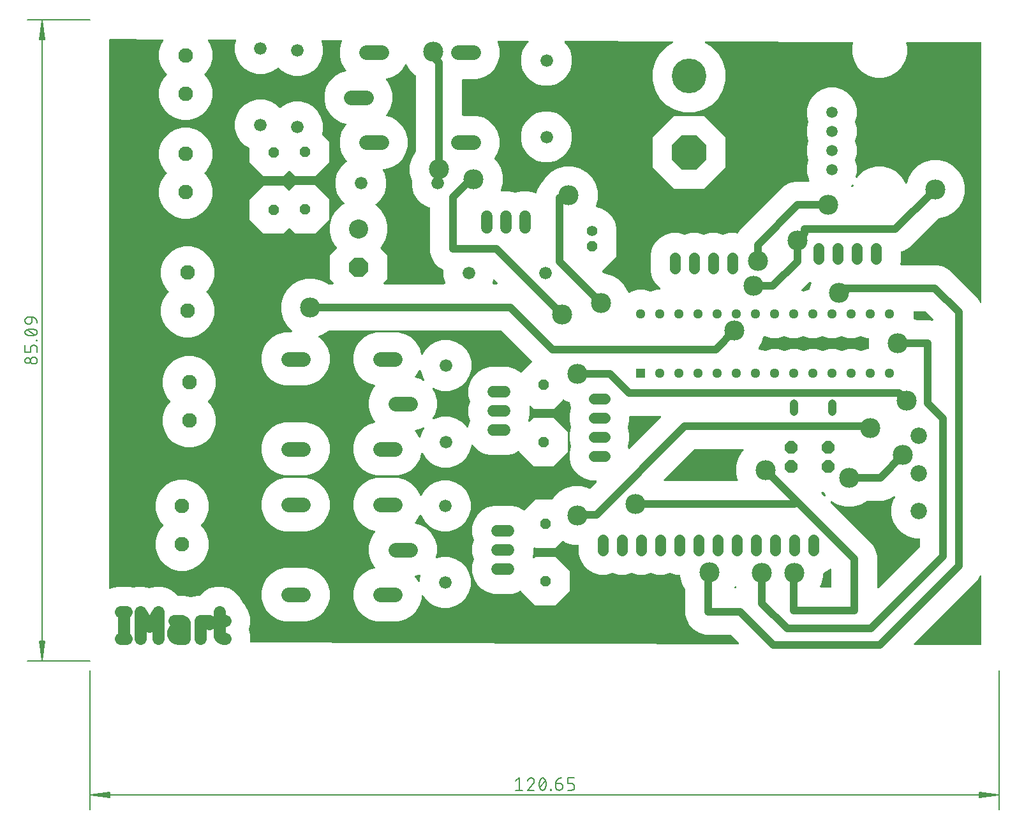
<source format=gbr>
G04 EAGLE Gerber RS-274X export*
G75*
%MOMM*%
%FSLAX34Y34*%
%LPD*%
%INTop Copper*%
%IPPOS*%
%AMOC8*
5,1,8,0,0,1.08239X$1,22.5*%
G01*
%ADD10C,0.130000*%
%ADD11C,0.152400*%
%ADD12C,1.574800*%
%ADD13C,1.676400*%
%ADD14C,1.950000*%
%ADD15C,1.981200*%
%ADD16C,4.597400*%
%ADD17P,4.976180X8X292.500000*%
%ADD18C,1.524000*%
%ADD19P,1.539592X8X292.500000*%
%ADD20C,1.422400*%
%ADD21C,2.540000*%
%ADD22P,2.749271X8X292.500000*%
%ADD23R,1.298000X1.298000*%
%ADD24C,1.298000*%
%ADD25C,1.117600*%
%ADD26P,1.814519X8X292.500000*%
%ADD27C,1.508000*%
%ADD28C,1.422400*%
%ADD29P,1.429621X8X292.500000*%
%ADD30P,1.429621X8X112.500000*%
%ADD31C,2.184400*%
%ADD32C,2.667000*%
%ADD33C,1.016000*%

G36*
X860006Y22346D02*
X860006Y22346D01*
X860147Y22359D01*
X860164Y22365D01*
X860182Y22367D01*
X860313Y22419D01*
X860446Y22467D01*
X860461Y22477D01*
X860478Y22483D01*
X860592Y22566D01*
X860710Y22645D01*
X860722Y22659D01*
X860736Y22669D01*
X860826Y22778D01*
X860920Y22884D01*
X860928Y22900D01*
X860940Y22914D01*
X861000Y23041D01*
X861065Y23167D01*
X861069Y23185D01*
X861076Y23201D01*
X861103Y23339D01*
X861134Y23477D01*
X861134Y23495D01*
X861137Y23513D01*
X861129Y23654D01*
X861125Y23795D01*
X861120Y23812D01*
X861119Y23830D01*
X861075Y23965D01*
X861036Y24101D01*
X861027Y24116D01*
X861022Y24133D01*
X860946Y24254D01*
X860875Y24375D01*
X860858Y24393D01*
X860852Y24403D01*
X860838Y24416D01*
X860768Y24495D01*
X850330Y34934D01*
X850252Y34994D01*
X850180Y35062D01*
X850127Y35091D01*
X850079Y35128D01*
X849988Y35168D01*
X849901Y35216D01*
X849843Y35231D01*
X849787Y35255D01*
X849689Y35270D01*
X849593Y35295D01*
X849493Y35301D01*
X849473Y35305D01*
X849461Y35303D01*
X849433Y35305D01*
X816661Y35305D01*
X808909Y37382D01*
X801958Y41395D01*
X796283Y47070D01*
X792270Y54021D01*
X790193Y61773D01*
X790193Y94784D01*
X790182Y94876D01*
X790180Y94968D01*
X790166Y95019D01*
X790165Y95032D01*
X790160Y95046D01*
X790153Y95100D01*
X790119Y95186D01*
X790095Y95275D01*
X790070Y95324D01*
X790067Y95334D01*
X790059Y95346D01*
X790043Y95380D01*
X790036Y95396D01*
X790031Y95402D01*
X790023Y95419D01*
X785848Y102651D01*
X783208Y112502D01*
X783208Y113284D01*
X783193Y113402D01*
X783186Y113521D01*
X783173Y113559D01*
X783168Y113600D01*
X783125Y113710D01*
X783088Y113823D01*
X783066Y113858D01*
X783051Y113895D01*
X782982Y113991D01*
X782918Y114092D01*
X782888Y114120D01*
X782865Y114153D01*
X782773Y114229D01*
X782686Y114310D01*
X782651Y114330D01*
X782620Y114355D01*
X782512Y114406D01*
X782408Y114464D01*
X782368Y114474D01*
X782332Y114491D01*
X782215Y114513D01*
X782100Y114543D01*
X782040Y114547D01*
X782020Y114551D01*
X781999Y114549D01*
X781939Y114553D01*
X778294Y114553D01*
X770203Y116721D01*
X770111Y116734D01*
X770021Y116756D01*
X769954Y116755D01*
X769887Y116764D01*
X769796Y116754D01*
X769703Y116753D01*
X769589Y116730D01*
X769572Y116728D01*
X769564Y116725D01*
X769546Y116721D01*
X761454Y114553D01*
X752894Y114553D01*
X744803Y116721D01*
X744711Y116734D01*
X744621Y116756D01*
X744554Y116755D01*
X744487Y116764D01*
X744396Y116754D01*
X744303Y116753D01*
X744189Y116730D01*
X744172Y116728D01*
X744164Y116725D01*
X744146Y116721D01*
X736054Y114553D01*
X727494Y114553D01*
X719403Y116721D01*
X719311Y116734D01*
X719221Y116756D01*
X719154Y116755D01*
X719087Y116764D01*
X718996Y116754D01*
X718903Y116753D01*
X718789Y116730D01*
X718772Y116728D01*
X718764Y116725D01*
X718746Y116721D01*
X710654Y114553D01*
X702094Y114553D01*
X694002Y116721D01*
X693911Y116734D01*
X693821Y116756D01*
X693754Y116755D01*
X693687Y116764D01*
X693596Y116754D01*
X693503Y116753D01*
X693389Y116730D01*
X693371Y116728D01*
X693363Y116725D01*
X693345Y116721D01*
X685254Y114553D01*
X676694Y114553D01*
X668425Y116769D01*
X661011Y121049D01*
X654957Y127103D01*
X650677Y134517D01*
X648461Y142786D01*
X648461Y153289D01*
X648446Y153407D01*
X648439Y153526D01*
X648426Y153564D01*
X648421Y153605D01*
X648378Y153715D01*
X648341Y153828D01*
X648319Y153863D01*
X648304Y153900D01*
X648235Y153996D01*
X648171Y154097D01*
X648141Y154125D01*
X648118Y154158D01*
X648026Y154234D01*
X647939Y154315D01*
X647904Y154335D01*
X647873Y154360D01*
X647765Y154411D01*
X647661Y154469D01*
X647621Y154479D01*
X647585Y154496D01*
X647468Y154518D01*
X647353Y154548D01*
X647293Y154552D01*
X647273Y154556D01*
X647252Y154554D01*
X647192Y154558D01*
X641330Y154558D01*
X631479Y157198D01*
X627805Y159319D01*
X627701Y159363D01*
X627601Y159414D01*
X627555Y159424D01*
X627512Y159442D01*
X627400Y159459D01*
X627291Y159483D01*
X627244Y159482D01*
X627197Y159489D01*
X627085Y159477D01*
X626973Y159474D01*
X626928Y159461D01*
X626881Y159456D01*
X626775Y159416D01*
X626668Y159385D01*
X626627Y159361D01*
X626583Y159345D01*
X626490Y159281D01*
X626394Y159224D01*
X626339Y159176D01*
X626322Y159164D01*
X626310Y159150D01*
X626273Y159117D01*
X617523Y150367D01*
X591009Y150367D01*
X590940Y150437D01*
X590830Y150522D01*
X590723Y150611D01*
X590704Y150620D01*
X590688Y150632D01*
X590561Y150687D01*
X590435Y150746D01*
X590415Y150750D01*
X590396Y150758D01*
X590259Y150780D01*
X590122Y150806D01*
X590102Y150805D01*
X590082Y150808D01*
X589943Y150795D01*
X589805Y150786D01*
X589786Y150780D01*
X589766Y150778D01*
X589634Y150731D01*
X589503Y150688D01*
X589486Y150678D01*
X589466Y150671D01*
X589351Y150593D01*
X589234Y150518D01*
X589220Y150504D01*
X589203Y150492D01*
X589111Y150388D01*
X589016Y150287D01*
X589006Y150269D01*
X588993Y150254D01*
X588929Y150130D01*
X588862Y150008D01*
X588857Y149989D01*
X588848Y149971D01*
X588818Y149834D01*
X588783Y149700D01*
X588781Y149672D01*
X588778Y149660D01*
X588779Y149640D01*
X588773Y149540D01*
X588773Y143481D01*
X587239Y137756D01*
X587219Y137611D01*
X587196Y137467D01*
X587197Y137454D01*
X587196Y137441D01*
X587212Y137296D01*
X587226Y137151D01*
X587230Y137138D01*
X587232Y137125D01*
X587284Y136989D01*
X587333Y136852D01*
X587341Y136840D01*
X587346Y136828D01*
X587430Y136709D01*
X587512Y136588D01*
X587522Y136579D01*
X587530Y136568D01*
X587641Y136474D01*
X587751Y136378D01*
X587763Y136372D01*
X587773Y136363D01*
X587904Y136299D01*
X588034Y136233D01*
X588047Y136230D01*
X588059Y136224D01*
X588202Y136196D01*
X588344Y136164D01*
X588358Y136164D01*
X588371Y136161D01*
X588516Y136169D01*
X588662Y136173D01*
X588675Y136177D01*
X588688Y136178D01*
X588827Y136221D01*
X588967Y136262D01*
X588979Y136269D01*
X588992Y136273D01*
X589117Y136350D01*
X589241Y136423D01*
X589255Y136435D01*
X589262Y136440D01*
X589274Y136452D01*
X589362Y136530D01*
X591009Y138177D01*
X617523Y138177D01*
X636271Y119429D01*
X636271Y92915D01*
X617523Y74167D01*
X591009Y74167D01*
X572370Y92807D01*
X572281Y92876D01*
X572197Y92951D01*
X572156Y92973D01*
X572118Y93002D01*
X572015Y93047D01*
X571916Y93099D01*
X571870Y93109D01*
X571827Y93128D01*
X571715Y93146D01*
X571606Y93172D01*
X571559Y93171D01*
X571512Y93178D01*
X571400Y93167D01*
X571288Y93165D01*
X571243Y93153D01*
X571196Y93148D01*
X571090Y93110D01*
X570982Y93080D01*
X570917Y93048D01*
X570897Y93041D01*
X570881Y93030D01*
X570838Y93009D01*
X568498Y91658D01*
X560099Y89407D01*
X536165Y89407D01*
X527767Y91658D01*
X520237Y96005D01*
X514089Y102153D01*
X509742Y109683D01*
X507491Y118081D01*
X507491Y126775D01*
X509641Y134799D01*
X509654Y134891D01*
X509676Y134981D01*
X509675Y135048D01*
X509685Y135115D01*
X509674Y135206D01*
X509673Y135299D01*
X509650Y135413D01*
X509648Y135430D01*
X509645Y135438D01*
X509641Y135456D01*
X507491Y143481D01*
X507491Y152175D01*
X509641Y160199D01*
X509654Y160291D01*
X509676Y160381D01*
X509675Y160448D01*
X509685Y160515D01*
X509674Y160606D01*
X509673Y160699D01*
X509650Y160813D01*
X509648Y160830D01*
X509645Y160838D01*
X509641Y160856D01*
X507491Y168881D01*
X507491Y177575D01*
X509742Y185973D01*
X514089Y193503D01*
X520237Y199651D01*
X527767Y203998D01*
X536165Y206249D01*
X560099Y206249D01*
X568498Y203998D01*
X575346Y200044D01*
X575450Y200001D01*
X575550Y199950D01*
X575596Y199939D01*
X575640Y199921D01*
X575751Y199905D01*
X575860Y199880D01*
X575907Y199881D01*
X575954Y199874D01*
X576066Y199886D01*
X576178Y199890D01*
X576224Y199903D01*
X576270Y199908D01*
X576376Y199947D01*
X576484Y199978D01*
X576524Y200002D01*
X576569Y200018D01*
X576661Y200083D01*
X576758Y200140D01*
X576812Y200187D01*
X576830Y200200D01*
X576842Y200214D01*
X576878Y200246D01*
X591009Y214377D01*
X613141Y214377D01*
X613246Y214390D01*
X613352Y214394D01*
X613403Y214410D01*
X613457Y214417D01*
X613555Y214455D01*
X613656Y214486D01*
X613702Y214514D01*
X613752Y214534D01*
X613838Y214596D01*
X613928Y214650D01*
X613966Y214689D01*
X614010Y214720D01*
X614077Y214802D01*
X614151Y214877D01*
X614199Y214949D01*
X614213Y214965D01*
X614219Y214980D01*
X614240Y215011D01*
X615434Y217078D01*
X622646Y224290D01*
X631479Y229390D01*
X641330Y232030D01*
X651530Y232030D01*
X661381Y229390D01*
X662074Y228990D01*
X662177Y228947D01*
X662277Y228896D01*
X662323Y228885D01*
X662367Y228867D01*
X662478Y228851D01*
X662588Y228826D01*
X662635Y228827D01*
X662681Y228821D01*
X662793Y228832D01*
X662905Y228836D01*
X662951Y228849D01*
X662998Y228854D01*
X663103Y228893D01*
X663211Y228924D01*
X663252Y228948D01*
X663296Y228964D01*
X663388Y229028D01*
X663485Y229086D01*
X663539Y229134D01*
X663557Y229146D01*
X663569Y229160D01*
X663606Y229192D01*
X672022Y237609D01*
X672108Y237718D01*
X672196Y237825D01*
X672205Y237844D01*
X672217Y237860D01*
X672273Y237988D01*
X672332Y238113D01*
X672335Y238133D01*
X672344Y238152D01*
X672365Y238290D01*
X672391Y238426D01*
X672390Y238446D01*
X672393Y238466D01*
X672380Y238605D01*
X672372Y238743D01*
X672365Y238762D01*
X672364Y238782D01*
X672316Y238914D01*
X672274Y239045D01*
X672263Y239063D01*
X672256Y239082D01*
X672178Y239197D01*
X672104Y239314D01*
X672089Y239328D01*
X672077Y239345D01*
X671973Y239437D01*
X671872Y239532D01*
X671854Y239542D01*
X671839Y239555D01*
X671715Y239619D01*
X671593Y239686D01*
X671574Y239691D01*
X671556Y239700D01*
X671420Y239730D01*
X671285Y239765D01*
X671257Y239767D01*
X671245Y239770D01*
X671225Y239769D01*
X671125Y239775D01*
X664756Y239775D01*
X656487Y241991D01*
X649073Y246271D01*
X643019Y252325D01*
X638739Y259739D01*
X636523Y268008D01*
X636523Y276568D01*
X638691Y284659D01*
X638704Y284751D01*
X638726Y284841D01*
X638725Y284908D01*
X638734Y284975D01*
X638724Y285066D01*
X638723Y285159D01*
X638700Y285273D01*
X638698Y285290D01*
X638695Y285298D01*
X638691Y285316D01*
X636523Y293408D01*
X636523Y301968D01*
X638691Y310059D01*
X638704Y310151D01*
X638726Y310241D01*
X638725Y310308D01*
X638734Y310375D01*
X638724Y310466D01*
X638723Y310559D01*
X638700Y310673D01*
X638698Y310690D01*
X638695Y310698D01*
X638691Y310716D01*
X636523Y318808D01*
X636523Y327368D01*
X638691Y335459D01*
X638704Y335551D01*
X638726Y335641D01*
X638725Y335708D01*
X638734Y335775D01*
X638724Y335866D01*
X638723Y335959D01*
X638700Y336073D01*
X638698Y336090D01*
X638695Y336098D01*
X638691Y336116D01*
X636843Y343014D01*
X636803Y343111D01*
X636772Y343213D01*
X636743Y343258D01*
X636723Y343308D01*
X636660Y343393D01*
X636604Y343483D01*
X636566Y343520D01*
X636533Y343564D01*
X636451Y343630D01*
X636375Y343703D01*
X636328Y343730D01*
X636286Y343764D01*
X636190Y343808D01*
X636098Y343860D01*
X636017Y343887D01*
X635997Y343896D01*
X635982Y343899D01*
X635946Y343911D01*
X632241Y344904D01*
X628567Y347025D01*
X628463Y347069D01*
X628363Y347120D01*
X628317Y347130D01*
X628274Y347148D01*
X628162Y347165D01*
X628053Y347189D01*
X628006Y347188D01*
X627959Y347195D01*
X627847Y347183D01*
X627735Y347180D01*
X627690Y347167D01*
X627643Y347162D01*
X627537Y347122D01*
X627430Y347091D01*
X627389Y347067D01*
X627345Y347051D01*
X627252Y346987D01*
X627156Y346930D01*
X627101Y346882D01*
X627084Y346870D01*
X627072Y346856D01*
X627035Y346823D01*
X615237Y335025D01*
X588723Y335025D01*
X585237Y338512D01*
X585122Y338601D01*
X585009Y338693D01*
X584996Y338698D01*
X584986Y338707D01*
X584852Y338765D01*
X584719Y338825D01*
X584706Y338828D01*
X584694Y338833D01*
X584549Y338856D01*
X584406Y338882D01*
X584393Y338881D01*
X584380Y338883D01*
X584234Y338869D01*
X584089Y338859D01*
X584076Y338854D01*
X584063Y338853D01*
X583925Y338804D01*
X583788Y338757D01*
X583776Y338750D01*
X583764Y338745D01*
X583643Y338663D01*
X583521Y338584D01*
X583512Y338574D01*
X583501Y338567D01*
X583404Y338457D01*
X583305Y338350D01*
X583299Y338339D01*
X583290Y338328D01*
X583224Y338198D01*
X583155Y338070D01*
X583152Y338057D01*
X583145Y338045D01*
X583113Y337902D01*
X583079Y337762D01*
X583079Y337748D01*
X583076Y337735D01*
X583080Y337589D01*
X583082Y337444D01*
X583085Y337426D01*
X583085Y337417D01*
X583090Y337400D01*
X583113Y337286D01*
X583439Y336071D01*
X583439Y327377D01*
X581289Y319352D01*
X581276Y319261D01*
X581254Y319171D01*
X581255Y319104D01*
X581245Y319037D01*
X581256Y318946D01*
X581257Y318853D01*
X581280Y318739D01*
X581282Y318721D01*
X581285Y318714D01*
X581289Y318695D01*
X581416Y318220D01*
X581466Y318098D01*
X581511Y317973D01*
X581526Y317951D01*
X581536Y317926D01*
X581615Y317819D01*
X581689Y317710D01*
X581710Y317692D01*
X581726Y317670D01*
X581829Y317587D01*
X581928Y317499D01*
X581952Y317487D01*
X581973Y317470D01*
X582093Y317415D01*
X582211Y317355D01*
X582237Y317349D01*
X582262Y317338D01*
X582392Y317314D01*
X582521Y317285D01*
X582548Y317286D01*
X582575Y317281D01*
X582707Y317291D01*
X582839Y317295D01*
X582865Y317302D01*
X582892Y317304D01*
X583018Y317346D01*
X583145Y317383D01*
X583168Y317397D01*
X583194Y317405D01*
X583305Y317478D01*
X583419Y317545D01*
X583447Y317570D01*
X583460Y317578D01*
X583475Y317594D01*
X583540Y317651D01*
X588723Y322835D01*
X615237Y322835D01*
X633985Y304087D01*
X633985Y277573D01*
X615237Y258825D01*
X588723Y258825D01*
X569929Y277619D01*
X569887Y277726D01*
X569843Y277852D01*
X569828Y277874D01*
X569818Y277899D01*
X569741Y278006D01*
X569667Y278117D01*
X569647Y278135D01*
X569632Y278157D01*
X569529Y278241D01*
X569431Y278330D01*
X569407Y278342D01*
X569387Y278359D01*
X569267Y278416D01*
X569150Y278477D01*
X569123Y278483D01*
X569099Y278495D01*
X568969Y278520D01*
X568840Y278550D01*
X568813Y278550D01*
X568787Y278555D01*
X568655Y278546D01*
X568522Y278544D01*
X568496Y278537D01*
X568469Y278535D01*
X568343Y278494D01*
X568216Y278459D01*
X568181Y278442D01*
X568167Y278437D01*
X568148Y278425D01*
X568071Y278387D01*
X563164Y275554D01*
X554765Y273303D01*
X530831Y273303D01*
X522433Y275554D01*
X514903Y279901D01*
X508755Y286049D01*
X508323Y286797D01*
X508239Y286908D01*
X508158Y287021D01*
X508143Y287034D01*
X508131Y287050D01*
X508022Y287136D01*
X507916Y287226D01*
X507897Y287235D01*
X507882Y287248D01*
X507755Y287304D01*
X507629Y287365D01*
X507610Y287369D01*
X507591Y287377D01*
X507454Y287400D01*
X507318Y287428D01*
X507297Y287427D01*
X507277Y287430D01*
X507139Y287419D01*
X507000Y287412D01*
X506981Y287406D01*
X506961Y287404D01*
X506830Y287358D01*
X506696Y287317D01*
X506679Y287306D01*
X506660Y287299D01*
X506545Y287223D01*
X506426Y287149D01*
X506412Y287135D01*
X506395Y287124D01*
X506302Y287021D01*
X506206Y286920D01*
X506196Y286902D01*
X506182Y286888D01*
X506118Y286765D01*
X506049Y286643D01*
X506040Y286617D01*
X506035Y286606D01*
X506030Y286586D01*
X505998Y286491D01*
X503667Y277790D01*
X499219Y270087D01*
X492929Y263797D01*
X485226Y259349D01*
X476634Y257047D01*
X467738Y257047D01*
X459146Y259349D01*
X451443Y263797D01*
X445153Y270087D01*
X441845Y275817D01*
X441761Y275928D01*
X441680Y276041D01*
X441665Y276054D01*
X441653Y276070D01*
X441544Y276157D01*
X441437Y276247D01*
X441419Y276255D01*
X441403Y276268D01*
X441276Y276325D01*
X441151Y276385D01*
X441131Y276389D01*
X441113Y276397D01*
X440976Y276421D01*
X440840Y276448D01*
X440819Y276447D01*
X440799Y276451D01*
X440661Y276439D01*
X440522Y276432D01*
X440503Y276426D01*
X440482Y276424D01*
X440351Y276378D01*
X440218Y276337D01*
X440201Y276326D01*
X440182Y276320D01*
X440066Y276243D01*
X439948Y276170D01*
X439934Y276155D01*
X439917Y276144D01*
X439824Y276040D01*
X439728Y275940D01*
X439718Y275923D01*
X439704Y275908D01*
X439640Y275785D01*
X439571Y275663D01*
X439562Y275637D01*
X439556Y275626D01*
X439552Y275606D01*
X439520Y275511D01*
X437523Y268058D01*
X432874Y260007D01*
X426301Y253434D01*
X418250Y248785D01*
X409270Y246379D01*
X380162Y246379D01*
X371182Y248785D01*
X363131Y253434D01*
X356558Y260007D01*
X351909Y268058D01*
X349503Y277038D01*
X349503Y286334D01*
X351909Y295314D01*
X356558Y303365D01*
X363131Y309938D01*
X371182Y314587D01*
X377581Y316301D01*
X377703Y316351D01*
X377828Y316396D01*
X377851Y316411D01*
X377876Y316421D01*
X377982Y316500D01*
X378091Y316575D01*
X378109Y316595D01*
X378131Y316611D01*
X378214Y316714D01*
X378302Y316813D01*
X378314Y316837D01*
X378331Y316858D01*
X378386Y316978D01*
X378446Y317096D01*
X378452Y317123D01*
X378464Y317147D01*
X378487Y317277D01*
X378516Y317407D01*
X378515Y317434D01*
X378520Y317460D01*
X378510Y317592D01*
X378506Y317724D01*
X378499Y317750D01*
X378497Y317777D01*
X378455Y317903D01*
X378418Y318030D01*
X378404Y318053D01*
X378396Y318079D01*
X378324Y318190D01*
X378256Y318304D01*
X378231Y318332D01*
X378223Y318346D01*
X378207Y318361D01*
X378150Y318425D01*
X376878Y319697D01*
X372229Y327748D01*
X369823Y336728D01*
X369823Y346024D01*
X372229Y355004D01*
X376878Y363055D01*
X378150Y364327D01*
X378231Y364432D01*
X378317Y364533D01*
X378328Y364557D01*
X378345Y364579D01*
X378398Y364700D01*
X378455Y364819D01*
X378461Y364846D01*
X378471Y364870D01*
X378492Y365001D01*
X378518Y365131D01*
X378517Y365158D01*
X378521Y365184D01*
X378509Y365317D01*
X378502Y365448D01*
X378494Y365474D01*
X378491Y365501D01*
X378447Y365626D01*
X378407Y365752D01*
X378393Y365775D01*
X378384Y365800D01*
X378309Y365910D01*
X378240Y366022D01*
X378220Y366041D01*
X378205Y366064D01*
X378106Y366151D01*
X378010Y366243D01*
X377987Y366256D01*
X377967Y366274D01*
X377849Y366334D01*
X377734Y366399D01*
X377697Y366412D01*
X377684Y366419D01*
X377662Y366423D01*
X377581Y366451D01*
X371182Y368165D01*
X363131Y372814D01*
X356558Y379387D01*
X351909Y387438D01*
X349503Y396418D01*
X349503Y405714D01*
X351909Y414694D01*
X356558Y422745D01*
X363131Y429318D01*
X371182Y433967D01*
X380162Y436373D01*
X409270Y436373D01*
X418250Y433967D01*
X426301Y429318D01*
X432874Y422745D01*
X437523Y414694D01*
X439427Y407588D01*
X439479Y407460D01*
X439528Y407329D01*
X439539Y407312D01*
X439547Y407294D01*
X439630Y407182D01*
X439709Y407068D01*
X439724Y407055D01*
X439736Y407038D01*
X439844Y406951D01*
X439950Y406860D01*
X439968Y406851D01*
X439983Y406838D01*
X440109Y406780D01*
X440234Y406718D01*
X440254Y406714D01*
X440273Y406706D01*
X440409Y406681D01*
X440545Y406652D01*
X440566Y406653D01*
X440586Y406649D01*
X440724Y406659D01*
X440863Y406665D01*
X440883Y406671D01*
X440903Y406672D01*
X441034Y406716D01*
X441168Y406757D01*
X441185Y406767D01*
X441204Y406773D01*
X441321Y406849D01*
X441440Y406921D01*
X441454Y406935D01*
X441471Y406946D01*
X441566Y407049D01*
X441663Y407148D01*
X441678Y407171D01*
X441687Y407180D01*
X441696Y407198D01*
X441752Y407282D01*
X445153Y413173D01*
X451443Y419463D01*
X459146Y423911D01*
X467738Y426213D01*
X476634Y426213D01*
X485226Y423911D01*
X492929Y419463D01*
X499219Y413173D01*
X503667Y405470D01*
X505969Y396878D01*
X505969Y387982D01*
X503667Y379390D01*
X499219Y371687D01*
X492929Y365397D01*
X485226Y360949D01*
X476634Y358647D01*
X467738Y358647D01*
X459146Y360949D01*
X456144Y362683D01*
X456010Y362739D01*
X455877Y362799D01*
X455863Y362801D01*
X455851Y362806D01*
X455707Y362827D01*
X455563Y362852D01*
X455550Y362851D01*
X455536Y362853D01*
X455391Y362837D01*
X455246Y362825D01*
X455233Y362821D01*
X455220Y362820D01*
X455084Y362769D01*
X454946Y362721D01*
X454934Y362713D01*
X454922Y362709D01*
X454803Y362626D01*
X454681Y362545D01*
X454672Y362535D01*
X454661Y362527D01*
X454566Y362418D01*
X454468Y362309D01*
X454461Y362297D01*
X454453Y362287D01*
X454388Y362156D01*
X454320Y362027D01*
X454317Y362014D01*
X454311Y362002D01*
X454281Y361859D01*
X454247Y361718D01*
X454248Y361704D01*
X454245Y361691D01*
X454251Y361545D01*
X454254Y361400D01*
X454257Y361387D01*
X454258Y361373D01*
X454300Y361233D01*
X454339Y361093D01*
X454347Y361077D01*
X454349Y361069D01*
X454358Y361054D01*
X454410Y360949D01*
X457843Y355004D01*
X460249Y346024D01*
X460249Y336728D01*
X457843Y327748D01*
X454850Y322565D01*
X454794Y322430D01*
X454734Y322298D01*
X454732Y322284D01*
X454727Y322272D01*
X454706Y322128D01*
X454681Y321984D01*
X454682Y321970D01*
X454680Y321957D01*
X454696Y321812D01*
X454708Y321667D01*
X454712Y321654D01*
X454714Y321641D01*
X454764Y321505D01*
X454812Y321367D01*
X454820Y321355D01*
X454824Y321343D01*
X454907Y321224D01*
X454988Y321102D01*
X454998Y321093D01*
X455006Y321082D01*
X455116Y320986D01*
X455224Y320889D01*
X455236Y320882D01*
X455246Y320874D01*
X455377Y320808D01*
X455506Y320741D01*
X455519Y320738D01*
X455531Y320732D01*
X455674Y320701D01*
X455815Y320668D01*
X455829Y320668D01*
X455842Y320666D01*
X455988Y320672D01*
X456133Y320674D01*
X456146Y320678D01*
X456160Y320679D01*
X456300Y320721D01*
X456440Y320760D01*
X456456Y320768D01*
X456464Y320770D01*
X456479Y320779D01*
X456584Y320831D01*
X459146Y322311D01*
X467738Y324613D01*
X476634Y324613D01*
X485226Y322311D01*
X492929Y317863D01*
X499219Y311573D01*
X499859Y310465D01*
X499943Y310354D01*
X500023Y310241D01*
X500039Y310228D01*
X500051Y310211D01*
X500160Y310125D01*
X500266Y310035D01*
X500284Y310026D01*
X500300Y310014D01*
X500428Y309957D01*
X500552Y309897D01*
X500572Y309893D01*
X500591Y309884D01*
X500728Y309861D01*
X500864Y309834D01*
X500884Y309835D01*
X500904Y309831D01*
X501043Y309843D01*
X501182Y309850D01*
X501201Y309856D01*
X501221Y309858D01*
X501352Y309903D01*
X501485Y309945D01*
X501503Y309956D01*
X501522Y309962D01*
X501637Y310039D01*
X501756Y310112D01*
X501770Y310127D01*
X501787Y310138D01*
X501880Y310241D01*
X501976Y310341D01*
X501986Y310359D01*
X502000Y310374D01*
X502064Y310497D01*
X502133Y310618D01*
X502142Y310645D01*
X502147Y310656D01*
X502152Y310676D01*
X502184Y310771D01*
X504307Y318695D01*
X504320Y318787D01*
X504342Y318877D01*
X504341Y318944D01*
X504351Y319011D01*
X504340Y319102D01*
X504339Y319195D01*
X504316Y319309D01*
X504314Y319326D01*
X504311Y319334D01*
X504307Y319352D01*
X502157Y327377D01*
X502157Y336071D01*
X504307Y344095D01*
X504320Y344187D01*
X504342Y344277D01*
X504341Y344344D01*
X504351Y344411D01*
X504340Y344502D01*
X504339Y344595D01*
X504316Y344709D01*
X504314Y344726D01*
X504311Y344734D01*
X504307Y344752D01*
X502157Y352777D01*
X502157Y361471D01*
X504408Y369869D01*
X508755Y377399D01*
X514903Y383547D01*
X522433Y387894D01*
X530831Y390145D01*
X554765Y390145D01*
X563163Y387894D01*
X570693Y383547D01*
X571067Y383173D01*
X571161Y383100D01*
X571250Y383022D01*
X571286Y383003D01*
X571318Y382979D01*
X571427Y382931D01*
X571533Y382877D01*
X571573Y382868D01*
X571610Y382852D01*
X571728Y382833D01*
X571844Y382807D01*
X571884Y382809D01*
X571924Y382802D01*
X572043Y382813D01*
X572162Y382817D01*
X572200Y382828D01*
X572241Y382832D01*
X572353Y382872D01*
X572467Y382905D01*
X572502Y382926D01*
X572540Y382940D01*
X572638Y383006D01*
X572741Y383067D01*
X572786Y383107D01*
X572803Y383118D01*
X572817Y383134D01*
X572862Y383173D01*
X586236Y396547D01*
X586309Y396641D01*
X586387Y396730D01*
X586406Y396766D01*
X586431Y396798D01*
X586478Y396908D01*
X586532Y397014D01*
X586541Y397053D01*
X586557Y397090D01*
X586576Y397208D01*
X586602Y397324D01*
X586600Y397364D01*
X586607Y397404D01*
X586596Y397523D01*
X586592Y397642D01*
X586581Y397681D01*
X586577Y397721D01*
X586537Y397833D01*
X586504Y397947D01*
X586483Y397982D01*
X586469Y398020D01*
X586403Y398119D01*
X586342Y398221D01*
X586302Y398267D01*
X586291Y398283D01*
X586276Y398297D01*
X586236Y398342D01*
X545784Y438794D01*
X545706Y438854D01*
X545634Y438922D01*
X545581Y438951D01*
X545533Y438988D01*
X545442Y439028D01*
X545355Y439076D01*
X545297Y439091D01*
X545241Y439115D01*
X545143Y439130D01*
X545047Y439155D01*
X544947Y439161D01*
X544927Y439165D01*
X544915Y439163D01*
X544887Y439165D01*
X317942Y439165D01*
X317843Y439153D01*
X317744Y439150D01*
X317686Y439133D01*
X317626Y439125D01*
X317534Y439089D01*
X317439Y439061D01*
X317387Y439031D01*
X317330Y439008D01*
X317250Y438950D01*
X317165Y438900D01*
X317090Y438834D01*
X317073Y438822D01*
X317065Y438812D01*
X317044Y438794D01*
X316138Y437888D01*
X307305Y432788D01*
X304163Y431946D01*
X304035Y431894D01*
X303904Y431845D01*
X303887Y431834D01*
X303869Y431826D01*
X303757Y431743D01*
X303643Y431664D01*
X303630Y431648D01*
X303613Y431636D01*
X303526Y431528D01*
X303435Y431423D01*
X303426Y431405D01*
X303413Y431389D01*
X303355Y431263D01*
X303293Y431138D01*
X303289Y431118D01*
X303281Y431100D01*
X303256Y430964D01*
X303227Y430827D01*
X303228Y430807D01*
X303224Y430787D01*
X303234Y430649D01*
X303240Y430510D01*
X303246Y430490D01*
X303247Y430470D01*
X303292Y430338D01*
X303332Y430205D01*
X303342Y430188D01*
X303348Y430169D01*
X303424Y430052D01*
X303496Y429933D01*
X303510Y429919D01*
X303521Y429902D01*
X303624Y429808D01*
X303723Y429710D01*
X303746Y429694D01*
X303755Y429686D01*
X303773Y429676D01*
X303857Y429621D01*
X304381Y429318D01*
X310954Y422745D01*
X315603Y414694D01*
X318009Y405714D01*
X318009Y396418D01*
X315603Y387438D01*
X310954Y379387D01*
X304381Y372814D01*
X296330Y368165D01*
X287350Y365759D01*
X258242Y365759D01*
X249262Y368165D01*
X241211Y372814D01*
X234638Y379387D01*
X229989Y387438D01*
X227583Y396418D01*
X227583Y405714D01*
X229989Y414694D01*
X234638Y422745D01*
X241211Y429318D01*
X249262Y433967D01*
X258242Y436373D01*
X267020Y436373D01*
X267158Y436390D01*
X267297Y436403D01*
X267316Y436410D01*
X267336Y436413D01*
X267465Y436464D01*
X267596Y436511D01*
X267613Y436522D01*
X267632Y436530D01*
X267744Y436611D01*
X267859Y436689D01*
X267873Y436705D01*
X267889Y436716D01*
X267978Y436824D01*
X268070Y436928D01*
X268079Y436946D01*
X268092Y436961D01*
X268151Y437087D01*
X268214Y437211D01*
X268219Y437231D01*
X268227Y437249D01*
X268253Y437385D01*
X268284Y437521D01*
X268283Y437542D01*
X268287Y437561D01*
X268279Y437700D01*
X268274Y437839D01*
X268269Y437859D01*
X268267Y437879D01*
X268225Y438011D01*
X268186Y438145D01*
X268176Y438162D01*
X268169Y438181D01*
X268095Y438299D01*
X268024Y438419D01*
X268006Y438440D01*
X267999Y438450D01*
X267984Y438464D01*
X267918Y438539D01*
X261358Y445100D01*
X256258Y453933D01*
X253618Y463784D01*
X253618Y473984D01*
X256258Y483835D01*
X261358Y492668D01*
X268570Y499880D01*
X277403Y504980D01*
X287254Y507620D01*
X297454Y507620D01*
X307305Y504980D01*
X315417Y500297D01*
X315502Y500261D01*
X315583Y500216D01*
X315648Y500200D01*
X315710Y500174D01*
X315802Y500160D01*
X315891Y500137D01*
X316008Y500130D01*
X316025Y500127D01*
X316033Y500128D01*
X316052Y500127D01*
X322528Y500127D01*
X322666Y500144D01*
X322805Y500157D01*
X322824Y500164D01*
X322844Y500167D01*
X322973Y500218D01*
X323104Y500265D01*
X323121Y500276D01*
X323140Y500284D01*
X323252Y500365D01*
X323367Y500443D01*
X323381Y500459D01*
X323397Y500470D01*
X323486Y500578D01*
X323578Y500682D01*
X323587Y500700D01*
X323600Y500715D01*
X323659Y500841D01*
X323722Y500965D01*
X323727Y500985D01*
X323735Y501003D01*
X323761Y501139D01*
X323792Y501275D01*
X323791Y501296D01*
X323795Y501315D01*
X323787Y501454D01*
X323782Y501593D01*
X323777Y501613D01*
X323775Y501633D01*
X323733Y501765D01*
X323694Y501899D01*
X323684Y501916D01*
X323677Y501935D01*
X323603Y502053D01*
X323532Y502173D01*
X323514Y502194D01*
X323507Y502204D01*
X323492Y502218D01*
X323426Y502293D01*
X318515Y507204D01*
X318515Y538768D01*
X327236Y547489D01*
X327309Y547583D01*
X327388Y547672D01*
X327406Y547708D01*
X327431Y547740D01*
X327478Y547849D01*
X327532Y547955D01*
X327541Y547994D01*
X327557Y548032D01*
X327576Y548149D01*
X327602Y548265D01*
X327601Y548306D01*
X327607Y548346D01*
X327596Y548464D01*
X327592Y548583D01*
X327581Y548622D01*
X327577Y548662D01*
X327537Y548774D01*
X327504Y548889D01*
X327483Y548924D01*
X327470Y548962D01*
X327403Y549060D01*
X327342Y549163D01*
X327303Y549208D01*
X327291Y549225D01*
X327276Y549238D01*
X327236Y549284D01*
X326128Y550392D01*
X321112Y559080D01*
X318515Y568770D01*
X318515Y578802D01*
X321112Y588492D01*
X326128Y597180D01*
X333222Y604274D01*
X337099Y606513D01*
X337200Y606589D01*
X337304Y606660D01*
X337326Y606685D01*
X337353Y606705D01*
X337431Y606804D01*
X337514Y606898D01*
X337529Y606928D01*
X337550Y606954D01*
X337602Y607070D01*
X337659Y607181D01*
X337666Y607214D01*
X337680Y607245D01*
X337701Y607369D01*
X337728Y607492D01*
X337727Y607525D01*
X337733Y607559D01*
X337722Y607684D01*
X337719Y607809D01*
X337709Y607842D01*
X337706Y607875D01*
X337665Y607994D01*
X337630Y608115D01*
X337613Y608144D01*
X337602Y608176D01*
X337532Y608281D01*
X337469Y608389D01*
X337436Y608426D01*
X337426Y608441D01*
X337410Y608455D01*
X337362Y608510D01*
X332377Y613495D01*
X327929Y621198D01*
X325627Y629790D01*
X325627Y638686D01*
X327929Y647278D01*
X332377Y654981D01*
X338667Y661271D01*
X340561Y662364D01*
X340661Y662440D01*
X340765Y662511D01*
X340787Y662536D01*
X340814Y662557D01*
X340892Y662655D01*
X340975Y662749D01*
X340991Y662779D01*
X341012Y662806D01*
X341063Y662921D01*
X341120Y663033D01*
X341127Y663065D01*
X341141Y663096D01*
X341162Y663221D01*
X341190Y663343D01*
X341189Y663377D01*
X341194Y663410D01*
X341184Y663535D01*
X341180Y663661D01*
X341171Y663693D01*
X341168Y663727D01*
X341127Y663846D01*
X341092Y663966D01*
X341075Y663995D01*
X341063Y664027D01*
X340994Y664132D01*
X340930Y664240D01*
X340898Y664277D01*
X340888Y664292D01*
X340871Y664307D01*
X340824Y664361D01*
X338524Y666661D01*
X333875Y674712D01*
X331469Y683692D01*
X331469Y692988D01*
X333875Y701968D01*
X338524Y710019D01*
X339796Y711291D01*
X339877Y711396D01*
X339963Y711497D01*
X339974Y711521D01*
X339991Y711543D01*
X340044Y711664D01*
X340101Y711783D01*
X340107Y711810D01*
X340117Y711834D01*
X340138Y711965D01*
X340164Y712095D01*
X340163Y712122D01*
X340167Y712148D01*
X340155Y712281D01*
X340148Y712412D01*
X340140Y712438D01*
X340137Y712465D01*
X340093Y712590D01*
X340053Y712716D01*
X340039Y712739D01*
X340030Y712764D01*
X339955Y712874D01*
X339886Y712986D01*
X339866Y713005D01*
X339851Y713028D01*
X339752Y713115D01*
X339656Y713207D01*
X339633Y713220D01*
X339613Y713238D01*
X339495Y713298D01*
X339380Y713363D01*
X339343Y713376D01*
X339330Y713383D01*
X339308Y713387D01*
X339227Y713415D01*
X332828Y715129D01*
X324777Y719778D01*
X318204Y726351D01*
X313555Y734402D01*
X311149Y743382D01*
X311149Y752678D01*
X313555Y761658D01*
X318204Y769709D01*
X324777Y776282D01*
X332828Y780931D01*
X339227Y782645D01*
X339349Y782695D01*
X339474Y782740D01*
X339497Y782755D01*
X339522Y782765D01*
X339628Y782844D01*
X339737Y782919D01*
X339755Y782939D01*
X339777Y782955D01*
X339860Y783058D01*
X339948Y783157D01*
X339960Y783181D01*
X339977Y783202D01*
X340032Y783322D01*
X340092Y783440D01*
X340098Y783467D01*
X340110Y783491D01*
X340133Y783621D01*
X340162Y783751D01*
X340161Y783778D01*
X340166Y783804D01*
X340156Y783936D01*
X340152Y784068D01*
X340145Y784094D01*
X340143Y784121D01*
X340101Y784247D01*
X340064Y784374D01*
X340050Y784397D01*
X340042Y784423D01*
X339970Y784534D01*
X339902Y784648D01*
X339877Y784676D01*
X339869Y784690D01*
X339853Y784705D01*
X339796Y784769D01*
X338524Y786041D01*
X333875Y794092D01*
X331469Y803072D01*
X331469Y812368D01*
X333875Y821348D01*
X334428Y822304D01*
X334478Y822424D01*
X334534Y822542D01*
X334539Y822570D01*
X334551Y822597D01*
X334570Y822726D01*
X334595Y822854D01*
X334593Y822883D01*
X334597Y822912D01*
X334584Y823041D01*
X334576Y823171D01*
X334567Y823199D01*
X334564Y823228D01*
X334519Y823350D01*
X334479Y823474D01*
X334464Y823499D01*
X334453Y823526D01*
X334379Y823633D01*
X334310Y823744D01*
X334289Y823764D01*
X334272Y823788D01*
X334174Y823873D01*
X334079Y823962D01*
X334054Y823977D01*
X334031Y823996D01*
X333915Y824053D01*
X333801Y824117D01*
X333773Y824124D01*
X333747Y824137D01*
X333619Y824164D01*
X333494Y824197D01*
X333452Y824200D01*
X333436Y824204D01*
X333414Y824203D01*
X333333Y824208D01*
X308208Y824298D01*
X308081Y824282D01*
X307953Y824273D01*
X307923Y824263D01*
X307892Y824259D01*
X307773Y824212D01*
X307652Y824172D01*
X307625Y824155D01*
X307596Y824143D01*
X307492Y824068D01*
X307385Y823999D01*
X307363Y823976D01*
X307338Y823957D01*
X307256Y823859D01*
X307169Y823765D01*
X307154Y823737D01*
X307134Y823713D01*
X307079Y823598D01*
X307019Y823485D01*
X307011Y823454D01*
X306998Y823426D01*
X306973Y823300D01*
X306942Y823176D01*
X306943Y823145D01*
X306937Y823114D01*
X306944Y822986D01*
X306945Y822858D01*
X306954Y822814D01*
X306955Y822796D01*
X306962Y822775D01*
X306977Y822700D01*
X309119Y814708D01*
X309119Y805812D01*
X306817Y797220D01*
X302369Y789517D01*
X296079Y783227D01*
X288376Y778779D01*
X279784Y776477D01*
X270888Y776477D01*
X262296Y778779D01*
X254593Y783227D01*
X250325Y787495D01*
X250231Y787568D01*
X250142Y787646D01*
X250106Y787665D01*
X250074Y787689D01*
X249965Y787737D01*
X249859Y787791D01*
X249820Y787800D01*
X249782Y787816D01*
X249665Y787834D01*
X249549Y787861D01*
X249508Y787859D01*
X249468Y787866D01*
X249350Y787854D01*
X249231Y787851D01*
X249192Y787840D01*
X249152Y787836D01*
X249040Y787796D01*
X248925Y787762D01*
X248890Y787742D01*
X248852Y787728D01*
X248754Y787661D01*
X248651Y787601D01*
X248606Y787561D01*
X248589Y787550D01*
X248576Y787534D01*
X248530Y787495D01*
X247057Y786021D01*
X239354Y781573D01*
X230762Y779271D01*
X221866Y779271D01*
X213274Y781573D01*
X205571Y786021D01*
X199281Y792311D01*
X194833Y800014D01*
X192531Y808606D01*
X192531Y817502D01*
X194035Y823112D01*
X194051Y823235D01*
X194075Y823356D01*
X194073Y823392D01*
X194078Y823428D01*
X194064Y823550D01*
X194056Y823673D01*
X194046Y823708D01*
X194041Y823743D01*
X193997Y823859D01*
X193960Y823976D01*
X193940Y824007D01*
X193927Y824040D01*
X193856Y824141D01*
X193790Y824246D01*
X193764Y824270D01*
X193743Y824300D01*
X193649Y824379D01*
X193559Y824464D01*
X193528Y824482D01*
X193501Y824505D01*
X193389Y824559D01*
X193282Y824619D01*
X193247Y824628D01*
X193214Y824644D01*
X193094Y824668D01*
X192974Y824699D01*
X192921Y824703D01*
X192903Y824707D01*
X192881Y824706D01*
X192813Y824710D01*
X157710Y824836D01*
X157576Y824819D01*
X157442Y824808D01*
X157419Y824800D01*
X157394Y824797D01*
X157269Y824748D01*
X157142Y824704D01*
X157121Y824690D01*
X157098Y824681D01*
X156989Y824602D01*
X156877Y824528D01*
X156860Y824509D01*
X156840Y824495D01*
X156754Y824392D01*
X156664Y824292D01*
X156652Y824270D01*
X156637Y824251D01*
X156579Y824129D01*
X156516Y824010D01*
X156511Y823986D01*
X156500Y823964D01*
X156474Y823831D01*
X156443Y823700D01*
X156444Y823676D01*
X156439Y823651D01*
X156447Y823517D01*
X156450Y823382D01*
X156456Y823359D01*
X156458Y823334D01*
X156499Y823205D01*
X156535Y823076D01*
X156550Y823045D01*
X156555Y823031D01*
X156566Y823013D01*
X156606Y822932D01*
X159755Y817478D01*
X162151Y808538D01*
X162151Y799282D01*
X159755Y790342D01*
X155128Y782327D01*
X152208Y779408D01*
X152135Y779313D01*
X152056Y779224D01*
X152038Y779188D01*
X152013Y779156D01*
X151966Y779047D01*
X151912Y778941D01*
X151903Y778902D01*
X151887Y778864D01*
X151868Y778747D01*
X151842Y778631D01*
X151843Y778590D01*
X151837Y778550D01*
X151848Y778432D01*
X151852Y778313D01*
X151863Y778274D01*
X151867Y778234D01*
X151907Y778121D01*
X151940Y778007D01*
X151961Y777973D01*
X151974Y777934D01*
X152041Y777836D01*
X152102Y777733D01*
X152142Y777688D01*
X152153Y777671D01*
X152168Y777658D01*
X152208Y777613D01*
X155128Y774693D01*
X159755Y766678D01*
X162151Y757738D01*
X162151Y748482D01*
X159755Y739542D01*
X155128Y731527D01*
X148583Y724982D01*
X140568Y720355D01*
X131628Y717959D01*
X122372Y717959D01*
X113432Y720355D01*
X105417Y724982D01*
X98872Y731527D01*
X94245Y739542D01*
X91849Y748482D01*
X91849Y757738D01*
X94245Y766678D01*
X98872Y774693D01*
X101792Y777613D01*
X101865Y777707D01*
X101944Y777796D01*
X101962Y777832D01*
X101987Y777864D01*
X102034Y777973D01*
X102088Y778079D01*
X102097Y778118D01*
X102113Y778156D01*
X102132Y778273D01*
X102158Y778389D01*
X102157Y778430D01*
X102163Y778470D01*
X102152Y778588D01*
X102148Y778707D01*
X102137Y778746D01*
X102133Y778786D01*
X102093Y778899D01*
X102060Y779013D01*
X102039Y779048D01*
X102026Y779086D01*
X101959Y779184D01*
X101898Y779287D01*
X101858Y779332D01*
X101847Y779349D01*
X101832Y779362D01*
X101792Y779408D01*
X98872Y782327D01*
X94245Y790342D01*
X91849Y799282D01*
X91849Y808538D01*
X94245Y817478D01*
X97520Y823151D01*
X97571Y823271D01*
X97626Y823388D01*
X97632Y823417D01*
X97643Y823444D01*
X97662Y823573D01*
X97687Y823700D01*
X97686Y823730D01*
X97690Y823759D01*
X97676Y823888D01*
X97669Y824018D01*
X97660Y824046D01*
X97657Y824075D01*
X97611Y824197D01*
X97572Y824321D01*
X97556Y824346D01*
X97546Y824373D01*
X97472Y824480D01*
X97403Y824590D01*
X97381Y824610D01*
X97365Y824634D01*
X97266Y824719D01*
X97172Y824809D01*
X97146Y824823D01*
X97124Y824842D01*
X97007Y824900D01*
X96894Y824963D01*
X96865Y824971D01*
X96839Y824984D01*
X96712Y825011D01*
X96586Y825044D01*
X96544Y825047D01*
X96528Y825050D01*
X96506Y825049D01*
X96425Y825055D01*
X26675Y825304D01*
X26554Y825289D01*
X26433Y825282D01*
X26397Y825270D01*
X26359Y825265D01*
X26246Y825221D01*
X26131Y825183D01*
X26098Y825163D01*
X26063Y825149D01*
X25964Y825078D01*
X25862Y825013D01*
X25836Y824986D01*
X25805Y824963D01*
X25727Y824870D01*
X25644Y824782D01*
X25625Y824748D01*
X25601Y824719D01*
X25549Y824609D01*
X25490Y824503D01*
X25481Y824466D01*
X25464Y824432D01*
X25441Y824313D01*
X25411Y824195D01*
X25407Y824139D01*
X25404Y824120D01*
X25405Y824099D01*
X25401Y824035D01*
X25401Y97100D01*
X25417Y96969D01*
X25428Y96837D01*
X25437Y96812D01*
X25441Y96785D01*
X25489Y96662D01*
X25533Y96537D01*
X25548Y96514D01*
X25558Y96489D01*
X25635Y96382D01*
X25709Y96272D01*
X25729Y96254D01*
X25744Y96232D01*
X25846Y96147D01*
X25945Y96059D01*
X25969Y96046D01*
X25989Y96029D01*
X26109Y95973D01*
X26226Y95911D01*
X26253Y95905D01*
X26277Y95893D01*
X26407Y95869D01*
X26536Y95838D01*
X26563Y95839D01*
X26589Y95834D01*
X26721Y95842D01*
X26854Y95844D01*
X26880Y95852D01*
X26907Y95853D01*
X27033Y95894D01*
X27160Y95930D01*
X27195Y95947D01*
X27209Y95951D01*
X27228Y95963D01*
X27305Y96001D01*
X27796Y96285D01*
X36259Y98553D01*
X52810Y98553D01*
X57456Y97308D01*
X57548Y97295D01*
X57638Y97273D01*
X57705Y97274D01*
X57772Y97265D01*
X57863Y97275D01*
X57956Y97276D01*
X58071Y97299D01*
X58087Y97301D01*
X58095Y97304D01*
X58114Y97308D01*
X58248Y97344D01*
X58254Y97346D01*
X58268Y97349D01*
X62201Y98474D01*
X62329Y98476D01*
X62403Y98487D01*
X62478Y98488D01*
X62636Y98520D01*
X62760Y98553D01*
X66850Y98553D01*
X66857Y98554D01*
X66872Y98553D01*
X70961Y98622D01*
X71085Y98591D01*
X71160Y98582D01*
X71232Y98563D01*
X71393Y98553D01*
X71521Y98553D01*
X75472Y97494D01*
X75479Y97493D01*
X75493Y97489D01*
X78517Y96733D01*
X78587Y96724D01*
X78656Y96706D01*
X78745Y96705D01*
X78833Y96695D01*
X78903Y96704D01*
X78974Y96704D01*
X79132Y96733D01*
X82156Y97489D01*
X82163Y97491D01*
X82177Y97494D01*
X86128Y98553D01*
X86256Y98553D01*
X86331Y98562D01*
X86406Y98562D01*
X86564Y98591D01*
X86688Y98622D01*
X90778Y98553D01*
X90784Y98554D01*
X90799Y98553D01*
X94889Y98553D01*
X95013Y98520D01*
X95087Y98509D01*
X95160Y98489D01*
X95320Y98476D01*
X95448Y98474D01*
X99381Y97349D01*
X99388Y97348D01*
X99402Y97344D01*
X103352Y96285D01*
X103463Y96221D01*
X103532Y96192D01*
X103597Y96154D01*
X103749Y96100D01*
X103872Y96065D01*
X107379Y93961D01*
X107385Y93958D01*
X107397Y93950D01*
X110940Y91904D01*
X111030Y91814D01*
X111090Y91768D01*
X111142Y91714D01*
X111275Y91623D01*
X111385Y91557D01*
X114228Y88617D01*
X114233Y88613D01*
X114243Y88602D01*
X115604Y87240D01*
X115682Y87180D01*
X115754Y87112D01*
X115807Y87083D01*
X115855Y87046D01*
X115946Y87006D01*
X116033Y86958D01*
X116091Y86943D01*
X116147Y86919D01*
X116245Y86904D01*
X116341Y86879D01*
X116441Y86873D01*
X116461Y86869D01*
X116473Y86871D01*
X116501Y86869D01*
X124953Y86869D01*
X133177Y84665D01*
X133268Y84653D01*
X133275Y84651D01*
X133276Y84651D01*
X133359Y84630D01*
X133426Y84631D01*
X133492Y84622D01*
X133584Y84632D01*
X133677Y84633D01*
X133791Y84656D01*
X133808Y84658D01*
X133816Y84661D01*
X133834Y84665D01*
X142059Y86869D01*
X145542Y86869D01*
X145640Y86881D01*
X145739Y86884D01*
X145797Y86901D01*
X145858Y86909D01*
X145950Y86945D01*
X146045Y86973D01*
X146097Y87003D01*
X146153Y87026D01*
X146233Y87084D01*
X146319Y87134D01*
X146394Y87200D01*
X146411Y87212D01*
X146418Y87222D01*
X146439Y87240D01*
X151103Y91904D01*
X158691Y96285D01*
X167154Y98553D01*
X175915Y98553D01*
X184378Y96285D01*
X191966Y91904D01*
X198161Y85709D01*
X202542Y78121D01*
X202705Y77511D01*
X202740Y77425D01*
X202766Y77336D01*
X202800Y77279D01*
X202825Y77216D01*
X202881Y77142D01*
X202927Y77062D01*
X203005Y76975D01*
X203015Y76961D01*
X203022Y76955D01*
X203034Y76942D01*
X205950Y74025D01*
X210331Y66438D01*
X212599Y57975D01*
X212599Y49213D01*
X210730Y42239D01*
X210717Y42147D01*
X210695Y42057D01*
X210696Y41990D01*
X210687Y41923D01*
X210697Y41832D01*
X210698Y41739D01*
X210721Y41625D01*
X210723Y41608D01*
X210726Y41600D01*
X210730Y41582D01*
X212599Y34607D01*
X212599Y25906D01*
X212613Y25790D01*
X212620Y25674D01*
X212633Y25633D01*
X212638Y25590D01*
X212681Y25482D01*
X212717Y25371D01*
X212740Y25334D01*
X212756Y25295D01*
X212824Y25200D01*
X212886Y25101D01*
X212917Y25072D01*
X212942Y25037D01*
X213032Y24963D01*
X213117Y24883D01*
X213154Y24862D01*
X213187Y24835D01*
X213293Y24785D01*
X213395Y24728D01*
X213437Y24717D01*
X213475Y24699D01*
X213589Y24677D01*
X213703Y24648D01*
X213767Y24643D01*
X213787Y24639D01*
X213807Y24641D01*
X213863Y24637D01*
X859866Y22329D01*
X860006Y22346D01*
G37*
G36*
X1181956Y475129D02*
X1181956Y475129D01*
X1182101Y475138D01*
X1182114Y475142D01*
X1182127Y475144D01*
X1182265Y475191D01*
X1182403Y475236D01*
X1182415Y475243D01*
X1182428Y475248D01*
X1182549Y475328D01*
X1182672Y475406D01*
X1182681Y475416D01*
X1182693Y475424D01*
X1182790Y475532D01*
X1182890Y475638D01*
X1182897Y475650D01*
X1182906Y475660D01*
X1182973Y475789D01*
X1183044Y475917D01*
X1183047Y475930D01*
X1183053Y475942D01*
X1183087Y476084D01*
X1183123Y476224D01*
X1183124Y476243D01*
X1183126Y476251D01*
X1183126Y476268D01*
X1183133Y476385D01*
X1183133Y819907D01*
X1183119Y820023D01*
X1183112Y820140D01*
X1183099Y820180D01*
X1183093Y820223D01*
X1183051Y820331D01*
X1183015Y820442D01*
X1182992Y820479D01*
X1182976Y820518D01*
X1182908Y820613D01*
X1182846Y820712D01*
X1182815Y820741D01*
X1182790Y820776D01*
X1182699Y820850D01*
X1182615Y820931D01*
X1182578Y820951D01*
X1182545Y820979D01*
X1182439Y821028D01*
X1182337Y821085D01*
X1182295Y821096D01*
X1182257Y821114D01*
X1182143Y821136D01*
X1182029Y821166D01*
X1181965Y821170D01*
X1181945Y821174D01*
X1181925Y821173D01*
X1181869Y821176D01*
X1084465Y821524D01*
X1084338Y821509D01*
X1084211Y821500D01*
X1084181Y821490D01*
X1084150Y821486D01*
X1084030Y821439D01*
X1083909Y821398D01*
X1083883Y821381D01*
X1083853Y821370D01*
X1083749Y821295D01*
X1083642Y821225D01*
X1083621Y821202D01*
X1083595Y821184D01*
X1083513Y821085D01*
X1083427Y820991D01*
X1083412Y820964D01*
X1083392Y820940D01*
X1083337Y820824D01*
X1083276Y820711D01*
X1083269Y820681D01*
X1083255Y820652D01*
X1083231Y820527D01*
X1083200Y820403D01*
X1083200Y820371D01*
X1083194Y820340D01*
X1083202Y820212D01*
X1083203Y820085D01*
X1083212Y820040D01*
X1083213Y820023D01*
X1083220Y820002D01*
X1083235Y819927D01*
X1084405Y815560D01*
X1084405Y805976D01*
X1081924Y796718D01*
X1077132Y788417D01*
X1070355Y781640D01*
X1062054Y776848D01*
X1052796Y774367D01*
X1043212Y774367D01*
X1033954Y776848D01*
X1025653Y781640D01*
X1018876Y788417D01*
X1014084Y796718D01*
X1011603Y805976D01*
X1011603Y815560D01*
X1012843Y820187D01*
X1012860Y820309D01*
X1012883Y820430D01*
X1012881Y820466D01*
X1012886Y820502D01*
X1012872Y820625D01*
X1012865Y820748D01*
X1012854Y820782D01*
X1012850Y820818D01*
X1012805Y820933D01*
X1012768Y821051D01*
X1012749Y821081D01*
X1012736Y821115D01*
X1012664Y821215D01*
X1012599Y821320D01*
X1012572Y821345D01*
X1012552Y821374D01*
X1012457Y821454D01*
X1012368Y821539D01*
X1012336Y821556D01*
X1012309Y821580D01*
X1012198Y821633D01*
X1012090Y821693D01*
X1012055Y821702D01*
X1012023Y821718D01*
X1011902Y821743D01*
X1011782Y821774D01*
X1011730Y821777D01*
X1011711Y821781D01*
X1011690Y821780D01*
X1011622Y821785D01*
X817301Y822479D01*
X817154Y822461D01*
X817007Y822446D01*
X816996Y822442D01*
X816985Y822440D01*
X816847Y822386D01*
X816709Y822335D01*
X816700Y822328D01*
X816689Y822324D01*
X816569Y822238D01*
X816448Y822153D01*
X816440Y822145D01*
X816431Y822138D01*
X816336Y822025D01*
X816240Y821913D01*
X816235Y821903D01*
X816227Y821894D01*
X816164Y821761D01*
X816098Y821628D01*
X816096Y821617D01*
X816091Y821607D01*
X816063Y821462D01*
X816032Y821317D01*
X816032Y821306D01*
X816030Y821295D01*
X816039Y821147D01*
X816045Y820999D01*
X816048Y820988D01*
X816049Y820977D01*
X816094Y820836D01*
X816136Y820695D01*
X816142Y820685D01*
X816145Y820674D01*
X816224Y820549D01*
X816301Y820423D01*
X816309Y820415D01*
X816315Y820405D01*
X816422Y820303D01*
X816528Y820200D01*
X816540Y820191D01*
X816546Y820186D01*
X816559Y820179D01*
X816662Y820111D01*
X824731Y815452D01*
X833740Y806443D01*
X840110Y795409D01*
X843408Y783102D01*
X843408Y770362D01*
X840110Y758055D01*
X833740Y747021D01*
X824731Y738012D01*
X813697Y731642D01*
X801390Y728344D01*
X788650Y728344D01*
X776343Y731642D01*
X765309Y738012D01*
X756300Y747021D01*
X749930Y758055D01*
X746632Y770362D01*
X746632Y783102D01*
X749930Y795409D01*
X756300Y806443D01*
X765309Y815452D01*
X773652Y820269D01*
X773767Y820355D01*
X773883Y820439D01*
X773893Y820451D01*
X773906Y820461D01*
X773995Y820573D01*
X774087Y820684D01*
X774093Y820698D01*
X774103Y820710D01*
X774162Y820842D01*
X774223Y820971D01*
X774226Y820986D01*
X774233Y821001D01*
X774257Y821143D01*
X774284Y821283D01*
X774283Y821299D01*
X774286Y821314D01*
X774274Y821457D01*
X774266Y821600D01*
X774261Y821615D01*
X774259Y821631D01*
X774212Y821766D01*
X774169Y821903D01*
X774160Y821917D01*
X774155Y821932D01*
X774076Y822051D01*
X773999Y822173D01*
X773988Y822183D01*
X773979Y822197D01*
X773873Y822292D01*
X773769Y822391D01*
X773755Y822399D01*
X773743Y822410D01*
X773616Y822476D01*
X773491Y822546D01*
X773475Y822550D01*
X773461Y822557D01*
X773322Y822590D01*
X773183Y822626D01*
X773161Y822628D01*
X773152Y822630D01*
X773133Y822630D01*
X773022Y822637D01*
X630795Y823145D01*
X630655Y823128D01*
X630515Y823115D01*
X630498Y823109D01*
X630480Y823107D01*
X630348Y823055D01*
X630215Y823007D01*
X630200Y822997D01*
X630184Y822991D01*
X630069Y822908D01*
X629952Y822829D01*
X629940Y822815D01*
X629926Y822805D01*
X629835Y822696D01*
X629742Y822590D01*
X629733Y822574D01*
X629722Y822560D01*
X629661Y822433D01*
X629597Y822307D01*
X629593Y822289D01*
X629585Y822273D01*
X629558Y822135D01*
X629527Y821997D01*
X629528Y821979D01*
X629524Y821961D01*
X629533Y821820D01*
X629537Y821679D01*
X629542Y821662D01*
X629543Y821644D01*
X629586Y821509D01*
X629625Y821373D01*
X629635Y821358D01*
X629640Y821341D01*
X629715Y821221D01*
X629787Y821099D01*
X629803Y821081D01*
X629809Y821071D01*
X629823Y821058D01*
X629893Y820979D01*
X632823Y818049D01*
X637271Y810346D01*
X639573Y801754D01*
X639573Y792858D01*
X637271Y784266D01*
X632823Y776563D01*
X626533Y770273D01*
X618830Y765825D01*
X610238Y763523D01*
X601342Y763523D01*
X592750Y765825D01*
X585047Y770273D01*
X578757Y776563D01*
X574309Y784266D01*
X572007Y792858D01*
X572007Y801754D01*
X574309Y810346D01*
X578757Y818049D01*
X581865Y821157D01*
X581949Y821265D01*
X582036Y821370D01*
X582046Y821390D01*
X582060Y821408D01*
X582114Y821534D01*
X582173Y821657D01*
X582177Y821679D01*
X582186Y821700D01*
X582207Y821835D01*
X582234Y821969D01*
X582232Y821992D01*
X582236Y822014D01*
X582223Y822150D01*
X582215Y822287D01*
X582208Y822308D01*
X582206Y822330D01*
X582160Y822459D01*
X582118Y822589D01*
X582106Y822609D01*
X582098Y822630D01*
X582022Y822743D01*
X581949Y822859D01*
X581932Y822874D01*
X581920Y822893D01*
X581817Y822984D01*
X581718Y823077D01*
X581698Y823088D01*
X581681Y823103D01*
X581559Y823166D01*
X581440Y823232D01*
X581418Y823238D01*
X581398Y823248D01*
X581265Y823278D01*
X581132Y823313D01*
X581101Y823315D01*
X581088Y823318D01*
X581067Y823317D01*
X580972Y823323D01*
X542391Y823461D01*
X542258Y823445D01*
X542124Y823434D01*
X542100Y823425D01*
X542076Y823422D01*
X541950Y823373D01*
X541823Y823329D01*
X541803Y823316D01*
X541780Y823307D01*
X541670Y823228D01*
X541558Y823153D01*
X541542Y823135D01*
X541522Y823121D01*
X541435Y823017D01*
X541345Y822917D01*
X541334Y822895D01*
X541318Y822876D01*
X541260Y822755D01*
X541198Y822635D01*
X541192Y822611D01*
X541181Y822589D01*
X541156Y822457D01*
X541125Y822326D01*
X541125Y822301D01*
X541121Y822277D01*
X541128Y822142D01*
X541131Y822008D01*
X541138Y821984D01*
X541139Y821959D01*
X541180Y821831D01*
X541216Y821702D01*
X541232Y821670D01*
X541236Y821657D01*
X541248Y821638D01*
X541288Y821557D01*
X541409Y821348D01*
X543815Y812368D01*
X543815Y803072D01*
X541409Y794092D01*
X536760Y786041D01*
X530187Y779468D01*
X522136Y774819D01*
X513156Y772413D01*
X495046Y772413D01*
X494928Y772398D01*
X494809Y772391D01*
X494771Y772378D01*
X494730Y772373D01*
X494620Y772330D01*
X494507Y772293D01*
X494472Y772271D01*
X494435Y772256D01*
X494339Y772187D01*
X494238Y772123D01*
X494210Y772093D01*
X494177Y772070D01*
X494101Y771978D01*
X494020Y771891D01*
X494000Y771856D01*
X493975Y771825D01*
X493924Y771717D01*
X493866Y771613D01*
X493856Y771573D01*
X493839Y771537D01*
X493817Y771420D01*
X493787Y771305D01*
X493783Y771245D01*
X493779Y771225D01*
X493781Y771204D01*
X493777Y771144D01*
X493777Y724916D01*
X493792Y724798D01*
X493799Y724679D01*
X493812Y724641D01*
X493817Y724600D01*
X493860Y724490D01*
X493897Y724377D01*
X493919Y724342D01*
X493934Y724305D01*
X494003Y724209D01*
X494067Y724108D01*
X494097Y724080D01*
X494120Y724047D01*
X494212Y723971D01*
X494299Y723890D01*
X494334Y723870D01*
X494365Y723845D01*
X494473Y723794D01*
X494577Y723736D01*
X494617Y723726D01*
X494653Y723709D01*
X494770Y723687D01*
X494885Y723657D01*
X494945Y723653D01*
X494965Y723649D01*
X494986Y723651D01*
X495046Y723647D01*
X513156Y723647D01*
X522136Y721241D01*
X530187Y716592D01*
X536760Y710019D01*
X541409Y701968D01*
X543815Y692988D01*
X543815Y683692D01*
X541409Y674712D01*
X537042Y667149D01*
X536998Y667045D01*
X536947Y666945D01*
X536937Y666899D01*
X536919Y666856D01*
X536902Y666744D01*
X536878Y666635D01*
X536879Y666588D01*
X536872Y666541D01*
X536884Y666429D01*
X536887Y666317D01*
X536901Y666272D01*
X536905Y666225D01*
X536945Y666120D01*
X536976Y666012D01*
X537000Y665971D01*
X537016Y665927D01*
X537080Y665834D01*
X537137Y665738D01*
X537185Y665683D01*
X537198Y665666D01*
X537211Y665654D01*
X537244Y665617D01*
X539758Y663102D01*
X544858Y654269D01*
X547498Y644418D01*
X547498Y634218D01*
X545005Y624916D01*
X544987Y624785D01*
X544964Y624655D01*
X544966Y624628D01*
X544962Y624601D01*
X544977Y624469D01*
X544987Y624337D01*
X544995Y624312D01*
X544998Y624285D01*
X545046Y624161D01*
X545088Y624036D01*
X545103Y624013D01*
X545112Y623988D01*
X545189Y623880D01*
X545261Y623769D01*
X545281Y623751D01*
X545296Y623729D01*
X545397Y623644D01*
X545495Y623554D01*
X545519Y623541D01*
X545539Y623523D01*
X545658Y623466D01*
X545775Y623403D01*
X545801Y623396D01*
X545826Y623385D01*
X545955Y623358D01*
X546084Y623327D01*
X546111Y623327D01*
X546137Y623322D01*
X546270Y623329D01*
X546402Y623330D01*
X546439Y623337D01*
X546455Y623338D01*
X546476Y623345D01*
X546560Y623361D01*
X547341Y623571D01*
X556035Y623571D01*
X564059Y621421D01*
X564151Y621408D01*
X564241Y621386D01*
X564308Y621387D01*
X564375Y621377D01*
X564466Y621388D01*
X564559Y621389D01*
X564673Y621412D01*
X564690Y621414D01*
X564698Y621417D01*
X564716Y621421D01*
X572741Y623571D01*
X581435Y623571D01*
X589833Y621320D01*
X591170Y620549D01*
X591287Y620500D01*
X591399Y620445D01*
X591432Y620438D01*
X591464Y620425D01*
X591588Y620407D01*
X591711Y620382D01*
X591745Y620384D01*
X591778Y620379D01*
X591903Y620392D01*
X592029Y620398D01*
X592061Y620408D01*
X592094Y620412D01*
X592212Y620456D01*
X592332Y620493D01*
X592361Y620511D01*
X592393Y620523D01*
X592496Y620594D01*
X592603Y620661D01*
X592626Y620685D01*
X592654Y620704D01*
X592736Y620799D01*
X592823Y620890D01*
X592840Y620919D01*
X592862Y620945D01*
X592918Y621057D01*
X592980Y621167D01*
X592995Y621213D01*
X593003Y621229D01*
X593008Y621251D01*
X593031Y621319D01*
X594404Y626445D01*
X598417Y633396D01*
X600683Y635661D01*
X600736Y635729D01*
X600796Y635790D01*
X600871Y635904D01*
X600878Y635913D01*
X600880Y635917D01*
X600885Y635924D01*
X604258Y641766D01*
X611470Y648978D01*
X620303Y654078D01*
X630154Y656718D01*
X640354Y656718D01*
X650205Y654078D01*
X659038Y648978D01*
X666250Y641766D01*
X671350Y632933D01*
X673990Y623082D01*
X673990Y612882D01*
X671615Y604018D01*
X671598Y603900D01*
X671575Y603783D01*
X671577Y603743D01*
X671571Y603703D01*
X671585Y603585D01*
X671591Y603466D01*
X671603Y603427D01*
X671608Y603387D01*
X671650Y603276D01*
X671686Y603162D01*
X671707Y603128D01*
X671722Y603090D01*
X671791Y602993D01*
X671853Y602892D01*
X671882Y602864D01*
X671906Y602831D01*
X671997Y602754D01*
X672083Y602671D01*
X672118Y602652D01*
X672149Y602625D01*
X672256Y602574D01*
X672359Y602515D01*
X672417Y602496D01*
X672435Y602487D01*
X672455Y602483D01*
X672512Y602464D01*
X678791Y600781D01*
X686205Y596501D01*
X692259Y590447D01*
X696539Y583033D01*
X698755Y574764D01*
X698755Y566204D01*
X698401Y564883D01*
X698386Y564778D01*
X698363Y564675D01*
X698365Y564621D01*
X698358Y564568D01*
X698370Y564462D01*
X698373Y564357D01*
X698388Y564305D01*
X698394Y564252D01*
X698432Y564153D01*
X698461Y564051D01*
X698489Y564005D01*
X698508Y563955D01*
X698569Y563869D01*
X698623Y563777D01*
X698680Y563713D01*
X698692Y563695D01*
X698704Y563685D01*
X698729Y563657D01*
X698755Y563631D01*
X698755Y536697D01*
X680187Y518129D01*
X680114Y518034D01*
X680035Y517945D01*
X680016Y517909D01*
X679992Y517877D01*
X679944Y517768D01*
X679890Y517662D01*
X679881Y517623D01*
X679865Y517586D01*
X679847Y517468D01*
X679821Y517352D01*
X679822Y517311D01*
X679815Y517271D01*
X679827Y517153D01*
X679830Y517034D01*
X679841Y516995D01*
X679845Y516955D01*
X679886Y516843D01*
X679919Y516728D01*
X679939Y516694D01*
X679953Y516656D01*
X680020Y516557D01*
X680080Y516455D01*
X680120Y516409D01*
X680131Y516392D01*
X680147Y516379D01*
X680187Y516334D01*
X681925Y514595D01*
X682003Y514535D01*
X682075Y514467D01*
X682128Y514438D01*
X682176Y514401D01*
X682267Y514361D01*
X682354Y514313D01*
X682412Y514298D01*
X682468Y514274D01*
X682566Y514259D01*
X682662Y514234D01*
X682762Y514228D01*
X682782Y514224D01*
X682794Y514226D01*
X682822Y514224D01*
X683026Y514224D01*
X692877Y511584D01*
X701710Y506484D01*
X708922Y499272D01*
X714022Y490439D01*
X714183Y489839D01*
X714230Y489723D01*
X714272Y489604D01*
X714290Y489576D01*
X714303Y489544D01*
X714378Y489444D01*
X714447Y489339D01*
X714472Y489316D01*
X714493Y489289D01*
X714590Y489210D01*
X714684Y489126D01*
X714713Y489110D01*
X714740Y489089D01*
X714854Y489036D01*
X714965Y488978D01*
X714998Y488970D01*
X715029Y488956D01*
X715152Y488934D01*
X715275Y488905D01*
X715309Y488906D01*
X715342Y488900D01*
X715467Y488909D01*
X715593Y488912D01*
X715625Y488921D01*
X715659Y488923D01*
X715778Y488963D01*
X715899Y488997D01*
X715943Y489018D01*
X715960Y489024D01*
X715979Y489036D01*
X716043Y489068D01*
X718703Y490603D01*
X726813Y492777D01*
X735211Y492777D01*
X743384Y490587D01*
X743475Y490574D01*
X743565Y490552D01*
X743632Y490553D01*
X743699Y490544D01*
X743790Y490554D01*
X743883Y490555D01*
X743997Y490578D01*
X744015Y490580D01*
X744023Y490583D01*
X744041Y490587D01*
X752213Y492777D01*
X755960Y492777D01*
X756105Y492795D01*
X756250Y492810D01*
X756262Y492815D01*
X756276Y492817D01*
X756411Y492870D01*
X756548Y492921D01*
X756559Y492929D01*
X756571Y492934D01*
X756689Y493019D01*
X756809Y493102D01*
X756818Y493112D01*
X756829Y493120D01*
X756922Y493233D01*
X757017Y493343D01*
X757023Y493355D01*
X757031Y493365D01*
X757093Y493497D01*
X757158Y493628D01*
X757161Y493641D01*
X757167Y493653D01*
X757194Y493795D01*
X757225Y493939D01*
X757224Y493952D01*
X757227Y493965D01*
X757218Y494111D01*
X757212Y494257D01*
X757208Y494269D01*
X757207Y494283D01*
X757162Y494421D01*
X757120Y494561D01*
X757113Y494573D01*
X757109Y494585D01*
X757031Y494709D01*
X756956Y494833D01*
X756946Y494843D01*
X756939Y494854D01*
X756832Y494954D01*
X756729Y495056D01*
X756713Y495066D01*
X756707Y495072D01*
X756692Y495080D01*
X756595Y495145D01*
X756515Y495191D01*
X750461Y501245D01*
X746181Y508659D01*
X743965Y516928D01*
X743965Y539712D01*
X746181Y547981D01*
X750461Y555395D01*
X756515Y561449D01*
X763929Y565729D01*
X772198Y567945D01*
X780758Y567945D01*
X788850Y565777D01*
X788941Y565764D01*
X789031Y565742D01*
X789098Y565743D01*
X789165Y565734D01*
X789256Y565744D01*
X789349Y565745D01*
X789463Y565768D01*
X789481Y565770D01*
X789489Y565773D01*
X789507Y565777D01*
X797598Y567945D01*
X806158Y567945D01*
X814250Y565777D01*
X814341Y565764D01*
X814431Y565742D01*
X814498Y565743D01*
X814565Y565734D01*
X814656Y565744D01*
X814749Y565745D01*
X814863Y565768D01*
X814881Y565770D01*
X814889Y565773D01*
X814907Y565777D01*
X822998Y567945D01*
X831558Y567945D01*
X839650Y565777D01*
X839741Y565764D01*
X839831Y565742D01*
X839898Y565743D01*
X839965Y565734D01*
X840056Y565744D01*
X840149Y565745D01*
X840263Y565768D01*
X840281Y565770D01*
X840289Y565773D01*
X840307Y565777D01*
X848398Y567945D01*
X856958Y567945D01*
X858613Y567501D01*
X858725Y567486D01*
X858835Y567463D01*
X858882Y567464D01*
X858929Y567458D01*
X859040Y567471D01*
X859152Y567476D01*
X859198Y567489D01*
X859244Y567495D01*
X859349Y567535D01*
X859457Y567567D01*
X859497Y567592D01*
X859541Y567608D01*
X859633Y567673D01*
X859729Y567732D01*
X859762Y567765D01*
X859801Y567793D01*
X859873Y567878D01*
X859952Y567959D01*
X859992Y568019D01*
X860006Y568035D01*
X860014Y568052D01*
X860041Y568093D01*
X861815Y571166D01*
X920576Y629927D01*
X927527Y633940D01*
X935279Y636017D01*
X953507Y636017D01*
X953638Y636033D01*
X953771Y636044D01*
X953796Y636053D01*
X953823Y636057D01*
X953946Y636105D01*
X954071Y636149D01*
X954093Y636164D01*
X954118Y636174D01*
X954226Y636251D01*
X954336Y636325D01*
X954354Y636345D01*
X954376Y636360D01*
X954460Y636462D01*
X954549Y636561D01*
X954561Y636585D01*
X954579Y636605D01*
X954635Y636725D01*
X954696Y636842D01*
X954703Y636869D01*
X954714Y636893D01*
X954739Y637023D01*
X954769Y637152D01*
X954769Y637179D01*
X954774Y637205D01*
X954766Y637337D01*
X954763Y637470D01*
X954756Y637496D01*
X954754Y637523D01*
X954713Y637649D01*
X954678Y637776D01*
X954661Y637811D01*
X954656Y637825D01*
X954645Y637844D01*
X954606Y637921D01*
X953808Y639303D01*
X951563Y647681D01*
X951563Y656355D01*
X953716Y664390D01*
X953729Y664481D01*
X953751Y664571D01*
X953750Y664638D01*
X953759Y664705D01*
X953749Y664796D01*
X953748Y664889D01*
X953725Y665003D01*
X953723Y665021D01*
X953720Y665029D01*
X953716Y665047D01*
X951563Y673081D01*
X951563Y681755D01*
X953716Y689790D01*
X953729Y689881D01*
X953751Y689971D01*
X953750Y690038D01*
X953759Y690105D01*
X953749Y690196D01*
X953748Y690289D01*
X953725Y690403D01*
X953723Y690421D01*
X953720Y690429D01*
X953716Y690447D01*
X951563Y698481D01*
X951563Y707155D01*
X953716Y715190D01*
X953729Y715281D01*
X953751Y715371D01*
X953750Y715438D01*
X953759Y715505D01*
X953749Y715596D01*
X953748Y715689D01*
X953725Y715803D01*
X953723Y715821D01*
X953720Y715829D01*
X953716Y715847D01*
X951563Y723881D01*
X951563Y732555D01*
X953808Y740933D01*
X958145Y748444D01*
X964278Y754577D01*
X971789Y758914D01*
X980167Y761159D01*
X988841Y761159D01*
X997219Y758914D01*
X1004730Y754577D01*
X1010863Y748444D01*
X1015200Y740933D01*
X1017445Y732555D01*
X1017445Y723881D01*
X1015292Y715847D01*
X1015279Y715755D01*
X1015257Y715665D01*
X1015258Y715598D01*
X1015249Y715531D01*
X1015259Y715440D01*
X1015260Y715347D01*
X1015283Y715233D01*
X1015285Y715216D01*
X1015288Y715208D01*
X1015292Y715190D01*
X1017445Y707155D01*
X1017445Y698481D01*
X1015292Y690447D01*
X1015279Y690355D01*
X1015257Y690265D01*
X1015258Y690198D01*
X1015249Y690131D01*
X1015259Y690040D01*
X1015260Y689947D01*
X1015283Y689833D01*
X1015285Y689816D01*
X1015288Y689808D01*
X1015292Y689790D01*
X1017445Y681755D01*
X1017445Y673081D01*
X1015292Y665047D01*
X1015279Y664955D01*
X1015257Y664865D01*
X1015258Y664798D01*
X1015249Y664731D01*
X1015259Y664640D01*
X1015260Y664547D01*
X1015279Y664455D01*
X1015279Y664451D01*
X1015280Y664447D01*
X1015283Y664433D01*
X1015285Y664416D01*
X1015288Y664408D01*
X1015292Y664390D01*
X1017445Y656355D01*
X1017445Y647681D01*
X1016169Y642920D01*
X1016148Y642769D01*
X1016126Y642618D01*
X1016127Y642612D01*
X1016126Y642605D01*
X1016143Y642453D01*
X1016159Y642302D01*
X1016161Y642296D01*
X1016162Y642289D01*
X1016217Y642146D01*
X1016270Y642004D01*
X1016274Y641998D01*
X1016276Y641992D01*
X1016365Y641867D01*
X1016451Y641743D01*
X1016456Y641738D01*
X1016460Y641733D01*
X1016577Y641634D01*
X1016692Y641535D01*
X1016698Y641532D01*
X1016703Y641527D01*
X1016841Y641461D01*
X1016977Y641393D01*
X1016983Y641392D01*
X1016989Y641389D01*
X1017139Y641359D01*
X1017288Y641327D01*
X1017294Y641327D01*
X1017301Y641326D01*
X1017454Y641334D01*
X1017605Y641340D01*
X1017612Y641342D01*
X1017619Y641342D01*
X1017765Y641388D01*
X1017910Y641431D01*
X1017916Y641435D01*
X1017922Y641437D01*
X1018053Y641518D01*
X1018182Y641596D01*
X1018187Y641601D01*
X1018193Y641604D01*
X1018299Y641715D01*
X1018405Y641823D01*
X1018410Y641830D01*
X1018413Y641834D01*
X1018418Y641843D01*
X1018494Y641957D01*
X1018876Y642619D01*
X1025653Y649396D01*
X1033954Y654188D01*
X1043212Y656669D01*
X1052796Y656669D01*
X1062054Y654188D01*
X1070355Y649396D01*
X1077132Y642619D01*
X1081994Y634198D01*
X1082078Y634087D01*
X1082158Y633973D01*
X1082174Y633960D01*
X1082186Y633944D01*
X1082295Y633858D01*
X1082401Y633768D01*
X1082419Y633759D01*
X1082435Y633747D01*
X1082563Y633690D01*
X1082687Y633629D01*
X1082707Y633625D01*
X1082726Y633617D01*
X1082863Y633594D01*
X1082999Y633566D01*
X1083019Y633567D01*
X1083039Y633564D01*
X1083178Y633576D01*
X1083317Y633583D01*
X1083336Y633589D01*
X1083356Y633590D01*
X1083487Y633636D01*
X1083620Y633678D01*
X1083637Y633688D01*
X1083657Y633695D01*
X1083772Y633772D01*
X1083891Y633845D01*
X1083905Y633860D01*
X1083922Y633871D01*
X1084014Y633973D01*
X1084111Y634074D01*
X1084121Y634092D01*
X1084135Y634107D01*
X1084199Y634230D01*
X1084267Y634351D01*
X1084276Y634378D01*
X1084282Y634389D01*
X1084287Y634408D01*
X1084319Y634504D01*
X1086076Y641061D01*
X1091176Y649894D01*
X1098388Y657106D01*
X1107221Y662206D01*
X1117072Y664846D01*
X1127272Y664846D01*
X1137123Y662206D01*
X1145956Y657106D01*
X1153168Y649894D01*
X1158268Y641061D01*
X1160908Y631210D01*
X1160908Y621010D01*
X1158268Y611159D01*
X1153168Y602326D01*
X1145956Y595114D01*
X1137123Y590014D01*
X1127272Y587374D01*
X1126560Y587374D01*
X1126462Y587362D01*
X1126363Y587359D01*
X1126305Y587342D01*
X1126245Y587334D01*
X1126153Y587298D01*
X1126058Y587270D01*
X1126005Y587240D01*
X1125949Y587217D01*
X1125869Y587159D01*
X1125784Y587109D01*
X1125708Y587043D01*
X1125692Y587031D01*
X1125684Y587021D01*
X1125663Y587003D01*
X1087294Y548633D01*
X1080343Y544620D01*
X1076631Y543626D01*
X1076527Y543583D01*
X1076421Y543549D01*
X1076381Y543524D01*
X1076337Y543506D01*
X1076247Y543439D01*
X1076152Y543379D01*
X1076120Y543344D01*
X1076082Y543316D01*
X1076011Y543229D01*
X1075934Y543147D01*
X1075911Y543106D01*
X1075881Y543069D01*
X1075835Y542967D01*
X1075780Y542869D01*
X1075769Y542823D01*
X1075749Y542780D01*
X1075729Y542669D01*
X1075701Y542561D01*
X1075696Y542488D01*
X1075693Y542467D01*
X1075694Y542449D01*
X1075691Y542400D01*
X1075691Y529628D01*
X1075020Y527124D01*
X1075003Y527000D01*
X1074979Y526876D01*
X1074981Y526843D01*
X1074977Y526809D01*
X1074991Y526684D01*
X1074999Y526559D01*
X1075009Y526527D01*
X1075013Y526493D01*
X1075058Y526376D01*
X1075097Y526257D01*
X1075115Y526228D01*
X1075127Y526197D01*
X1075200Y526094D01*
X1075267Y525988D01*
X1075292Y525965D01*
X1075311Y525937D01*
X1075407Y525856D01*
X1075499Y525770D01*
X1075528Y525754D01*
X1075554Y525732D01*
X1075667Y525677D01*
X1075777Y525616D01*
X1075810Y525608D01*
X1075840Y525593D01*
X1075964Y525568D01*
X1076085Y525537D01*
X1076134Y525534D01*
X1076152Y525530D01*
X1076174Y525531D01*
X1076246Y525527D01*
X1124915Y525527D01*
X1132667Y523450D01*
X1139618Y519437D01*
X1177297Y481758D01*
X1180765Y475751D01*
X1180853Y475634D01*
X1180938Y475517D01*
X1180949Y475508D01*
X1180957Y475497D01*
X1181071Y475407D01*
X1181183Y475314D01*
X1181196Y475308D01*
X1181206Y475300D01*
X1181340Y475240D01*
X1181471Y475178D01*
X1181484Y475176D01*
X1181497Y475170D01*
X1181641Y475146D01*
X1181784Y475118D01*
X1181797Y475119D01*
X1181810Y475117D01*
X1181956Y475129D01*
G37*
%LPC*%
G36*
X380162Y52831D02*
X380162Y52831D01*
X371182Y55237D01*
X363131Y59886D01*
X356558Y66459D01*
X351909Y74510D01*
X349503Y83490D01*
X349503Y92786D01*
X351909Y101766D01*
X356558Y109817D01*
X363131Y116390D01*
X371182Y121039D01*
X377581Y122753D01*
X377703Y122803D01*
X377828Y122848D01*
X377851Y122863D01*
X377876Y122873D01*
X377982Y122952D01*
X378091Y123027D01*
X378109Y123047D01*
X378131Y123063D01*
X378214Y123166D01*
X378302Y123265D01*
X378314Y123289D01*
X378331Y123310D01*
X378386Y123430D01*
X378446Y123548D01*
X378452Y123575D01*
X378464Y123599D01*
X378487Y123729D01*
X378516Y123859D01*
X378515Y123886D01*
X378520Y123912D01*
X378510Y124044D01*
X378506Y124176D01*
X378499Y124202D01*
X378497Y124229D01*
X378455Y124355D01*
X378418Y124482D01*
X378404Y124505D01*
X378396Y124531D01*
X378324Y124642D01*
X378256Y124756D01*
X378231Y124784D01*
X378223Y124798D01*
X378207Y124813D01*
X378150Y124877D01*
X376878Y126149D01*
X372229Y134200D01*
X369823Y143180D01*
X369823Y152476D01*
X372229Y161456D01*
X376878Y169507D01*
X378150Y170779D01*
X378231Y170884D01*
X378317Y170985D01*
X378328Y171009D01*
X378345Y171031D01*
X378398Y171152D01*
X378455Y171271D01*
X378461Y171298D01*
X378471Y171322D01*
X378492Y171453D01*
X378518Y171583D01*
X378517Y171610D01*
X378521Y171636D01*
X378509Y171769D01*
X378502Y171900D01*
X378494Y171926D01*
X378491Y171953D01*
X378447Y172078D01*
X378407Y172204D01*
X378393Y172227D01*
X378384Y172252D01*
X378309Y172362D01*
X378240Y172474D01*
X378220Y172493D01*
X378205Y172516D01*
X378106Y172603D01*
X378010Y172695D01*
X377987Y172708D01*
X377967Y172726D01*
X377849Y172786D01*
X377734Y172851D01*
X377697Y172864D01*
X377684Y172871D01*
X377662Y172875D01*
X377581Y172903D01*
X371182Y174617D01*
X363131Y179266D01*
X356558Y185839D01*
X351909Y193890D01*
X349503Y202870D01*
X349503Y212166D01*
X351909Y221146D01*
X356558Y229197D01*
X363131Y235770D01*
X371182Y240419D01*
X380162Y242825D01*
X409270Y242825D01*
X418250Y240419D01*
X426301Y235770D01*
X432874Y229197D01*
X437523Y221146D01*
X437883Y219799D01*
X437936Y219671D01*
X437984Y219540D01*
X437996Y219523D01*
X438004Y219505D01*
X438087Y219393D01*
X438166Y219279D01*
X438181Y219266D01*
X438193Y219249D01*
X438301Y219162D01*
X438406Y219071D01*
X438425Y219062D01*
X438440Y219049D01*
X438566Y218991D01*
X438691Y218929D01*
X438711Y218925D01*
X438729Y218917D01*
X438866Y218892D01*
X439002Y218863D01*
X439023Y218864D01*
X439042Y218860D01*
X439181Y218870D01*
X439320Y218876D01*
X439339Y218882D01*
X439360Y218883D01*
X439491Y218928D01*
X439625Y218968D01*
X439642Y218978D01*
X439661Y218984D01*
X439778Y219060D01*
X439897Y219132D01*
X439911Y219146D01*
X439928Y219157D01*
X440022Y219260D01*
X440120Y219359D01*
X440135Y219382D01*
X440143Y219391D01*
X440153Y219409D01*
X440209Y219493D01*
X444391Y226737D01*
X450681Y233027D01*
X458384Y237475D01*
X466976Y239777D01*
X475872Y239777D01*
X484464Y237475D01*
X492167Y233027D01*
X498457Y226737D01*
X502905Y219034D01*
X505207Y210442D01*
X505207Y201546D01*
X502905Y192954D01*
X498457Y185251D01*
X492167Y178961D01*
X484464Y174513D01*
X475872Y172211D01*
X466976Y172211D01*
X458384Y174513D01*
X450681Y178961D01*
X444391Y185251D01*
X439943Y192954D01*
X439798Y193498D01*
X439746Y193626D01*
X439697Y193757D01*
X439685Y193773D01*
X439678Y193792D01*
X439595Y193904D01*
X439516Y194018D01*
X439500Y194031D01*
X439488Y194047D01*
X439380Y194135D01*
X439275Y194226D01*
X439257Y194235D01*
X439241Y194248D01*
X439115Y194306D01*
X438990Y194367D01*
X438970Y194372D01*
X438952Y194380D01*
X438815Y194405D01*
X438679Y194434D01*
X438659Y194433D01*
X438639Y194437D01*
X438501Y194426D01*
X438361Y194421D01*
X438342Y194415D01*
X438322Y194413D01*
X438190Y194369D01*
X438057Y194329D01*
X438040Y194319D01*
X438020Y194312D01*
X437904Y194237D01*
X437785Y194165D01*
X437771Y194150D01*
X437754Y194139D01*
X437659Y194037D01*
X437562Y193938D01*
X437546Y193914D01*
X437538Y193905D01*
X437528Y193887D01*
X437473Y193804D01*
X432874Y185839D01*
X431602Y184567D01*
X431521Y184462D01*
X431435Y184361D01*
X431424Y184337D01*
X431407Y184315D01*
X431354Y184194D01*
X431297Y184075D01*
X431291Y184048D01*
X431281Y184024D01*
X431260Y183893D01*
X431234Y183763D01*
X431235Y183736D01*
X431231Y183710D01*
X431243Y183577D01*
X431250Y183446D01*
X431258Y183420D01*
X431261Y183393D01*
X431305Y183268D01*
X431345Y183142D01*
X431359Y183119D01*
X431368Y183094D01*
X431443Y182984D01*
X431512Y182872D01*
X431532Y182853D01*
X431547Y182830D01*
X431646Y182743D01*
X431742Y182651D01*
X431765Y182638D01*
X431785Y182620D01*
X431903Y182560D01*
X432018Y182495D01*
X432055Y182482D01*
X432068Y182475D01*
X432090Y182471D01*
X432171Y182443D01*
X438570Y180729D01*
X446621Y176080D01*
X453194Y169507D01*
X457843Y161456D01*
X460249Y152476D01*
X460249Y143180D01*
X458853Y137971D01*
X458835Y137840D01*
X458812Y137710D01*
X458814Y137683D01*
X458810Y137656D01*
X458825Y137524D01*
X458835Y137393D01*
X458843Y137367D01*
X458846Y137340D01*
X458894Y137216D01*
X458936Y137091D01*
X458951Y137068D01*
X458960Y137043D01*
X459037Y136935D01*
X459109Y136824D01*
X459129Y136806D01*
X459144Y136784D01*
X459245Y136699D01*
X459343Y136609D01*
X459367Y136596D01*
X459387Y136578D01*
X459506Y136521D01*
X459623Y136458D01*
X459649Y136452D01*
X459673Y136440D01*
X459803Y136414D01*
X459932Y136382D01*
X459959Y136382D01*
X459985Y136377D01*
X460118Y136384D01*
X460250Y136385D01*
X460287Y136392D01*
X460303Y136393D01*
X460324Y136400D01*
X460408Y136417D01*
X466976Y138177D01*
X475872Y138177D01*
X484464Y135875D01*
X492167Y131427D01*
X498457Y125137D01*
X502905Y117434D01*
X505207Y108842D01*
X505207Y99946D01*
X502905Y91354D01*
X498457Y83651D01*
X492167Y77361D01*
X484464Y72913D01*
X475872Y70611D01*
X466976Y70611D01*
X458384Y72913D01*
X450681Y77361D01*
X444391Y83651D01*
X442297Y87278D01*
X442209Y87394D01*
X442124Y87512D01*
X442113Y87520D01*
X442105Y87531D01*
X441991Y87621D01*
X441879Y87714D01*
X441866Y87720D01*
X441856Y87729D01*
X441722Y87788D01*
X441591Y87850D01*
X441578Y87852D01*
X441565Y87858D01*
X441421Y87883D01*
X441278Y87910D01*
X441265Y87909D01*
X441252Y87911D01*
X441106Y87899D01*
X440961Y87890D01*
X440948Y87886D01*
X440935Y87885D01*
X440797Y87837D01*
X440659Y87792D01*
X440647Y87785D01*
X440634Y87780D01*
X440513Y87700D01*
X440390Y87622D01*
X440381Y87612D01*
X440369Y87604D01*
X440272Y87497D01*
X440172Y87390D01*
X440165Y87378D01*
X440156Y87368D01*
X440089Y87239D01*
X440018Y87112D01*
X440015Y87099D01*
X440009Y87087D01*
X439975Y86945D01*
X439939Y86804D01*
X439938Y86785D01*
X439936Y86777D01*
X439936Y86760D01*
X439929Y86643D01*
X439929Y83490D01*
X437523Y74510D01*
X432874Y66459D01*
X426301Y59886D01*
X418250Y55237D01*
X409270Y52831D01*
X380162Y52831D01*
G37*
%LPD*%
G36*
X470242Y500143D02*
X470242Y500143D01*
X470374Y500154D01*
X470399Y500163D01*
X470426Y500167D01*
X470549Y500215D01*
X470674Y500259D01*
X470697Y500274D01*
X470722Y500284D01*
X470829Y500361D01*
X470939Y500435D01*
X470957Y500455D01*
X470979Y500470D01*
X471063Y500572D01*
X471152Y500671D01*
X471165Y500695D01*
X471182Y500715D01*
X471238Y500835D01*
X471300Y500953D01*
X471306Y500979D01*
X471317Y501003D01*
X471342Y501133D01*
X471373Y501262D01*
X471372Y501289D01*
X471377Y501315D01*
X471369Y501447D01*
X471366Y501580D01*
X471359Y501606D01*
X471357Y501633D01*
X471317Y501759D01*
X471281Y501886D01*
X471264Y501921D01*
X471259Y501935D01*
X471248Y501954D01*
X471210Y502031D01*
X471185Y502072D01*
X468883Y510664D01*
X468883Y518667D01*
X468870Y518771D01*
X468866Y518877D01*
X468850Y518929D01*
X468843Y518982D01*
X468805Y519080D01*
X468774Y519182D01*
X468746Y519228D01*
X468726Y519278D01*
X468664Y519363D01*
X468610Y519454D01*
X468571Y519492D01*
X468540Y519535D01*
X468458Y519603D01*
X468383Y519677D01*
X468311Y519724D01*
X468295Y519738D01*
X468281Y519744D01*
X468249Y519766D01*
X463122Y522725D01*
X457447Y528400D01*
X453434Y535351D01*
X451357Y543103D01*
X451357Y600876D01*
X451343Y600988D01*
X451337Y601100D01*
X451323Y601145D01*
X451317Y601192D01*
X451276Y601296D01*
X451243Y601403D01*
X451218Y601444D01*
X451200Y601487D01*
X451134Y601578D01*
X451075Y601674D01*
X451041Y601706D01*
X451014Y601745D01*
X450927Y601816D01*
X450846Y601894D01*
X450805Y601917D01*
X450769Y601947D01*
X450667Y601995D01*
X450569Y602051D01*
X450500Y602074D01*
X450481Y602083D01*
X450463Y602086D01*
X450417Y602102D01*
X447970Y602757D01*
X440267Y607205D01*
X433977Y613495D01*
X429529Y621198D01*
X427227Y629790D01*
X427227Y637560D01*
X427217Y637645D01*
X427216Y637731D01*
X427189Y637865D01*
X427187Y637875D01*
X427186Y637880D01*
X427184Y637888D01*
X424560Y647680D01*
X424560Y657880D01*
X427200Y667731D01*
X432300Y676564D01*
X432444Y676708D01*
X432504Y676786D01*
X432572Y676858D01*
X432601Y676911D01*
X432638Y676959D01*
X432678Y677050D01*
X432726Y677137D01*
X432741Y677196D01*
X432765Y677251D01*
X432780Y677349D01*
X432805Y677445D01*
X432811Y677545D01*
X432815Y677565D01*
X432813Y677578D01*
X432815Y677606D01*
X432815Y776073D01*
X432802Y776178D01*
X432798Y776284D01*
X432782Y776335D01*
X432775Y776389D01*
X432737Y776487D01*
X432706Y776588D01*
X432678Y776634D01*
X432658Y776684D01*
X432596Y776770D01*
X432542Y776860D01*
X432503Y776898D01*
X432472Y776942D01*
X432390Y777009D01*
X432315Y777083D01*
X432243Y777130D01*
X432227Y777144D01*
X432212Y777151D01*
X432181Y777172D01*
X431638Y777486D01*
X424426Y784698D01*
X420344Y791767D01*
X420264Y791872D01*
X420189Y791981D01*
X420168Y791998D01*
X420152Y792020D01*
X420049Y792102D01*
X419948Y792189D01*
X419924Y792201D01*
X419903Y792218D01*
X419782Y792271D01*
X419664Y792330D01*
X419637Y792336D01*
X419612Y792347D01*
X419482Y792369D01*
X419353Y792397D01*
X419326Y792396D01*
X419299Y792400D01*
X419167Y792389D01*
X419035Y792384D01*
X419009Y792376D01*
X418982Y792374D01*
X418857Y792330D01*
X418730Y792292D01*
X418707Y792278D01*
X418682Y792269D01*
X418571Y792196D01*
X418458Y792128D01*
X418439Y792108D01*
X418417Y792093D01*
X418328Y791995D01*
X418235Y791901D01*
X418214Y791869D01*
X418204Y791857D01*
X418194Y791838D01*
X418146Y791767D01*
X414840Y786041D01*
X408267Y779468D01*
X400216Y774819D01*
X393817Y773105D01*
X393695Y773055D01*
X393570Y773010D01*
X393547Y772995D01*
X393522Y772985D01*
X393416Y772906D01*
X393307Y772831D01*
X393289Y772811D01*
X393267Y772795D01*
X393184Y772692D01*
X393096Y772593D01*
X393084Y772569D01*
X393067Y772548D01*
X393012Y772428D01*
X392952Y772310D01*
X392946Y772283D01*
X392934Y772259D01*
X392911Y772129D01*
X392882Y771999D01*
X392883Y771972D01*
X392878Y771946D01*
X392888Y771814D01*
X392892Y771682D01*
X392899Y771656D01*
X392901Y771629D01*
X392943Y771503D01*
X392980Y771376D01*
X392994Y771353D01*
X393002Y771327D01*
X393074Y771216D01*
X393142Y771102D01*
X393167Y771074D01*
X393175Y771060D01*
X393191Y771045D01*
X393248Y770981D01*
X394520Y769709D01*
X399169Y761658D01*
X401575Y752678D01*
X401575Y743382D01*
X399169Y734402D01*
X394520Y726351D01*
X393248Y725079D01*
X393167Y724974D01*
X393081Y724873D01*
X393070Y724849D01*
X393053Y724827D01*
X393000Y724706D01*
X392943Y724587D01*
X392937Y724560D01*
X392927Y724536D01*
X392906Y724405D01*
X392880Y724275D01*
X392881Y724248D01*
X392877Y724222D01*
X392889Y724089D01*
X392896Y723958D01*
X392904Y723932D01*
X392907Y723905D01*
X392951Y723780D01*
X392991Y723654D01*
X393005Y723631D01*
X393014Y723606D01*
X393089Y723496D01*
X393158Y723384D01*
X393178Y723365D01*
X393193Y723342D01*
X393292Y723255D01*
X393388Y723163D01*
X393411Y723150D01*
X393431Y723132D01*
X393549Y723072D01*
X393664Y723007D01*
X393701Y722994D01*
X393714Y722987D01*
X393736Y722983D01*
X393817Y722955D01*
X400216Y721241D01*
X408267Y716592D01*
X414840Y710019D01*
X419489Y701968D01*
X421895Y692988D01*
X421895Y683692D01*
X419489Y674712D01*
X414840Y666661D01*
X408267Y660088D01*
X400216Y655439D01*
X391236Y653033D01*
X389766Y653033D01*
X389635Y653017D01*
X389503Y653006D01*
X389477Y652997D01*
X389450Y652993D01*
X389328Y652945D01*
X389202Y652901D01*
X389180Y652886D01*
X389155Y652876D01*
X389048Y652799D01*
X388937Y652725D01*
X388919Y652705D01*
X388897Y652690D01*
X388813Y652587D01*
X388724Y652489D01*
X388712Y652465D01*
X388695Y652445D01*
X388638Y652325D01*
X388577Y652208D01*
X388570Y652181D01*
X388559Y652157D01*
X388534Y652027D01*
X388504Y651898D01*
X388504Y651871D01*
X388499Y651845D01*
X388507Y651713D01*
X388510Y651580D01*
X388517Y651554D01*
X388519Y651527D01*
X388560Y651401D01*
X388595Y651274D01*
X388612Y651239D01*
X388617Y651225D01*
X388629Y651206D01*
X388667Y651129D01*
X390891Y647278D01*
X393193Y638686D01*
X393193Y629790D01*
X390891Y621198D01*
X386443Y613495D01*
X380153Y607205D01*
X379447Y606798D01*
X379342Y606718D01*
X379233Y606642D01*
X379216Y606622D01*
X379194Y606605D01*
X379112Y606502D01*
X379025Y606401D01*
X379013Y606377D01*
X378996Y606356D01*
X378942Y606235D01*
X378884Y606117D01*
X378878Y606090D01*
X378867Y606066D01*
X378845Y605935D01*
X378817Y605806D01*
X378818Y605779D01*
X378814Y605752D01*
X378825Y605620D01*
X378830Y605488D01*
X378838Y605462D01*
X378840Y605435D01*
X378884Y605310D01*
X378922Y605183D01*
X378936Y605160D01*
X378945Y605135D01*
X379018Y605024D01*
X379086Y604911D01*
X379106Y604892D01*
X379121Y604870D01*
X379219Y604781D01*
X379313Y604688D01*
X379345Y604667D01*
X379357Y604657D01*
X379376Y604647D01*
X379447Y604599D01*
X380010Y604274D01*
X387104Y597180D01*
X392120Y588492D01*
X394717Y578802D01*
X394717Y568770D01*
X392120Y559080D01*
X387104Y550392D01*
X385996Y549284D01*
X385923Y549190D01*
X385844Y549100D01*
X385826Y549064D01*
X385801Y549032D01*
X385754Y548923D01*
X385700Y548817D01*
X385691Y548778D01*
X385675Y548740D01*
X385656Y548623D01*
X385630Y548507D01*
X385631Y548466D01*
X385625Y548426D01*
X385636Y548308D01*
X385640Y548189D01*
X385651Y548150D01*
X385655Y548110D01*
X385695Y547997D01*
X385728Y547883D01*
X385749Y547849D01*
X385762Y547810D01*
X385829Y547712D01*
X385890Y547609D01*
X385930Y547564D01*
X385941Y547547D01*
X385956Y547534D01*
X385996Y547489D01*
X394717Y538768D01*
X394717Y507204D01*
X389806Y502293D01*
X389720Y502183D01*
X389632Y502077D01*
X389624Y502058D01*
X389611Y502042D01*
X389556Y501914D01*
X389497Y501789D01*
X389493Y501769D01*
X389485Y501750D01*
X389463Y501612D01*
X389437Y501476D01*
X389438Y501456D01*
X389435Y501436D01*
X389448Y501297D01*
X389457Y501159D01*
X389463Y501140D01*
X389465Y501120D01*
X389512Y500988D01*
X389555Y500857D01*
X389565Y500839D01*
X389572Y500820D01*
X389650Y500705D01*
X389725Y500588D01*
X389740Y500574D01*
X389751Y500557D01*
X389855Y500465D01*
X389956Y500370D01*
X389974Y500360D01*
X389989Y500347D01*
X390113Y500283D01*
X390235Y500216D01*
X390254Y500211D01*
X390273Y500202D01*
X390408Y500172D01*
X390543Y500137D01*
X390571Y500135D01*
X390583Y500132D01*
X390603Y500133D01*
X390704Y500127D01*
X470110Y500127D01*
X470242Y500143D01*
G37*
%LPC*%
G36*
X230329Y643381D02*
X230329Y643381D01*
X211581Y662129D01*
X211581Y680218D01*
X211568Y680323D01*
X211564Y680429D01*
X211548Y680480D01*
X211541Y680534D01*
X211503Y680632D01*
X211472Y680733D01*
X211444Y680779D01*
X211424Y680829D01*
X211362Y680915D01*
X211308Y681005D01*
X211269Y681043D01*
X211238Y681087D01*
X211156Y681154D01*
X211081Y681228D01*
X211009Y681276D01*
X210993Y681290D01*
X210979Y681296D01*
X210947Y681317D01*
X205571Y684421D01*
X199281Y690711D01*
X194833Y698414D01*
X192531Y707006D01*
X192531Y715902D01*
X194833Y724494D01*
X199281Y732197D01*
X205571Y738487D01*
X213274Y742935D01*
X221866Y745237D01*
X230762Y745237D01*
X239354Y742935D01*
X247057Y738487D01*
X251324Y734219D01*
X251419Y734146D01*
X251508Y734068D01*
X251544Y734049D01*
X251576Y734025D01*
X251685Y733977D01*
X251791Y733923D01*
X251830Y733914D01*
X251868Y733898D01*
X251985Y733880D01*
X252101Y733853D01*
X252142Y733855D01*
X252182Y733848D01*
X252300Y733860D01*
X252419Y733863D01*
X252458Y733874D01*
X252498Y733878D01*
X252611Y733918D01*
X252725Y733952D01*
X252759Y733972D01*
X252798Y733986D01*
X252896Y734053D01*
X252999Y734113D01*
X253044Y734153D01*
X253061Y734164D01*
X253074Y734180D01*
X253119Y734219D01*
X254593Y735693D01*
X262296Y740141D01*
X270888Y742443D01*
X279784Y742443D01*
X288376Y740141D01*
X296079Y735693D01*
X302369Y729403D01*
X306817Y721700D01*
X309119Y713108D01*
X309119Y704212D01*
X307897Y699652D01*
X307882Y699547D01*
X307859Y699444D01*
X307861Y699390D01*
X307854Y699337D01*
X307866Y699232D01*
X307869Y699126D01*
X307884Y699075D01*
X307890Y699021D01*
X307928Y698922D01*
X307957Y698821D01*
X307985Y698775D01*
X308004Y698724D01*
X308065Y698638D01*
X308119Y698547D01*
X308176Y698483D01*
X308188Y698465D01*
X308200Y698455D01*
X308225Y698426D01*
X317501Y689151D01*
X317501Y662637D01*
X298753Y643889D01*
X272239Y643889D01*
X265693Y650436D01*
X265598Y650509D01*
X265509Y650588D01*
X265473Y650606D01*
X265441Y650631D01*
X265332Y650678D01*
X265226Y650732D01*
X265187Y650741D01*
X265149Y650757D01*
X265032Y650776D01*
X264916Y650802D01*
X264875Y650801D01*
X264835Y650807D01*
X264717Y650796D01*
X264598Y650792D01*
X264559Y650781D01*
X264519Y650777D01*
X264406Y650737D01*
X264292Y650704D01*
X264258Y650683D01*
X264219Y650670D01*
X264121Y650603D01*
X264018Y650542D01*
X263973Y650503D01*
X263956Y650491D01*
X263943Y650476D01*
X263898Y650436D01*
X256843Y643381D01*
X230329Y643381D01*
G37*
%LPD*%
%LPC*%
G36*
X774977Y626744D02*
X774977Y626744D01*
X746632Y655089D01*
X746632Y695175D01*
X774977Y723520D01*
X815063Y723520D01*
X843408Y695175D01*
X843408Y655089D01*
X815063Y626744D01*
X774977Y626744D01*
G37*
%LPD*%
%LPC*%
G36*
X122372Y587149D02*
X122372Y587149D01*
X113432Y589545D01*
X105417Y594172D01*
X98872Y600717D01*
X94245Y608732D01*
X91849Y617672D01*
X91849Y626928D01*
X94245Y635868D01*
X98872Y643883D01*
X101792Y646803D01*
X101865Y646897D01*
X101944Y646986D01*
X101962Y647022D01*
X101987Y647054D01*
X102034Y647163D01*
X102088Y647269D01*
X102097Y647308D01*
X102113Y647346D01*
X102132Y647463D01*
X102158Y647579D01*
X102157Y647620D01*
X102163Y647660D01*
X102152Y647778D01*
X102148Y647897D01*
X102137Y647936D01*
X102133Y647976D01*
X102093Y648089D01*
X102060Y648203D01*
X102039Y648238D01*
X102026Y648276D01*
X101959Y648374D01*
X101898Y648477D01*
X101858Y648522D01*
X101847Y648539D01*
X101832Y648552D01*
X101792Y648598D01*
X98872Y651517D01*
X94245Y659532D01*
X91849Y668472D01*
X91849Y677728D01*
X94245Y686668D01*
X98872Y694683D01*
X105417Y701228D01*
X113432Y705855D01*
X122372Y708251D01*
X131628Y708251D01*
X140568Y705855D01*
X148583Y701228D01*
X155128Y694683D01*
X159755Y686668D01*
X162151Y677728D01*
X162151Y668472D01*
X159755Y659532D01*
X155128Y651517D01*
X152208Y648598D01*
X152135Y648503D01*
X152056Y648414D01*
X152038Y648378D01*
X152013Y648346D01*
X151966Y648237D01*
X151912Y648131D01*
X151903Y648092D01*
X151887Y648054D01*
X151868Y647937D01*
X151842Y647821D01*
X151843Y647780D01*
X151837Y647740D01*
X151848Y647622D01*
X151852Y647503D01*
X151863Y647464D01*
X151867Y647424D01*
X151907Y647311D01*
X151940Y647197D01*
X151961Y647163D01*
X151974Y647124D01*
X152041Y647026D01*
X152102Y646923D01*
X152142Y646878D01*
X152153Y646861D01*
X152168Y646848D01*
X152208Y646803D01*
X155128Y643883D01*
X159755Y635868D01*
X162151Y626928D01*
X162151Y617672D01*
X159755Y608732D01*
X155128Y600717D01*
X148583Y594172D01*
X140568Y589545D01*
X131628Y587149D01*
X122372Y587149D01*
G37*
%LPD*%
%LPC*%
G36*
X124912Y429669D02*
X124912Y429669D01*
X115972Y432065D01*
X107957Y436692D01*
X101412Y443237D01*
X96785Y451252D01*
X94389Y460192D01*
X94389Y469448D01*
X96785Y478388D01*
X101412Y486403D01*
X104332Y489322D01*
X104405Y489417D01*
X104484Y489506D01*
X104502Y489542D01*
X104527Y489574D01*
X104574Y489683D01*
X104628Y489789D01*
X104637Y489828D01*
X104653Y489866D01*
X104672Y489983D01*
X104698Y490099D01*
X104697Y490140D01*
X104703Y490180D01*
X104692Y490298D01*
X104688Y490417D01*
X104677Y490456D01*
X104673Y490496D01*
X104633Y490609D01*
X104600Y490723D01*
X104579Y490757D01*
X104566Y490796D01*
X104499Y490894D01*
X104438Y490997D01*
X104398Y491042D01*
X104387Y491059D01*
X104372Y491072D01*
X104332Y491117D01*
X101412Y494037D01*
X96785Y502052D01*
X94389Y510992D01*
X94389Y520248D01*
X96785Y529188D01*
X101412Y537203D01*
X107957Y543748D01*
X115972Y548375D01*
X124912Y550771D01*
X134168Y550771D01*
X143108Y548375D01*
X151123Y543748D01*
X157668Y537203D01*
X162295Y529188D01*
X164691Y520248D01*
X164691Y510992D01*
X162295Y502052D01*
X157668Y494037D01*
X154748Y491117D01*
X154675Y491023D01*
X154596Y490934D01*
X154578Y490898D01*
X154553Y490866D01*
X154506Y490757D01*
X154452Y490651D01*
X154443Y490612D01*
X154427Y490574D01*
X154408Y490457D01*
X154382Y490341D01*
X154383Y490300D01*
X154377Y490260D01*
X154388Y490142D01*
X154392Y490023D01*
X154403Y489984D01*
X154407Y489944D01*
X154447Y489831D01*
X154480Y489717D01*
X154501Y489682D01*
X154514Y489644D01*
X154581Y489546D01*
X154642Y489443D01*
X154682Y489398D01*
X154693Y489381D01*
X154708Y489368D01*
X154748Y489322D01*
X157668Y486403D01*
X162295Y478388D01*
X164691Y469448D01*
X164691Y460192D01*
X162295Y451252D01*
X157668Y443237D01*
X151123Y436692D01*
X143108Y432065D01*
X134168Y429669D01*
X124912Y429669D01*
G37*
%LPD*%
%LPC*%
G36*
X127198Y283873D02*
X127198Y283873D01*
X118258Y286269D01*
X110243Y290896D01*
X103698Y297441D01*
X99071Y305456D01*
X96675Y314396D01*
X96675Y323652D01*
X99071Y332592D01*
X103698Y340607D01*
X106618Y343527D01*
X106691Y343621D01*
X106770Y343710D01*
X106788Y343746D01*
X106813Y343778D01*
X106860Y343887D01*
X106914Y343993D01*
X106923Y344032D01*
X106939Y344070D01*
X106958Y344187D01*
X106984Y344303D01*
X106983Y344344D01*
X106989Y344384D01*
X106978Y344502D01*
X106974Y344621D01*
X106963Y344660D01*
X106959Y344700D01*
X106919Y344813D01*
X106886Y344927D01*
X106865Y344962D01*
X106852Y345000D01*
X106785Y345098D01*
X106724Y345201D01*
X106684Y345246D01*
X106673Y345263D01*
X106658Y345276D01*
X106618Y345322D01*
X103698Y348241D01*
X99071Y356256D01*
X96675Y365196D01*
X96675Y374452D01*
X99071Y383392D01*
X103698Y391407D01*
X110243Y397952D01*
X118258Y402579D01*
X127198Y404975D01*
X136454Y404975D01*
X145394Y402579D01*
X153409Y397952D01*
X159954Y391407D01*
X164581Y383392D01*
X166977Y374452D01*
X166977Y365196D01*
X164581Y356256D01*
X159954Y348241D01*
X157034Y345322D01*
X156961Y345227D01*
X156882Y345138D01*
X156864Y345102D01*
X156839Y345070D01*
X156792Y344961D01*
X156738Y344855D01*
X156729Y344816D01*
X156713Y344778D01*
X156694Y344661D01*
X156668Y344545D01*
X156669Y344504D01*
X156663Y344464D01*
X156674Y344346D01*
X156678Y344227D01*
X156689Y344188D01*
X156693Y344148D01*
X156733Y344035D01*
X156766Y343921D01*
X156787Y343887D01*
X156800Y343848D01*
X156867Y343750D01*
X156928Y343647D01*
X156968Y343602D01*
X156979Y343585D01*
X156994Y343572D01*
X157034Y343527D01*
X159954Y340607D01*
X164581Y332592D01*
X166977Y323652D01*
X166977Y314396D01*
X164581Y305456D01*
X159954Y297441D01*
X153409Y290896D01*
X145394Y286269D01*
X136454Y283873D01*
X127198Y283873D01*
G37*
%LPD*%
%LPC*%
G36*
X117546Y119789D02*
X117546Y119789D01*
X108606Y122185D01*
X100591Y126812D01*
X94046Y133357D01*
X89419Y141372D01*
X87023Y150312D01*
X87023Y159568D01*
X89419Y168508D01*
X94046Y176523D01*
X96966Y179442D01*
X97039Y179537D01*
X97118Y179626D01*
X97136Y179662D01*
X97161Y179694D01*
X97208Y179803D01*
X97262Y179909D01*
X97271Y179948D01*
X97287Y179986D01*
X97306Y180103D01*
X97332Y180219D01*
X97331Y180260D01*
X97337Y180300D01*
X97326Y180418D01*
X97322Y180537D01*
X97311Y180576D01*
X97307Y180616D01*
X97267Y180729D01*
X97234Y180843D01*
X97213Y180877D01*
X97200Y180916D01*
X97133Y181014D01*
X97072Y181117D01*
X97032Y181162D01*
X97021Y181179D01*
X97006Y181192D01*
X96966Y181237D01*
X94046Y184157D01*
X89419Y192172D01*
X87023Y201112D01*
X87023Y210368D01*
X89419Y219308D01*
X94046Y227323D01*
X100591Y233868D01*
X108606Y238495D01*
X117546Y240891D01*
X126802Y240891D01*
X135742Y238495D01*
X143757Y233868D01*
X150302Y227323D01*
X154929Y219308D01*
X157325Y210368D01*
X157325Y201112D01*
X154929Y192172D01*
X150302Y184157D01*
X147382Y181237D01*
X147309Y181143D01*
X147230Y181054D01*
X147212Y181018D01*
X147187Y180986D01*
X147140Y180877D01*
X147086Y180771D01*
X147077Y180732D01*
X147061Y180694D01*
X147042Y180577D01*
X147016Y180461D01*
X147017Y180420D01*
X147011Y180380D01*
X147022Y180262D01*
X147026Y180143D01*
X147037Y180104D01*
X147041Y180064D01*
X147081Y179951D01*
X147114Y179837D01*
X147135Y179802D01*
X147148Y179764D01*
X147215Y179666D01*
X147276Y179563D01*
X147316Y179518D01*
X147327Y179501D01*
X147342Y179488D01*
X147382Y179442D01*
X150302Y176523D01*
X154929Y168508D01*
X157325Y159568D01*
X157325Y150312D01*
X154929Y141372D01*
X150302Y133357D01*
X143757Y126812D01*
X135742Y122185D01*
X126802Y119789D01*
X117546Y119789D01*
G37*
%LPD*%
%LPC*%
G36*
X230329Y567181D02*
X230329Y567181D01*
X211581Y585929D01*
X211581Y612443D01*
X230329Y631191D01*
X256843Y631191D01*
X263390Y624644D01*
X263484Y624571D01*
X263573Y624492D01*
X263609Y624474D01*
X263641Y624449D01*
X263750Y624402D01*
X263856Y624348D01*
X263895Y624339D01*
X263933Y624323D01*
X264050Y624304D01*
X264166Y624278D01*
X264207Y624279D01*
X264247Y624273D01*
X264365Y624284D01*
X264484Y624288D01*
X264523Y624299D01*
X264563Y624303D01*
X264676Y624343D01*
X264790Y624376D01*
X264825Y624397D01*
X264863Y624410D01*
X264961Y624477D01*
X265064Y624538D01*
X265109Y624577D01*
X265126Y624589D01*
X265139Y624604D01*
X265185Y624644D01*
X272239Y631699D01*
X298753Y631699D01*
X317501Y612951D01*
X317501Y586437D01*
X298753Y567689D01*
X272239Y567689D01*
X265693Y574236D01*
X265601Y574307D01*
X265579Y574328D01*
X265574Y574331D01*
X265509Y574388D01*
X265473Y574406D01*
X265441Y574431D01*
X265332Y574478D01*
X265226Y574532D01*
X265187Y574541D01*
X265149Y574557D01*
X265032Y574576D01*
X264916Y574602D01*
X264875Y574601D01*
X264835Y574607D01*
X264717Y574596D01*
X264598Y574592D01*
X264559Y574581D01*
X264519Y574577D01*
X264406Y574537D01*
X264292Y574504D01*
X264258Y574483D01*
X264219Y574470D01*
X264121Y574403D01*
X264018Y574342D01*
X263973Y574303D01*
X263956Y574291D01*
X263943Y574276D01*
X263898Y574236D01*
X256843Y567181D01*
X230329Y567181D01*
G37*
%LPD*%
G36*
X1046030Y96729D02*
X1046030Y96729D01*
X1046169Y96733D01*
X1046189Y96739D01*
X1046209Y96740D01*
X1046341Y96783D01*
X1046475Y96822D01*
X1046492Y96832D01*
X1046511Y96838D01*
X1046629Y96913D01*
X1046749Y96983D01*
X1046770Y97002D01*
X1046780Y97008D01*
X1046794Y97023D01*
X1046869Y97090D01*
X1101226Y151446D01*
X1101286Y151524D01*
X1101354Y151596D01*
X1101383Y151649D01*
X1101420Y151697D01*
X1101460Y151788D01*
X1101508Y151875D01*
X1101523Y151933D01*
X1101547Y151989D01*
X1101562Y152087D01*
X1101587Y152183D01*
X1101593Y152283D01*
X1101597Y152303D01*
X1101595Y152315D01*
X1101597Y152343D01*
X1101597Y161582D01*
X1101582Y161700D01*
X1101575Y161819D01*
X1101562Y161857D01*
X1101557Y161898D01*
X1101514Y162008D01*
X1101477Y162121D01*
X1101455Y162156D01*
X1101440Y162193D01*
X1101371Y162289D01*
X1101307Y162390D01*
X1101277Y162418D01*
X1101254Y162451D01*
X1101162Y162527D01*
X1101075Y162608D01*
X1101040Y162628D01*
X1101009Y162653D01*
X1100901Y162704D01*
X1100797Y162762D01*
X1100757Y162772D01*
X1100721Y162789D01*
X1100604Y162811D01*
X1100489Y162841D01*
X1100429Y162845D01*
X1100409Y162849D01*
X1100388Y162847D01*
X1100328Y162851D01*
X1095292Y162851D01*
X1086054Y165327D01*
X1077771Y170109D01*
X1071009Y176871D01*
X1066227Y185154D01*
X1063751Y194392D01*
X1063751Y203956D01*
X1066227Y213194D01*
X1068428Y217007D01*
X1068484Y217141D01*
X1068544Y217274D01*
X1068546Y217288D01*
X1068551Y217300D01*
X1068572Y217444D01*
X1068597Y217588D01*
X1068596Y217601D01*
X1068598Y217615D01*
X1068583Y217759D01*
X1068570Y217905D01*
X1068566Y217917D01*
X1068565Y217931D01*
X1068514Y218067D01*
X1068466Y218205D01*
X1068458Y218216D01*
X1068454Y218229D01*
X1068371Y218348D01*
X1068290Y218470D01*
X1068280Y218479D01*
X1068272Y218490D01*
X1068162Y218585D01*
X1068054Y218683D01*
X1068042Y218689D01*
X1068032Y218698D01*
X1067901Y218763D01*
X1067772Y218831D01*
X1067759Y218834D01*
X1067747Y218840D01*
X1067604Y218870D01*
X1067463Y218904D01*
X1067449Y218903D01*
X1067436Y218906D01*
X1067290Y218900D01*
X1067145Y218897D01*
X1067132Y218894D01*
X1067118Y218893D01*
X1066978Y218851D01*
X1066838Y218812D01*
X1066822Y218804D01*
X1066814Y218802D01*
X1066799Y218793D01*
X1066694Y218741D01*
X1060531Y215182D01*
X1052779Y213105D01*
X1032444Y213105D01*
X1032345Y213093D01*
X1032246Y213090D01*
X1032188Y213073D01*
X1032128Y213065D01*
X1032036Y213029D01*
X1031941Y213001D01*
X1031889Y212971D01*
X1031832Y212948D01*
X1031752Y212890D01*
X1031667Y212840D01*
X1031592Y212774D01*
X1031575Y212762D01*
X1031567Y212752D01*
X1031546Y212734D01*
X1031402Y212590D01*
X1022569Y207490D01*
X1012718Y204850D01*
X1002518Y204850D01*
X992667Y207490D01*
X984600Y212148D01*
X984460Y212206D01*
X984319Y212267D01*
X984313Y212268D01*
X984306Y212271D01*
X984156Y212293D01*
X984005Y212317D01*
X983998Y212316D01*
X983992Y212317D01*
X983841Y212302D01*
X983689Y212287D01*
X983682Y212285D01*
X983675Y212284D01*
X983533Y212231D01*
X983389Y212180D01*
X983384Y212176D01*
X983377Y212173D01*
X983253Y212087D01*
X983126Y212001D01*
X983122Y211996D01*
X983116Y211992D01*
X983016Y211877D01*
X982916Y211763D01*
X982913Y211757D01*
X982908Y211751D01*
X982840Y211614D01*
X982771Y211479D01*
X982770Y211473D01*
X982767Y211467D01*
X982735Y211317D01*
X982701Y211169D01*
X982702Y211162D01*
X982700Y211156D01*
X982706Y211003D01*
X982711Y210851D01*
X982713Y210845D01*
X982713Y210838D01*
X982757Y210691D01*
X982799Y210546D01*
X982803Y210540D01*
X982805Y210533D01*
X982884Y210403D01*
X982961Y210272D01*
X982967Y210265D01*
X982969Y210261D01*
X982977Y210254D01*
X983067Y210151D01*
X1038613Y154606D01*
X1042626Y147655D01*
X1044703Y139903D01*
X1044703Y97987D01*
X1044720Y97850D01*
X1044733Y97711D01*
X1044740Y97692D01*
X1044743Y97672D01*
X1044794Y97543D01*
X1044841Y97412D01*
X1044852Y97395D01*
X1044860Y97376D01*
X1044941Y97264D01*
X1045019Y97148D01*
X1045035Y97135D01*
X1045046Y97119D01*
X1045154Y97030D01*
X1045258Y96938D01*
X1045276Y96929D01*
X1045291Y96916D01*
X1045417Y96857D01*
X1045541Y96793D01*
X1045561Y96789D01*
X1045579Y96780D01*
X1045715Y96754D01*
X1045851Y96724D01*
X1045872Y96724D01*
X1045891Y96721D01*
X1046030Y96729D01*
G37*
%LPC*%
G36*
X258242Y246379D02*
X258242Y246379D01*
X249262Y248785D01*
X241211Y253434D01*
X234638Y260007D01*
X229989Y268058D01*
X227583Y277038D01*
X227583Y286334D01*
X229989Y295314D01*
X234638Y303365D01*
X241211Y309938D01*
X249262Y314587D01*
X258242Y316993D01*
X287350Y316993D01*
X296330Y314587D01*
X304381Y309938D01*
X310954Y303365D01*
X315603Y295314D01*
X318009Y286334D01*
X318009Y277038D01*
X315603Y268058D01*
X310954Y260007D01*
X304381Y253434D01*
X296330Y248785D01*
X287350Y246379D01*
X258242Y246379D01*
G37*
%LPD*%
%LPC*%
G36*
X258242Y172211D02*
X258242Y172211D01*
X249262Y174617D01*
X241211Y179266D01*
X234638Y185839D01*
X229989Y193890D01*
X227583Y202870D01*
X227583Y212166D01*
X229989Y221146D01*
X234638Y229197D01*
X241211Y235770D01*
X249262Y240419D01*
X258242Y242825D01*
X287350Y242825D01*
X296330Y240419D01*
X304381Y235770D01*
X310954Y229197D01*
X315603Y221146D01*
X318009Y212166D01*
X318009Y202870D01*
X315603Y193890D01*
X310954Y185839D01*
X304381Y179266D01*
X296330Y174617D01*
X287350Y172211D01*
X258242Y172211D01*
G37*
%LPD*%
%LPC*%
G36*
X258242Y52831D02*
X258242Y52831D01*
X249262Y55237D01*
X241211Y59886D01*
X234638Y66459D01*
X229989Y74510D01*
X227583Y83490D01*
X227583Y92786D01*
X229989Y101766D01*
X234638Y109817D01*
X241211Y116390D01*
X249262Y121039D01*
X258242Y123445D01*
X287350Y123445D01*
X296330Y121039D01*
X304381Y116390D01*
X310954Y109817D01*
X315603Y101766D01*
X318009Y92786D01*
X318009Y83490D01*
X315603Y74510D01*
X310954Y66459D01*
X304381Y59886D01*
X296330Y55237D01*
X287350Y52831D01*
X258242Y52831D01*
G37*
%LPD*%
G36*
X1181980Y21193D02*
X1181980Y21193D01*
X1182101Y21200D01*
X1182137Y21212D01*
X1182175Y21217D01*
X1182288Y21261D01*
X1182403Y21299D01*
X1182436Y21319D01*
X1182471Y21333D01*
X1182570Y21404D01*
X1182672Y21469D01*
X1182698Y21496D01*
X1182729Y21519D01*
X1182807Y21612D01*
X1182890Y21700D01*
X1182909Y21734D01*
X1182933Y21763D01*
X1182985Y21873D01*
X1183044Y21979D01*
X1183053Y22016D01*
X1183070Y22050D01*
X1183093Y22169D01*
X1183123Y22287D01*
X1183127Y22343D01*
X1183130Y22362D01*
X1183129Y22383D01*
X1183133Y22447D01*
X1183133Y112641D01*
X1183115Y112785D01*
X1183100Y112930D01*
X1183095Y112943D01*
X1183093Y112956D01*
X1183040Y113092D01*
X1182989Y113228D01*
X1182981Y113240D01*
X1182976Y113252D01*
X1182891Y113370D01*
X1182808Y113490D01*
X1182797Y113498D01*
X1182790Y113509D01*
X1182678Y113602D01*
X1182567Y113698D01*
X1182555Y113704D01*
X1182545Y113712D01*
X1182413Y113774D01*
X1182282Y113839D01*
X1182269Y113842D01*
X1182257Y113848D01*
X1182115Y113875D01*
X1181971Y113906D01*
X1181958Y113905D01*
X1181945Y113908D01*
X1181800Y113899D01*
X1181654Y113893D01*
X1181640Y113889D01*
X1181627Y113888D01*
X1181489Y113843D01*
X1181349Y113801D01*
X1181337Y113794D01*
X1181325Y113790D01*
X1181202Y113712D01*
X1181077Y113636D01*
X1181067Y113627D01*
X1181056Y113620D01*
X1180956Y113514D01*
X1180854Y113409D01*
X1180844Y113394D01*
X1180838Y113388D01*
X1180830Y113373D01*
X1180765Y113275D01*
X1177297Y107268D01*
X1093685Y23657D01*
X1093601Y23549D01*
X1093514Y23444D01*
X1093504Y23423D01*
X1093490Y23405D01*
X1093436Y23280D01*
X1093377Y23156D01*
X1093373Y23134D01*
X1093364Y23114D01*
X1093342Y22978D01*
X1093316Y22844D01*
X1093317Y22822D01*
X1093314Y22800D01*
X1093327Y22663D01*
X1093335Y22527D01*
X1093342Y22505D01*
X1093344Y22483D01*
X1093390Y22354D01*
X1093432Y22224D01*
X1093444Y22205D01*
X1093451Y22184D01*
X1093528Y22071D01*
X1093601Y21955D01*
X1093617Y21939D01*
X1093630Y21921D01*
X1093732Y21830D01*
X1093832Y21736D01*
X1093851Y21725D01*
X1093868Y21710D01*
X1093990Y21648D01*
X1094110Y21581D01*
X1094132Y21576D01*
X1094152Y21565D01*
X1094285Y21536D01*
X1094417Y21501D01*
X1094449Y21499D01*
X1094462Y21496D01*
X1094483Y21496D01*
X1094578Y21490D01*
X1181859Y21178D01*
X1181980Y21193D01*
G37*
%LPC*%
G36*
X601342Y661923D02*
X601342Y661923D01*
X592750Y664225D01*
X585047Y668673D01*
X578757Y674963D01*
X574309Y682666D01*
X572007Y691258D01*
X572007Y700154D01*
X574309Y708746D01*
X578757Y716449D01*
X585047Y722739D01*
X592750Y727187D01*
X601342Y729489D01*
X610238Y729489D01*
X618830Y727187D01*
X626533Y722739D01*
X632823Y716449D01*
X637271Y708746D01*
X639573Y700154D01*
X639573Y691258D01*
X637271Y682666D01*
X632823Y674963D01*
X626533Y668673D01*
X618830Y664225D01*
X610238Y661923D01*
X601342Y661923D01*
G37*
%LPD*%
G36*
X858682Y239030D02*
X858682Y239030D01*
X858807Y239040D01*
X858839Y239050D01*
X858872Y239055D01*
X858989Y239101D01*
X859109Y239141D01*
X859137Y239159D01*
X859168Y239172D01*
X859270Y239246D01*
X859375Y239314D01*
X859398Y239339D01*
X859426Y239358D01*
X859505Y239455D01*
X859591Y239548D01*
X859607Y239577D01*
X859628Y239603D01*
X859682Y239717D01*
X859741Y239828D01*
X859750Y239861D01*
X859764Y239891D01*
X859787Y240015D01*
X859818Y240137D01*
X859817Y240170D01*
X859824Y240203D01*
X859816Y240329D01*
X859815Y240455D01*
X859805Y240503D01*
X859804Y240521D01*
X859797Y240541D01*
X859783Y240612D01*
X857630Y248646D01*
X857630Y258846D01*
X860270Y268697D01*
X865370Y277530D01*
X867104Y279265D01*
X867189Y279374D01*
X867278Y279481D01*
X867286Y279500D01*
X867299Y279516D01*
X867354Y279644D01*
X867413Y279769D01*
X867417Y279789D01*
X867425Y279808D01*
X867447Y279946D01*
X867473Y280082D01*
X867472Y280102D01*
X867475Y280122D01*
X867462Y280261D01*
X867453Y280399D01*
X867447Y280418D01*
X867445Y280438D01*
X867398Y280570D01*
X867355Y280701D01*
X867345Y280719D01*
X867338Y280738D01*
X867260Y280853D01*
X867185Y280970D01*
X867170Y280984D01*
X867159Y281001D01*
X867055Y281093D01*
X866954Y281188D01*
X866936Y281198D01*
X866921Y281211D01*
X866797Y281275D01*
X866675Y281342D01*
X866656Y281347D01*
X866637Y281356D01*
X866502Y281386D01*
X866367Y281421D01*
X866339Y281423D01*
X866327Y281426D01*
X866307Y281425D01*
X866206Y281431D01*
X802583Y281431D01*
X802485Y281419D01*
X802386Y281416D01*
X802328Y281399D01*
X802268Y281391D01*
X802176Y281355D01*
X802081Y281327D01*
X802028Y281297D01*
X801972Y281274D01*
X801892Y281216D01*
X801807Y281166D01*
X801731Y281100D01*
X801715Y281088D01*
X801707Y281078D01*
X801686Y281060D01*
X761808Y241181D01*
X761722Y241072D01*
X761634Y240965D01*
X761625Y240946D01*
X761613Y240930D01*
X761557Y240802D01*
X761498Y240677D01*
X761495Y240657D01*
X761486Y240638D01*
X761465Y240500D01*
X761439Y240364D01*
X761440Y240344D01*
X761437Y240324D01*
X761450Y240185D01*
X761458Y240047D01*
X761465Y240028D01*
X761466Y240008D01*
X761514Y239876D01*
X761556Y239745D01*
X761567Y239727D01*
X761574Y239708D01*
X761652Y239593D01*
X761726Y239476D01*
X761741Y239462D01*
X761753Y239445D01*
X761857Y239353D01*
X761958Y239258D01*
X761976Y239248D01*
X761991Y239235D01*
X762115Y239171D01*
X762237Y239104D01*
X762256Y239099D01*
X762274Y239090D01*
X762410Y239060D01*
X762545Y239025D01*
X762573Y239023D01*
X762585Y239020D01*
X762605Y239021D01*
X762705Y239015D01*
X858557Y239015D01*
X858682Y239030D01*
G37*
G36*
X1023190Y411554D02*
X1023190Y411554D01*
X1023283Y411555D01*
X1023397Y411578D01*
X1023414Y411580D01*
X1023422Y411583D01*
X1023440Y411587D01*
X1031613Y413777D01*
X1032553Y413777D01*
X1032677Y413792D01*
X1032803Y413802D01*
X1032835Y413812D01*
X1032868Y413817D01*
X1032985Y413863D01*
X1033104Y413903D01*
X1033133Y413921D01*
X1033164Y413934D01*
X1033266Y414007D01*
X1033371Y414076D01*
X1033394Y414101D01*
X1033421Y414120D01*
X1033502Y414217D01*
X1033587Y414310D01*
X1033603Y414339D01*
X1033624Y414365D01*
X1033678Y414479D01*
X1033737Y414590D01*
X1033745Y414623D01*
X1033760Y414653D01*
X1033783Y414777D01*
X1033813Y414899D01*
X1033813Y414932D01*
X1033819Y414965D01*
X1033812Y415091D01*
X1033810Y415217D01*
X1033801Y415265D01*
X1033800Y415283D01*
X1033793Y415303D01*
X1033779Y415375D01*
X1033398Y416794D01*
X1033398Y426994D01*
X1033506Y427397D01*
X1033524Y427522D01*
X1033547Y427646D01*
X1033545Y427679D01*
X1033550Y427713D01*
X1033535Y427838D01*
X1033527Y427963D01*
X1033517Y427995D01*
X1033513Y428028D01*
X1033468Y428146D01*
X1033429Y428265D01*
X1033411Y428294D01*
X1033399Y428325D01*
X1033327Y428428D01*
X1033259Y428534D01*
X1033235Y428557D01*
X1033215Y428585D01*
X1033119Y428666D01*
X1033028Y428752D01*
X1032998Y428768D01*
X1032972Y428790D01*
X1032859Y428845D01*
X1032749Y428906D01*
X1032716Y428914D01*
X1032686Y428929D01*
X1032563Y428954D01*
X1032441Y428985D01*
X1032392Y428988D01*
X1032374Y428992D01*
X1032353Y428991D01*
X1032280Y428995D01*
X1031613Y428995D01*
X1023441Y431185D01*
X1023349Y431198D01*
X1023259Y431220D01*
X1023192Y431219D01*
X1023125Y431228D01*
X1023034Y431218D01*
X1022941Y431217D01*
X1022827Y431194D01*
X1022810Y431192D01*
X1022802Y431189D01*
X1022784Y431185D01*
X1014611Y428995D01*
X1006213Y428995D01*
X998041Y431185D01*
X997949Y431198D01*
X997859Y431220D01*
X997792Y431219D01*
X997725Y431228D01*
X997634Y431218D01*
X997541Y431217D01*
X997427Y431194D01*
X997410Y431192D01*
X997402Y431189D01*
X997384Y431185D01*
X989211Y428995D01*
X980813Y428995D01*
X972641Y431185D01*
X972549Y431198D01*
X972459Y431220D01*
X972392Y431219D01*
X972325Y431228D01*
X972234Y431218D01*
X972141Y431217D01*
X972027Y431194D01*
X972010Y431192D01*
X972002Y431189D01*
X971984Y431185D01*
X963811Y428995D01*
X955413Y428995D01*
X947241Y431185D01*
X947149Y431198D01*
X947059Y431220D01*
X946992Y431219D01*
X946925Y431228D01*
X946834Y431218D01*
X946741Y431217D01*
X946627Y431194D01*
X946610Y431192D01*
X946602Y431189D01*
X946584Y431185D01*
X938411Y428995D01*
X930013Y428995D01*
X921841Y431185D01*
X921749Y431198D01*
X921659Y431220D01*
X921592Y431219D01*
X921525Y431228D01*
X921434Y431218D01*
X921341Y431217D01*
X921227Y431194D01*
X921210Y431192D01*
X921202Y431189D01*
X921184Y431185D01*
X913011Y428995D01*
X904613Y428995D01*
X896441Y431185D01*
X896349Y431198D01*
X896259Y431220D01*
X896192Y431219D01*
X896125Y431228D01*
X896034Y431218D01*
X895941Y431217D01*
X895827Y431194D01*
X895810Y431192D01*
X895802Y431189D01*
X895784Y431185D01*
X894182Y430756D01*
X894084Y430716D01*
X893983Y430685D01*
X893937Y430656D01*
X893887Y430636D01*
X893803Y430573D01*
X893713Y430517D01*
X893675Y430478D01*
X893632Y430446D01*
X893565Y430364D01*
X893492Y430288D01*
X893466Y430241D01*
X893432Y430199D01*
X893388Y430103D01*
X893336Y430011D01*
X893308Y429930D01*
X893299Y429910D01*
X893297Y429895D01*
X893284Y429859D01*
X891568Y423453D01*
X887027Y415587D01*
X886978Y415471D01*
X886923Y415358D01*
X886917Y415325D01*
X886904Y415294D01*
X886885Y415170D01*
X886860Y415047D01*
X886862Y415013D01*
X886857Y414979D01*
X886870Y414854D01*
X886877Y414729D01*
X886887Y414697D01*
X886890Y414663D01*
X886934Y414545D01*
X886972Y414425D01*
X886989Y414397D01*
X887001Y414365D01*
X887073Y414262D01*
X887139Y414155D01*
X887163Y414131D01*
X887182Y414104D01*
X887277Y414022D01*
X887368Y413935D01*
X887397Y413918D01*
X887423Y413896D01*
X887536Y413840D01*
X887645Y413778D01*
X887691Y413762D01*
X887708Y413754D01*
X887729Y413750D01*
X887798Y413727D01*
X895783Y411587D01*
X895875Y411574D01*
X895965Y411552D01*
X896032Y411553D01*
X896099Y411544D01*
X896190Y411554D01*
X896283Y411555D01*
X896397Y411578D01*
X896414Y411580D01*
X896422Y411583D01*
X896440Y411587D01*
X904613Y413777D01*
X913011Y413777D01*
X921183Y411587D01*
X921275Y411574D01*
X921365Y411552D01*
X921432Y411553D01*
X921499Y411544D01*
X921590Y411554D01*
X921683Y411555D01*
X921797Y411578D01*
X921814Y411580D01*
X921822Y411583D01*
X921840Y411587D01*
X930013Y413777D01*
X938411Y413777D01*
X946583Y411587D01*
X946675Y411574D01*
X946765Y411552D01*
X946832Y411553D01*
X946899Y411544D01*
X946990Y411554D01*
X947083Y411555D01*
X947197Y411578D01*
X947214Y411580D01*
X947222Y411583D01*
X947240Y411587D01*
X955413Y413777D01*
X963811Y413777D01*
X971983Y411587D01*
X972075Y411574D01*
X972165Y411552D01*
X972232Y411553D01*
X972299Y411544D01*
X972390Y411554D01*
X972483Y411555D01*
X972597Y411578D01*
X972614Y411580D01*
X972622Y411583D01*
X972640Y411587D01*
X980813Y413777D01*
X989211Y413777D01*
X997383Y411587D01*
X997475Y411574D01*
X997565Y411552D01*
X997632Y411553D01*
X997699Y411544D01*
X997790Y411554D01*
X997883Y411555D01*
X997997Y411578D01*
X998014Y411580D01*
X998022Y411583D01*
X998040Y411587D01*
X1006213Y413777D01*
X1014611Y413777D01*
X1022783Y411587D01*
X1022875Y411574D01*
X1022965Y411552D01*
X1023032Y411553D01*
X1023099Y411544D01*
X1023190Y411554D01*
G37*
G36*
X715482Y281541D02*
X715482Y281541D01*
X715615Y281545D01*
X715641Y281552D01*
X715667Y281554D01*
X715793Y281596D01*
X715920Y281633D01*
X715943Y281647D01*
X715969Y281655D01*
X716080Y281727D01*
X716194Y281795D01*
X716223Y281820D01*
X716236Y281828D01*
X716250Y281844D01*
X716315Y281901D01*
X757620Y323207D01*
X757706Y323316D01*
X757794Y323423D01*
X757803Y323442D01*
X757815Y323458D01*
X757871Y323586D01*
X757930Y323711D01*
X757933Y323731D01*
X757942Y323750D01*
X757963Y323888D01*
X757989Y324024D01*
X757988Y324044D01*
X757991Y324064D01*
X757978Y324203D01*
X757970Y324341D01*
X757963Y324360D01*
X757962Y324380D01*
X757914Y324511D01*
X757872Y324643D01*
X757861Y324661D01*
X757854Y324680D01*
X757776Y324795D01*
X757702Y324912D01*
X757687Y324926D01*
X757675Y324943D01*
X757571Y325035D01*
X757470Y325130D01*
X757452Y325140D01*
X757437Y325153D01*
X757313Y325216D01*
X757191Y325284D01*
X757172Y325289D01*
X757154Y325298D01*
X757018Y325328D01*
X756883Y325363D01*
X756855Y325365D01*
X756843Y325368D01*
X756823Y325367D01*
X756723Y325373D01*
X717042Y325373D01*
X716924Y325358D01*
X716805Y325351D01*
X716767Y325338D01*
X716726Y325333D01*
X716616Y325290D01*
X716503Y325253D01*
X716468Y325231D01*
X716431Y325216D01*
X716335Y325147D01*
X716234Y325083D01*
X716206Y325053D01*
X716173Y325030D01*
X716097Y324938D01*
X716016Y324851D01*
X715996Y324816D01*
X715971Y324785D01*
X715920Y324677D01*
X715862Y324573D01*
X715852Y324533D01*
X715835Y324497D01*
X715813Y324380D01*
X715783Y324265D01*
X715779Y324205D01*
X715775Y324185D01*
X715777Y324164D01*
X715773Y324104D01*
X715773Y318808D01*
X713605Y310716D01*
X713592Y310625D01*
X713570Y310535D01*
X713571Y310468D01*
X713562Y310401D01*
X713572Y310310D01*
X713573Y310217D01*
X713596Y310103D01*
X713598Y310085D01*
X713601Y310077D01*
X713605Y310059D01*
X715773Y301968D01*
X715773Y293408D01*
X713605Y285316D01*
X713592Y285225D01*
X713570Y285135D01*
X713571Y285068D01*
X713562Y285001D01*
X713572Y284910D01*
X713573Y284817D01*
X713596Y284703D01*
X713598Y284685D01*
X713601Y284677D01*
X713605Y284659D01*
X714191Y282470D01*
X714241Y282348D01*
X714286Y282223D01*
X714301Y282201D01*
X714312Y282176D01*
X714390Y282069D01*
X714465Y281960D01*
X714485Y281942D01*
X714501Y281920D01*
X714604Y281837D01*
X714703Y281749D01*
X714727Y281737D01*
X714748Y281720D01*
X714869Y281665D01*
X714986Y281605D01*
X715013Y281599D01*
X715037Y281588D01*
X715167Y281564D01*
X715297Y281535D01*
X715324Y281536D01*
X715350Y281531D01*
X715482Y281541D01*
G37*
G36*
X982590Y97552D02*
X982590Y97552D01*
X982709Y97559D01*
X982747Y97572D01*
X982788Y97577D01*
X982898Y97620D01*
X983011Y97657D01*
X983046Y97679D01*
X983083Y97694D01*
X983179Y97763D01*
X983280Y97827D01*
X983308Y97857D01*
X983341Y97880D01*
X983417Y97972D01*
X983498Y98059D01*
X983518Y98094D01*
X983543Y98125D01*
X983594Y98233D01*
X983652Y98337D01*
X983662Y98377D01*
X983679Y98413D01*
X983701Y98530D01*
X983731Y98645D01*
X983735Y98705D01*
X983739Y98725D01*
X983737Y98746D01*
X983741Y98806D01*
X983741Y121389D01*
X983724Y121527D01*
X983711Y121665D01*
X983704Y121684D01*
X983701Y121705D01*
X983650Y121834D01*
X983603Y121965D01*
X983592Y121982D01*
X983584Y122000D01*
X983503Y122113D01*
X983425Y122228D01*
X983409Y122241D01*
X983398Y122258D01*
X983290Y122346D01*
X983186Y122438D01*
X983168Y122448D01*
X983153Y122460D01*
X983027Y122520D01*
X982903Y122583D01*
X982883Y122587D01*
X982865Y122596D01*
X982728Y122622D01*
X982593Y122653D01*
X982572Y122652D01*
X982553Y122656D01*
X982414Y122647D01*
X982275Y122643D01*
X982255Y122637D01*
X982235Y122636D01*
X982103Y122593D01*
X981969Y122555D01*
X981952Y122544D01*
X981933Y122538D01*
X981815Y122464D01*
X981695Y122393D01*
X981674Y122374D01*
X981664Y122368D01*
X981650Y122353D01*
X981575Y122287D01*
X980337Y121049D01*
X973836Y117296D01*
X973752Y117232D01*
X973663Y117176D01*
X973626Y117136D01*
X973583Y117104D01*
X973517Y117021D01*
X973445Y116944D01*
X973419Y116897D01*
X973385Y116855D01*
X973342Y116758D01*
X973291Y116665D01*
X973278Y116613D01*
X973256Y116564D01*
X973238Y116460D01*
X973212Y116358D01*
X973207Y116272D01*
X973203Y116251D01*
X973204Y116235D01*
X973202Y116197D01*
X973202Y111994D01*
X970562Y102143D01*
X969002Y99441D01*
X968951Y99318D01*
X968894Y99199D01*
X968889Y99172D01*
X968879Y99147D01*
X968859Y99016D01*
X968834Y98886D01*
X968836Y98860D01*
X968832Y98833D01*
X968846Y98701D01*
X968854Y98569D01*
X968863Y98543D01*
X968865Y98517D01*
X968912Y98392D01*
X968952Y98267D01*
X968967Y98244D01*
X968976Y98218D01*
X969052Y98110D01*
X969122Y97998D01*
X969142Y97979D01*
X969157Y97957D01*
X969258Y97871D01*
X969354Y97780D01*
X969378Y97767D01*
X969398Y97749D01*
X969517Y97690D01*
X969633Y97626D01*
X969659Y97620D01*
X969683Y97608D01*
X969813Y97580D01*
X969940Y97547D01*
X969979Y97545D01*
X969994Y97541D01*
X970016Y97542D01*
X970101Y97537D01*
X982472Y97537D01*
X982590Y97552D01*
G37*
G36*
X1118256Y451669D02*
X1118256Y451669D01*
X1118401Y451683D01*
X1118414Y451688D01*
X1118427Y451689D01*
X1118563Y451741D01*
X1118700Y451791D01*
X1118712Y451798D01*
X1118724Y451803D01*
X1118843Y451887D01*
X1118964Y451969D01*
X1118973Y451979D01*
X1118984Y451987D01*
X1119077Y452098D01*
X1119174Y452208D01*
X1119180Y452220D01*
X1119189Y452230D01*
X1119253Y452361D01*
X1119319Y452491D01*
X1119322Y452504D01*
X1119328Y452516D01*
X1119356Y452659D01*
X1119388Y452801D01*
X1119388Y452815D01*
X1119391Y452828D01*
X1119383Y452973D01*
X1119379Y453119D01*
X1119375Y453132D01*
X1119374Y453146D01*
X1119331Y453285D01*
X1119290Y453425D01*
X1119283Y453436D01*
X1119279Y453449D01*
X1119202Y453574D01*
X1119129Y453699D01*
X1119117Y453712D01*
X1119112Y453720D01*
X1119100Y453732D01*
X1119022Y453819D01*
X1108648Y464194D01*
X1108570Y464254D01*
X1108498Y464322D01*
X1108445Y464351D01*
X1108397Y464388D01*
X1108306Y464428D01*
X1108219Y464476D01*
X1108161Y464491D01*
X1108105Y464515D01*
X1108007Y464530D01*
X1107911Y464555D01*
X1107811Y464561D01*
X1107791Y464565D01*
X1107779Y464563D01*
X1107751Y464565D01*
X1094372Y464565D01*
X1094254Y464550D01*
X1094135Y464543D01*
X1094097Y464530D01*
X1094056Y464525D01*
X1093946Y464482D01*
X1093833Y464445D01*
X1093798Y464423D01*
X1093761Y464408D01*
X1093665Y464339D01*
X1093564Y464275D01*
X1093536Y464245D01*
X1093503Y464222D01*
X1093427Y464130D01*
X1093346Y464043D01*
X1093326Y464008D01*
X1093301Y463977D01*
X1093250Y463869D01*
X1093192Y463765D01*
X1093182Y463725D01*
X1093165Y463689D01*
X1093143Y463572D01*
X1093113Y463457D01*
X1093109Y463397D01*
X1093105Y463377D01*
X1093107Y463356D01*
X1093103Y463296D01*
X1093103Y456688D01*
X1092851Y455748D01*
X1092836Y455636D01*
X1092812Y455526D01*
X1092814Y455479D01*
X1092808Y455432D01*
X1092821Y455321D01*
X1092825Y455209D01*
X1092839Y455163D01*
X1092844Y455117D01*
X1092884Y455012D01*
X1092917Y454904D01*
X1092941Y454864D01*
X1092958Y454820D01*
X1093023Y454728D01*
X1093081Y454632D01*
X1093115Y454599D01*
X1093142Y454560D01*
X1093228Y454488D01*
X1093308Y454409D01*
X1093369Y454369D01*
X1093385Y454355D01*
X1093401Y454347D01*
X1093442Y454320D01*
X1095918Y452890D01*
X1096062Y452746D01*
X1096140Y452686D01*
X1096212Y452618D01*
X1096265Y452589D01*
X1096313Y452552D01*
X1096404Y452512D01*
X1096491Y452464D01*
X1096550Y452449D01*
X1096605Y452425D01*
X1096703Y452410D01*
X1096799Y452385D01*
X1096899Y452379D01*
X1096919Y452375D01*
X1096932Y452377D01*
X1096960Y452375D01*
X1115263Y452375D01*
X1117796Y451696D01*
X1117940Y451676D01*
X1118085Y451653D01*
X1118098Y451655D01*
X1118111Y451653D01*
X1118256Y451669D01*
G37*
G36*
X946990Y490554D02*
X946990Y490554D01*
X947083Y490555D01*
X947197Y490578D01*
X947215Y490580D01*
X947223Y490583D01*
X947241Y490587D01*
X954480Y492526D01*
X954584Y492569D01*
X954690Y492604D01*
X954730Y492629D01*
X954774Y492647D01*
X954864Y492714D01*
X954959Y492774D01*
X954991Y492808D01*
X955029Y492836D01*
X955100Y492924D01*
X955177Y493005D01*
X955200Y493047D01*
X955230Y493083D01*
X955276Y493186D01*
X955331Y493284D01*
X955342Y493330D01*
X955362Y493372D01*
X955382Y493483D01*
X955410Y493592D01*
X955415Y493664D01*
X955418Y493685D01*
X955417Y493704D01*
X955420Y493752D01*
X955420Y494050D01*
X957416Y501497D01*
X957432Y501615D01*
X957455Y501731D01*
X957453Y501772D01*
X957459Y501812D01*
X957445Y501930D01*
X957439Y502049D01*
X957427Y502087D01*
X957422Y502128D01*
X957380Y502239D01*
X957344Y502352D01*
X957323Y502387D01*
X957308Y502424D01*
X957239Y502522D01*
X957177Y502623D01*
X957148Y502651D01*
X957124Y502684D01*
X957033Y502761D01*
X956948Y502843D01*
X956912Y502863D01*
X956882Y502889D01*
X956774Y502941D01*
X956671Y503000D01*
X956614Y503019D01*
X956595Y503028D01*
X956575Y503032D01*
X956518Y503051D01*
X955504Y503323D01*
X955400Y503337D01*
X955297Y503360D01*
X955243Y503359D01*
X955189Y503366D01*
X955084Y503354D01*
X954979Y503351D01*
X954927Y503336D01*
X954873Y503329D01*
X954775Y503291D01*
X954673Y503262D01*
X954627Y503235D01*
X954576Y503215D01*
X954490Y503154D01*
X954399Y503101D01*
X954335Y503044D01*
X954317Y503031D01*
X954307Y503019D01*
X954278Y502994D01*
X944421Y493137D01*
X944340Y493032D01*
X944255Y492931D01*
X944243Y492907D01*
X944226Y492886D01*
X944174Y492764D01*
X944116Y492645D01*
X944111Y492619D01*
X944100Y492594D01*
X944079Y492463D01*
X944053Y492334D01*
X944055Y492307D01*
X944050Y492280D01*
X944063Y492148D01*
X944070Y492016D01*
X944078Y491990D01*
X944080Y491963D01*
X944125Y491839D01*
X944164Y491712D01*
X944179Y491689D01*
X944188Y491664D01*
X944262Y491555D01*
X944332Y491442D01*
X944351Y491423D01*
X944366Y491401D01*
X944465Y491313D01*
X944561Y491222D01*
X944584Y491208D01*
X944605Y491190D01*
X944723Y491130D01*
X944838Y491065D01*
X944874Y491053D01*
X944888Y491046D01*
X944909Y491041D01*
X944990Y491014D01*
X946584Y490587D01*
X946675Y490574D01*
X946765Y490552D01*
X946832Y490553D01*
X946899Y490544D01*
X946990Y490554D01*
G37*
G36*
X442852Y372084D02*
X442852Y372084D01*
X442998Y372096D01*
X443010Y372101D01*
X443024Y372102D01*
X443160Y372153D01*
X443298Y372201D01*
X443309Y372208D01*
X443322Y372213D01*
X443441Y372296D01*
X443563Y372377D01*
X443572Y372387D01*
X443583Y372394D01*
X443678Y372504D01*
X443776Y372613D01*
X443782Y372625D01*
X443791Y372635D01*
X443856Y372766D01*
X443923Y372894D01*
X443927Y372908D01*
X443933Y372920D01*
X443963Y373063D01*
X443996Y373204D01*
X443996Y373217D01*
X443999Y373231D01*
X443993Y373377D01*
X443990Y373522D01*
X443987Y373535D01*
X443986Y373548D01*
X443944Y373688D01*
X443905Y373828D01*
X443897Y373845D01*
X443894Y373853D01*
X443885Y373868D01*
X443833Y373973D01*
X440705Y379390D01*
X439017Y385693D01*
X438964Y385821D01*
X438916Y385952D01*
X438904Y385968D01*
X438897Y385987D01*
X438814Y386099D01*
X438735Y386213D01*
X438719Y386226D01*
X438707Y386242D01*
X438599Y386330D01*
X438494Y386421D01*
X438476Y386430D01*
X438460Y386443D01*
X438334Y386500D01*
X438209Y386562D01*
X438189Y386567D01*
X438171Y386575D01*
X438035Y386600D01*
X437898Y386629D01*
X437878Y386628D01*
X437858Y386632D01*
X437720Y386622D01*
X437580Y386616D01*
X437561Y386610D01*
X437541Y386608D01*
X437409Y386564D01*
X437276Y386524D01*
X437259Y386514D01*
X437239Y386507D01*
X437122Y386432D01*
X437004Y386360D01*
X436989Y386345D01*
X436972Y386334D01*
X436878Y386232D01*
X436781Y386133D01*
X436765Y386109D01*
X436757Y386100D01*
X436747Y386082D01*
X436692Y385999D01*
X432874Y379387D01*
X431602Y378115D01*
X431521Y378010D01*
X431435Y377909D01*
X431424Y377885D01*
X431407Y377863D01*
X431354Y377742D01*
X431297Y377623D01*
X431291Y377596D01*
X431281Y377572D01*
X431260Y377441D01*
X431234Y377311D01*
X431235Y377284D01*
X431231Y377258D01*
X431243Y377125D01*
X431250Y376994D01*
X431258Y376968D01*
X431261Y376941D01*
X431305Y376816D01*
X431345Y376690D01*
X431359Y376667D01*
X431368Y376642D01*
X431443Y376532D01*
X431512Y376420D01*
X431532Y376401D01*
X431547Y376378D01*
X431646Y376291D01*
X431742Y376199D01*
X431765Y376186D01*
X431785Y376168D01*
X431903Y376108D01*
X432018Y376043D01*
X432055Y376030D01*
X432068Y376023D01*
X432090Y376019D01*
X432171Y375991D01*
X438570Y374277D01*
X442100Y372239D01*
X442234Y372182D01*
X442367Y372123D01*
X442380Y372121D01*
X442393Y372115D01*
X442537Y372094D01*
X442681Y372070D01*
X442694Y372071D01*
X442707Y372069D01*
X442852Y372084D01*
G37*
G36*
X437783Y296292D02*
X437783Y296292D01*
X437922Y296300D01*
X437941Y296306D01*
X437961Y296307D01*
X438092Y296353D01*
X438225Y296394D01*
X438242Y296405D01*
X438261Y296412D01*
X438377Y296488D01*
X438496Y296562D01*
X438510Y296576D01*
X438526Y296587D01*
X438619Y296690D01*
X438716Y296791D01*
X438726Y296809D01*
X438739Y296824D01*
X438804Y296947D01*
X438872Y297068D01*
X438881Y297095D01*
X438887Y297105D01*
X438892Y297125D01*
X438924Y297220D01*
X440705Y303870D01*
X443394Y308525D01*
X443450Y308659D01*
X443509Y308793D01*
X443512Y308806D01*
X443517Y308819D01*
X443538Y308963D01*
X443562Y309106D01*
X443561Y309120D01*
X443563Y309133D01*
X443548Y309278D01*
X443536Y309423D01*
X443532Y309436D01*
X443530Y309449D01*
X443479Y309586D01*
X443432Y309724D01*
X443424Y309735D01*
X443419Y309748D01*
X443337Y309867D01*
X443256Y309989D01*
X443246Y309998D01*
X443238Y310009D01*
X443128Y310104D01*
X443020Y310202D01*
X443008Y310208D01*
X442997Y310217D01*
X442866Y310282D01*
X442738Y310349D01*
X442725Y310352D01*
X442713Y310358D01*
X442570Y310389D01*
X442428Y310422D01*
X442415Y310422D01*
X442402Y310425D01*
X442255Y310419D01*
X442110Y310416D01*
X442097Y310412D01*
X442084Y310412D01*
X441944Y310370D01*
X441804Y310331D01*
X441787Y310323D01*
X441779Y310320D01*
X441765Y310311D01*
X441660Y310259D01*
X438570Y308475D01*
X432171Y306761D01*
X432049Y306711D01*
X431924Y306666D01*
X431901Y306651D01*
X431876Y306641D01*
X431770Y306562D01*
X431661Y306487D01*
X431643Y306467D01*
X431621Y306451D01*
X431538Y306348D01*
X431450Y306249D01*
X431438Y306225D01*
X431421Y306204D01*
X431366Y306084D01*
X431306Y305966D01*
X431300Y305939D01*
X431288Y305915D01*
X431265Y305785D01*
X431236Y305655D01*
X431237Y305628D01*
X431232Y305602D01*
X431242Y305470D01*
X431246Y305338D01*
X431253Y305312D01*
X431255Y305285D01*
X431297Y305159D01*
X431334Y305032D01*
X431348Y305009D01*
X431356Y304983D01*
X431428Y304872D01*
X431496Y304758D01*
X431521Y304730D01*
X431529Y304716D01*
X431545Y304701D01*
X431602Y304637D01*
X432874Y303365D01*
X436599Y296914D01*
X436683Y296803D01*
X436763Y296690D01*
X436779Y296677D01*
X436791Y296661D01*
X436900Y296575D01*
X437006Y296485D01*
X437024Y296476D01*
X437040Y296463D01*
X437167Y296407D01*
X437292Y296346D01*
X437312Y296342D01*
X437331Y296334D01*
X437468Y296311D01*
X437604Y296283D01*
X437624Y296284D01*
X437644Y296281D01*
X437783Y296292D01*
G37*
G36*
X436464Y105041D02*
X436464Y105041D01*
X436609Y105050D01*
X436622Y105055D01*
X436635Y105056D01*
X436773Y105104D01*
X436911Y105148D01*
X436923Y105156D01*
X436936Y105160D01*
X437057Y105241D01*
X437180Y105319D01*
X437189Y105328D01*
X437201Y105336D01*
X437298Y105444D01*
X437398Y105550D01*
X437405Y105562D01*
X437414Y105572D01*
X437481Y105701D01*
X437552Y105829D01*
X437555Y105842D01*
X437561Y105854D01*
X437595Y105996D01*
X437631Y106137D01*
X437632Y106155D01*
X437634Y106163D01*
X437634Y106180D01*
X437641Y106297D01*
X437641Y108842D01*
X438757Y113007D01*
X438775Y113138D01*
X438799Y113268D01*
X438797Y113295D01*
X438800Y113322D01*
X438785Y113453D01*
X438776Y113585D01*
X438767Y113611D01*
X438764Y113638D01*
X438716Y113761D01*
X438674Y113887D01*
X438660Y113909D01*
X438650Y113934D01*
X438573Y114043D01*
X438501Y114153D01*
X438482Y114172D01*
X438466Y114194D01*
X438365Y114279D01*
X438268Y114369D01*
X438244Y114382D01*
X438223Y114399D01*
X438104Y114457D01*
X437987Y114520D01*
X437961Y114526D01*
X437937Y114538D01*
X437807Y114564D01*
X437679Y114596D01*
X437652Y114595D01*
X437625Y114601D01*
X437493Y114594D01*
X437361Y114593D01*
X437323Y114585D01*
X437308Y114584D01*
X437287Y114578D01*
X437203Y114561D01*
X432171Y113213D01*
X432049Y113163D01*
X431924Y113118D01*
X431901Y113103D01*
X431876Y113093D01*
X431770Y113014D01*
X431661Y112939D01*
X431643Y112919D01*
X431621Y112903D01*
X431538Y112800D01*
X431450Y112701D01*
X431438Y112677D01*
X431421Y112656D01*
X431366Y112536D01*
X431306Y112418D01*
X431300Y112391D01*
X431288Y112367D01*
X431265Y112237D01*
X431236Y112107D01*
X431237Y112080D01*
X431232Y112054D01*
X431242Y111922D01*
X431246Y111790D01*
X431253Y111764D01*
X431255Y111737D01*
X431297Y111611D01*
X431334Y111484D01*
X431348Y111461D01*
X431356Y111435D01*
X431428Y111324D01*
X431496Y111210D01*
X431521Y111181D01*
X431529Y111168D01*
X431545Y111154D01*
X431602Y111089D01*
X432874Y109817D01*
X435273Y105663D01*
X435361Y105546D01*
X435446Y105429D01*
X435457Y105420D01*
X435465Y105409D01*
X435579Y105319D01*
X435691Y105226D01*
X435704Y105220D01*
X435714Y105212D01*
X435848Y105152D01*
X435979Y105090D01*
X435992Y105088D01*
X436005Y105082D01*
X436149Y105058D01*
X436292Y105031D01*
X436305Y105031D01*
X436318Y105029D01*
X436464Y105041D01*
G37*
G36*
X540198Y500144D02*
X540198Y500144D01*
X540337Y500157D01*
X540356Y500164D01*
X540376Y500167D01*
X540505Y500218D01*
X540636Y500265D01*
X540653Y500276D01*
X540672Y500284D01*
X540784Y500365D01*
X540900Y500443D01*
X540913Y500459D01*
X540929Y500470D01*
X541018Y500578D01*
X541110Y500682D01*
X541119Y500700D01*
X541132Y500715D01*
X541191Y500841D01*
X541255Y500965D01*
X541259Y500985D01*
X541268Y501003D01*
X541294Y501139D01*
X541324Y501275D01*
X541324Y501296D01*
X541327Y501315D01*
X541319Y501454D01*
X541315Y501593D01*
X541309Y501613D01*
X541308Y501633D01*
X541265Y501765D01*
X541226Y501899D01*
X541216Y501916D01*
X541210Y501935D01*
X541135Y502053D01*
X541065Y502173D01*
X541046Y502194D01*
X541040Y502204D01*
X541025Y502218D01*
X540958Y502293D01*
X537187Y506065D01*
X537083Y506146D01*
X536982Y506231D01*
X536957Y506243D01*
X536936Y506259D01*
X536814Y506312D01*
X536695Y506370D01*
X536669Y506375D01*
X536644Y506386D01*
X536513Y506407D01*
X536384Y506433D01*
X536357Y506431D01*
X536330Y506436D01*
X536198Y506423D01*
X536066Y506416D01*
X536040Y506408D01*
X536013Y506406D01*
X535889Y506361D01*
X535762Y506322D01*
X535739Y506307D01*
X535714Y506298D01*
X535605Y506224D01*
X535492Y506154D01*
X535473Y506135D01*
X535451Y506120D01*
X535363Y506020D01*
X535272Y505925D01*
X535258Y505901D01*
X535240Y505881D01*
X535180Y505763D01*
X535115Y505648D01*
X535103Y505612D01*
X535096Y505598D01*
X535091Y505577D01*
X535064Y505496D01*
X534147Y502072D01*
X534122Y502031D01*
X534071Y501909D01*
X534015Y501789D01*
X534010Y501762D01*
X533999Y501738D01*
X533980Y501606D01*
X533955Y501476D01*
X533957Y501450D01*
X533953Y501423D01*
X533966Y501291D01*
X533975Y501159D01*
X533983Y501133D01*
X533986Y501107D01*
X534032Y500982D01*
X534073Y500857D01*
X534087Y500834D01*
X534097Y500808D01*
X534172Y500700D01*
X534243Y500588D01*
X534263Y500569D01*
X534278Y500547D01*
X534378Y500461D01*
X534474Y500370D01*
X534498Y500357D01*
X534518Y500339D01*
X534637Y500280D01*
X534753Y500216D01*
X534779Y500210D01*
X534803Y500198D01*
X534933Y500170D01*
X535061Y500137D01*
X535099Y500135D01*
X535114Y500131D01*
X535136Y500132D01*
X535222Y500127D01*
X540061Y500127D01*
X540198Y500144D01*
G37*
G36*
X975193Y218679D02*
X975193Y218679D01*
X975344Y218691D01*
X975350Y218693D01*
X975357Y218694D01*
X975500Y218746D01*
X975644Y218796D01*
X975650Y218799D01*
X975656Y218802D01*
X975781Y218887D01*
X975909Y218971D01*
X975914Y218977D01*
X975919Y218980D01*
X976020Y219094D01*
X976122Y219208D01*
X976125Y219214D01*
X976130Y219219D01*
X976199Y219354D01*
X976270Y219489D01*
X976271Y219496D01*
X976274Y219502D01*
X976308Y219650D01*
X976343Y219799D01*
X976342Y219806D01*
X976344Y219812D01*
X976339Y219965D01*
X976336Y220117D01*
X976334Y220123D01*
X976334Y220130D01*
X976292Y220277D01*
X976251Y220423D01*
X976247Y220431D01*
X976246Y220436D01*
X976240Y220445D01*
X976180Y220568D01*
X974255Y223901D01*
X974191Y223985D01*
X974135Y224074D01*
X974095Y224111D01*
X974063Y224154D01*
X973980Y224220D01*
X973903Y224292D01*
X973856Y224318D01*
X973814Y224352D01*
X973717Y224395D01*
X973625Y224446D01*
X973572Y224459D01*
X973523Y224481D01*
X973419Y224499D01*
X973317Y224525D01*
X973231Y224530D01*
X973210Y224534D01*
X973194Y224533D01*
X973156Y224535D01*
X971747Y224535D01*
X971610Y224518D01*
X971471Y224505D01*
X971452Y224498D01*
X971432Y224495D01*
X971303Y224444D01*
X971172Y224397D01*
X971155Y224386D01*
X971136Y224378D01*
X971024Y224297D01*
X970908Y224219D01*
X970895Y224203D01*
X970879Y224192D01*
X970790Y224084D01*
X970698Y223980D01*
X970689Y223962D01*
X970676Y223947D01*
X970617Y223821D01*
X970553Y223697D01*
X970549Y223677D01*
X970540Y223659D01*
X970514Y223523D01*
X970484Y223387D01*
X970484Y223366D01*
X970481Y223347D01*
X970489Y223208D01*
X970493Y223069D01*
X970499Y223049D01*
X970500Y223029D01*
X970543Y222897D01*
X970582Y222763D01*
X970592Y222746D01*
X970598Y222727D01*
X970673Y222609D01*
X970743Y222489D01*
X970762Y222468D01*
X970768Y222458D01*
X970783Y222444D01*
X970850Y222369D01*
X974183Y219035D01*
X974304Y218942D01*
X974423Y218847D01*
X974429Y218845D01*
X974434Y218840D01*
X974575Y218779D01*
X974713Y218718D01*
X974720Y218717D01*
X974726Y218714D01*
X974876Y218690D01*
X975027Y218665D01*
X975033Y218665D01*
X975040Y218664D01*
X975193Y218679D01*
G37*
G36*
X1011741Y628883D02*
X1011741Y628883D01*
X1011874Y628890D01*
X1011900Y628898D01*
X1011926Y628901D01*
X1012051Y628945D01*
X1012177Y628985D01*
X1012200Y628999D01*
X1012226Y629008D01*
X1012335Y629082D01*
X1012448Y629152D01*
X1012467Y629172D01*
X1012489Y629187D01*
X1012577Y629286D01*
X1012668Y629381D01*
X1012682Y629405D01*
X1012699Y629425D01*
X1012760Y629543D01*
X1012825Y629658D01*
X1012837Y629695D01*
X1012844Y629708D01*
X1012849Y629729D01*
X1012876Y629811D01*
X1013115Y630702D01*
X1013136Y630854D01*
X1013158Y631004D01*
X1013157Y631011D01*
X1013158Y631017D01*
X1013140Y631169D01*
X1013124Y631321D01*
X1013122Y631326D01*
X1013122Y631333D01*
X1013067Y631476D01*
X1013013Y631619D01*
X1013010Y631624D01*
X1013008Y631629D01*
X1012919Y631754D01*
X1012832Y631880D01*
X1012827Y631884D01*
X1012824Y631889D01*
X1012706Y631988D01*
X1012591Y632087D01*
X1012585Y632090D01*
X1012581Y632094D01*
X1012443Y632161D01*
X1012306Y632229D01*
X1012300Y632230D01*
X1012294Y632233D01*
X1012145Y632263D01*
X1011995Y632295D01*
X1011989Y632295D01*
X1011983Y632296D01*
X1011830Y632288D01*
X1011677Y632282D01*
X1011671Y632280D01*
X1011665Y632279D01*
X1011519Y632234D01*
X1011373Y632190D01*
X1011367Y632186D01*
X1011362Y632185D01*
X1011231Y632104D01*
X1011101Y632025D01*
X1011096Y632021D01*
X1011091Y632017D01*
X1011025Y631949D01*
X1010981Y631910D01*
X1010430Y631359D01*
X1010357Y631265D01*
X1010279Y631176D01*
X1010260Y631140D01*
X1010235Y631108D01*
X1010188Y630999D01*
X1010134Y630893D01*
X1010125Y630853D01*
X1010109Y630816D01*
X1010090Y630698D01*
X1010064Y630582D01*
X1010066Y630542D01*
X1010059Y630502D01*
X1010070Y630383D01*
X1010074Y630265D01*
X1010085Y630226D01*
X1010089Y630185D01*
X1010129Y630073D01*
X1010162Y629959D01*
X1010183Y629924D01*
X1010197Y629886D01*
X1010263Y629788D01*
X1010324Y629685D01*
X1010364Y629640D01*
X1010375Y629623D01*
X1010391Y629609D01*
X1010430Y629564D01*
X1010753Y629242D01*
X1010857Y629161D01*
X1010958Y629075D01*
X1010983Y629064D01*
X1011004Y629047D01*
X1011126Y628994D01*
X1011245Y628937D01*
X1011271Y628931D01*
X1011296Y628921D01*
X1011426Y628900D01*
X1011556Y628874D01*
X1011583Y628875D01*
X1011610Y628871D01*
X1011741Y628883D01*
G37*
G36*
X857023Y96283D02*
X857023Y96283D01*
X857155Y96294D01*
X857181Y96303D01*
X857208Y96307D01*
X857331Y96355D01*
X857456Y96399D01*
X857478Y96414D01*
X857503Y96424D01*
X857610Y96501D01*
X857721Y96575D01*
X857739Y96595D01*
X857761Y96610D01*
X857845Y96712D01*
X857934Y96811D01*
X857946Y96835D01*
X857963Y96855D01*
X858020Y96975D01*
X858081Y97092D01*
X858088Y97119D01*
X858099Y97143D01*
X858124Y97273D01*
X858154Y97402D01*
X858154Y97429D01*
X858159Y97455D01*
X858151Y97587D01*
X858148Y97720D01*
X858141Y97746D01*
X858139Y97773D01*
X858098Y97899D01*
X858063Y98026D01*
X858046Y98061D01*
X858041Y98075D01*
X858029Y98094D01*
X857991Y98171D01*
X857822Y98465D01*
X857742Y98570D01*
X857666Y98679D01*
X857646Y98696D01*
X857629Y98718D01*
X857526Y98800D01*
X857425Y98887D01*
X857401Y98899D01*
X857380Y98915D01*
X857259Y98969D01*
X857141Y99028D01*
X857114Y99034D01*
X857090Y99045D01*
X856959Y99067D01*
X856830Y99095D01*
X856803Y99094D01*
X856776Y99098D01*
X856644Y99087D01*
X856512Y99082D01*
X856486Y99074D01*
X856459Y99072D01*
X856334Y99028D01*
X856207Y98990D01*
X856184Y98976D01*
X856159Y98967D01*
X856048Y98894D01*
X855935Y98826D01*
X855916Y98806D01*
X855894Y98791D01*
X855805Y98693D01*
X855712Y98599D01*
X855691Y98567D01*
X855681Y98555D01*
X855671Y98536D01*
X855623Y98465D01*
X855453Y98171D01*
X855402Y98048D01*
X855346Y97929D01*
X855341Y97902D01*
X855330Y97877D01*
X855311Y97746D01*
X855286Y97616D01*
X855288Y97590D01*
X855284Y97563D01*
X855297Y97431D01*
X855306Y97299D01*
X855314Y97273D01*
X855317Y97247D01*
X855363Y97122D01*
X855404Y96997D01*
X855418Y96974D01*
X855428Y96948D01*
X855503Y96840D01*
X855574Y96728D01*
X855594Y96709D01*
X855609Y96687D01*
X855709Y96601D01*
X855806Y96510D01*
X855829Y96497D01*
X855850Y96479D01*
X855968Y96420D01*
X856084Y96356D01*
X856110Y96350D01*
X856134Y96338D01*
X856264Y96310D01*
X856392Y96277D01*
X856430Y96275D01*
X856445Y96271D01*
X856467Y96272D01*
X856553Y96267D01*
X856892Y96267D01*
X857023Y96283D01*
G37*
D10*
X0Y0D02*
X-83000Y0D01*
X-83000Y850900D02*
X0Y850900D01*
X-63500Y850250D02*
X-63500Y650D01*
X-66692Y26000D01*
X-60308Y26000D01*
X-63500Y650D01*
X-64800Y26000D01*
X-62200Y26000D02*
X-63500Y650D01*
X-66100Y26000D01*
X-60900Y26000D02*
X-63500Y650D01*
X-66692Y824900D02*
X-63500Y850250D01*
X-66692Y824900D02*
X-60308Y824900D01*
X-63500Y850250D01*
X-64800Y824900D01*
X-62200Y824900D02*
X-63500Y850250D01*
X-66100Y824900D01*
X-60900Y824900D02*
X-63500Y850250D01*
D11*
X-74523Y403334D02*
X-74656Y403332D01*
X-74788Y403326D01*
X-74920Y403316D01*
X-75052Y403303D01*
X-75184Y403285D01*
X-75314Y403264D01*
X-75445Y403239D01*
X-75574Y403210D01*
X-75702Y403177D01*
X-75830Y403141D01*
X-75956Y403101D01*
X-76081Y403057D01*
X-76205Y403009D01*
X-76327Y402958D01*
X-76448Y402903D01*
X-76567Y402845D01*
X-76685Y402783D01*
X-76800Y402718D01*
X-76914Y402649D01*
X-77025Y402578D01*
X-77134Y402502D01*
X-77241Y402424D01*
X-77346Y402343D01*
X-77448Y402258D01*
X-77548Y402171D01*
X-77645Y402081D01*
X-77740Y401988D01*
X-77831Y401892D01*
X-77920Y401794D01*
X-78006Y401693D01*
X-78089Y401589D01*
X-78169Y401483D01*
X-78245Y401375D01*
X-78319Y401265D01*
X-78389Y401152D01*
X-78456Y401038D01*
X-78519Y400921D01*
X-78579Y400803D01*
X-78636Y400683D01*
X-78689Y400561D01*
X-78738Y400438D01*
X-78784Y400314D01*
X-78826Y400188D01*
X-78864Y400061D01*
X-78899Y399933D01*
X-78930Y399804D01*
X-78957Y399675D01*
X-78980Y399544D01*
X-79000Y399413D01*
X-79015Y399281D01*
X-79027Y399149D01*
X-79035Y399017D01*
X-79039Y398884D01*
X-79039Y398752D01*
X-79035Y398619D01*
X-79027Y398487D01*
X-79015Y398355D01*
X-79000Y398223D01*
X-78980Y398092D01*
X-78957Y397961D01*
X-78930Y397832D01*
X-78899Y397703D01*
X-78864Y397575D01*
X-78826Y397448D01*
X-78784Y397322D01*
X-78738Y397198D01*
X-78689Y397075D01*
X-78636Y396953D01*
X-78579Y396833D01*
X-78519Y396715D01*
X-78456Y396598D01*
X-78389Y396484D01*
X-78319Y396371D01*
X-78245Y396261D01*
X-78169Y396153D01*
X-78089Y396047D01*
X-78006Y395943D01*
X-77920Y395842D01*
X-77831Y395744D01*
X-77740Y395648D01*
X-77645Y395555D01*
X-77548Y395465D01*
X-77448Y395378D01*
X-77346Y395293D01*
X-77241Y395212D01*
X-77134Y395134D01*
X-77025Y395058D01*
X-76914Y394987D01*
X-76800Y394918D01*
X-76685Y394853D01*
X-76567Y394791D01*
X-76448Y394733D01*
X-76327Y394678D01*
X-76205Y394627D01*
X-76081Y394579D01*
X-75956Y394535D01*
X-75830Y394495D01*
X-75702Y394459D01*
X-75574Y394426D01*
X-75445Y394397D01*
X-75314Y394372D01*
X-75184Y394351D01*
X-75052Y394333D01*
X-74920Y394320D01*
X-74788Y394310D01*
X-74656Y394304D01*
X-74523Y394302D01*
X-74390Y394304D01*
X-74258Y394310D01*
X-74126Y394320D01*
X-73994Y394333D01*
X-73862Y394351D01*
X-73732Y394372D01*
X-73601Y394397D01*
X-73472Y394426D01*
X-73344Y394459D01*
X-73216Y394495D01*
X-73090Y394535D01*
X-72965Y394579D01*
X-72841Y394627D01*
X-72719Y394678D01*
X-72598Y394733D01*
X-72479Y394791D01*
X-72361Y394853D01*
X-72246Y394918D01*
X-72132Y394987D01*
X-72021Y395058D01*
X-71912Y395134D01*
X-71805Y395212D01*
X-71700Y395293D01*
X-71598Y395378D01*
X-71498Y395465D01*
X-71401Y395555D01*
X-71306Y395648D01*
X-71215Y395744D01*
X-71126Y395842D01*
X-71040Y395943D01*
X-70957Y396047D01*
X-70877Y396153D01*
X-70801Y396261D01*
X-70727Y396371D01*
X-70657Y396484D01*
X-70590Y396598D01*
X-70527Y396715D01*
X-70467Y396833D01*
X-70410Y396953D01*
X-70357Y397075D01*
X-70308Y397198D01*
X-70262Y397322D01*
X-70220Y397448D01*
X-70182Y397575D01*
X-70147Y397703D01*
X-70116Y397832D01*
X-70089Y397961D01*
X-70066Y398092D01*
X-70046Y398223D01*
X-70031Y398355D01*
X-70019Y398487D01*
X-70011Y398619D01*
X-70007Y398752D01*
X-70007Y398884D01*
X-70011Y399017D01*
X-70019Y399149D01*
X-70031Y399281D01*
X-70046Y399413D01*
X-70066Y399544D01*
X-70089Y399675D01*
X-70116Y399804D01*
X-70147Y399933D01*
X-70182Y400061D01*
X-70220Y400188D01*
X-70262Y400314D01*
X-70308Y400438D01*
X-70357Y400561D01*
X-70410Y400683D01*
X-70467Y400803D01*
X-70527Y400921D01*
X-70590Y401038D01*
X-70657Y401152D01*
X-70727Y401265D01*
X-70801Y401375D01*
X-70877Y401483D01*
X-70957Y401589D01*
X-71040Y401693D01*
X-71126Y401794D01*
X-71215Y401892D01*
X-71306Y401988D01*
X-71401Y402081D01*
X-71498Y402171D01*
X-71598Y402258D01*
X-71700Y402343D01*
X-71805Y402424D01*
X-71912Y402502D01*
X-72021Y402578D01*
X-72132Y402649D01*
X-72246Y402718D01*
X-72361Y402783D01*
X-72479Y402845D01*
X-72598Y402903D01*
X-72719Y402958D01*
X-72841Y403009D01*
X-72965Y403057D01*
X-73090Y403101D01*
X-73216Y403141D01*
X-73344Y403177D01*
X-73472Y403210D01*
X-73601Y403239D01*
X-73732Y403264D01*
X-73862Y403285D01*
X-73994Y403303D01*
X-74126Y403316D01*
X-74258Y403326D01*
X-74390Y403332D01*
X-74523Y403334D01*
X-82651Y402430D02*
X-82770Y402428D01*
X-82890Y402422D01*
X-83009Y402412D01*
X-83127Y402398D01*
X-83246Y402381D01*
X-83363Y402359D01*
X-83480Y402334D01*
X-83595Y402304D01*
X-83710Y402271D01*
X-83824Y402234D01*
X-83936Y402194D01*
X-84047Y402149D01*
X-84156Y402101D01*
X-84264Y402050D01*
X-84370Y401995D01*
X-84474Y401936D01*
X-84576Y401874D01*
X-84676Y401809D01*
X-84774Y401740D01*
X-84870Y401668D01*
X-84963Y401593D01*
X-85053Y401516D01*
X-85141Y401435D01*
X-85226Y401351D01*
X-85308Y401264D01*
X-85388Y401175D01*
X-85464Y401083D01*
X-85538Y400989D01*
X-85608Y400892D01*
X-85675Y400794D01*
X-85739Y400693D01*
X-85799Y400589D01*
X-85856Y400484D01*
X-85909Y400377D01*
X-85959Y400269D01*
X-86005Y400159D01*
X-86047Y400047D01*
X-86086Y399934D01*
X-86121Y399820D01*
X-86152Y399705D01*
X-86180Y399588D01*
X-86203Y399471D01*
X-86223Y399354D01*
X-86239Y399235D01*
X-86251Y399116D01*
X-86259Y398997D01*
X-86263Y398878D01*
X-86263Y398758D01*
X-86259Y398639D01*
X-86251Y398520D01*
X-86239Y398401D01*
X-86223Y398282D01*
X-86203Y398165D01*
X-86180Y398048D01*
X-86152Y397931D01*
X-86121Y397816D01*
X-86086Y397702D01*
X-86047Y397589D01*
X-86005Y397477D01*
X-85959Y397367D01*
X-85909Y397259D01*
X-85856Y397152D01*
X-85799Y397047D01*
X-85739Y396943D01*
X-85675Y396842D01*
X-85608Y396744D01*
X-85538Y396647D01*
X-85464Y396553D01*
X-85388Y396461D01*
X-85308Y396372D01*
X-85226Y396285D01*
X-85141Y396201D01*
X-85053Y396120D01*
X-84963Y396043D01*
X-84870Y395968D01*
X-84774Y395896D01*
X-84676Y395827D01*
X-84576Y395762D01*
X-84474Y395700D01*
X-84370Y395641D01*
X-84264Y395586D01*
X-84156Y395535D01*
X-84047Y395487D01*
X-83936Y395442D01*
X-83824Y395402D01*
X-83710Y395365D01*
X-83595Y395332D01*
X-83480Y395302D01*
X-83363Y395277D01*
X-83246Y395255D01*
X-83127Y395238D01*
X-83009Y395224D01*
X-82890Y395214D01*
X-82770Y395208D01*
X-82651Y395206D01*
X-82532Y395208D01*
X-82412Y395214D01*
X-82293Y395224D01*
X-82175Y395238D01*
X-82056Y395255D01*
X-81939Y395277D01*
X-81822Y395302D01*
X-81707Y395332D01*
X-81592Y395365D01*
X-81478Y395402D01*
X-81366Y395442D01*
X-81255Y395487D01*
X-81146Y395535D01*
X-81038Y395586D01*
X-80932Y395641D01*
X-80828Y395700D01*
X-80726Y395762D01*
X-80626Y395827D01*
X-80528Y395896D01*
X-80432Y395968D01*
X-80339Y396043D01*
X-80249Y396120D01*
X-80161Y396201D01*
X-80076Y396285D01*
X-79994Y396372D01*
X-79914Y396461D01*
X-79838Y396553D01*
X-79764Y396647D01*
X-79694Y396744D01*
X-79627Y396842D01*
X-79563Y396943D01*
X-79503Y397047D01*
X-79446Y397152D01*
X-79393Y397259D01*
X-79343Y397367D01*
X-79297Y397477D01*
X-79255Y397589D01*
X-79216Y397702D01*
X-79181Y397816D01*
X-79150Y397931D01*
X-79122Y398048D01*
X-79099Y398165D01*
X-79079Y398282D01*
X-79063Y398401D01*
X-79051Y398520D01*
X-79043Y398639D01*
X-79039Y398758D01*
X-79039Y398878D01*
X-79043Y398997D01*
X-79051Y399116D01*
X-79063Y399235D01*
X-79079Y399354D01*
X-79099Y399471D01*
X-79122Y399588D01*
X-79150Y399705D01*
X-79181Y399820D01*
X-79216Y399934D01*
X-79255Y400047D01*
X-79297Y400159D01*
X-79343Y400269D01*
X-79393Y400377D01*
X-79446Y400484D01*
X-79503Y400589D01*
X-79563Y400693D01*
X-79627Y400794D01*
X-79694Y400892D01*
X-79764Y400989D01*
X-79838Y401083D01*
X-79914Y401175D01*
X-79994Y401264D01*
X-80076Y401351D01*
X-80161Y401435D01*
X-80249Y401516D01*
X-80339Y401593D01*
X-80432Y401668D01*
X-80528Y401740D01*
X-80626Y401809D01*
X-80726Y401874D01*
X-80828Y401936D01*
X-80932Y401995D01*
X-81038Y402050D01*
X-81146Y402101D01*
X-81255Y402149D01*
X-81366Y402194D01*
X-81478Y402234D01*
X-81592Y402271D01*
X-81707Y402304D01*
X-81822Y402334D01*
X-81939Y402359D01*
X-82056Y402381D01*
X-82175Y402398D01*
X-82293Y402412D01*
X-82412Y402422D01*
X-82532Y402428D01*
X-82651Y402430D01*
X-70007Y409933D02*
X-70007Y415352D01*
X-70009Y415470D01*
X-70015Y415588D01*
X-70024Y415706D01*
X-70038Y415823D01*
X-70055Y415940D01*
X-70076Y416057D01*
X-70101Y416172D01*
X-70130Y416287D01*
X-70163Y416401D01*
X-70199Y416513D01*
X-70239Y416624D01*
X-70282Y416734D01*
X-70329Y416843D01*
X-70379Y416950D01*
X-70434Y417055D01*
X-70491Y417158D01*
X-70552Y417259D01*
X-70616Y417359D01*
X-70683Y417456D01*
X-70753Y417551D01*
X-70827Y417643D01*
X-70903Y417734D01*
X-70983Y417821D01*
X-71065Y417906D01*
X-71150Y417988D01*
X-71237Y418068D01*
X-71328Y418144D01*
X-71420Y418218D01*
X-71515Y418288D01*
X-71612Y418355D01*
X-71712Y418419D01*
X-71813Y418480D01*
X-71916Y418537D01*
X-72021Y418592D01*
X-72128Y418642D01*
X-72237Y418689D01*
X-72347Y418732D01*
X-72458Y418772D01*
X-72570Y418808D01*
X-72684Y418841D01*
X-72799Y418870D01*
X-72914Y418895D01*
X-73031Y418916D01*
X-73148Y418933D01*
X-73265Y418947D01*
X-73383Y418956D01*
X-73501Y418962D01*
X-73619Y418964D01*
X-75426Y418964D01*
X-75544Y418962D01*
X-75662Y418956D01*
X-75780Y418947D01*
X-75897Y418933D01*
X-76014Y418916D01*
X-76131Y418895D01*
X-76246Y418870D01*
X-76361Y418841D01*
X-76475Y418808D01*
X-76587Y418772D01*
X-76698Y418732D01*
X-76808Y418689D01*
X-76917Y418642D01*
X-77024Y418592D01*
X-77129Y418537D01*
X-77232Y418480D01*
X-77333Y418419D01*
X-77433Y418355D01*
X-77530Y418288D01*
X-77625Y418218D01*
X-77717Y418144D01*
X-77808Y418068D01*
X-77895Y417988D01*
X-77980Y417906D01*
X-78062Y417821D01*
X-78142Y417734D01*
X-78218Y417643D01*
X-78292Y417551D01*
X-78362Y417456D01*
X-78429Y417359D01*
X-78493Y417259D01*
X-78554Y417158D01*
X-78611Y417055D01*
X-78666Y416950D01*
X-78716Y416843D01*
X-78763Y416734D01*
X-78806Y416624D01*
X-78846Y416513D01*
X-78882Y416401D01*
X-78915Y416287D01*
X-78944Y416172D01*
X-78969Y416057D01*
X-78990Y415940D01*
X-79007Y415823D01*
X-79021Y415706D01*
X-79030Y415588D01*
X-79036Y415470D01*
X-79038Y415352D01*
X-79038Y409933D01*
X-86263Y409933D01*
X-86263Y418964D01*
X-70910Y424939D02*
X-70007Y424939D01*
X-70910Y424939D02*
X-70910Y425842D01*
X-70007Y425842D01*
X-70007Y424939D01*
X-78135Y431817D02*
X-78455Y431821D01*
X-78774Y431832D01*
X-79094Y431851D01*
X-79412Y431878D01*
X-79730Y431912D01*
X-80047Y431954D01*
X-80363Y432004D01*
X-80678Y432061D01*
X-80991Y432125D01*
X-81303Y432197D01*
X-81613Y432276D01*
X-81920Y432363D01*
X-82226Y432457D01*
X-82529Y432558D01*
X-82830Y432667D01*
X-83128Y432782D01*
X-83424Y432905D01*
X-83716Y433035D01*
X-84005Y433172D01*
X-84006Y433171D02*
X-84114Y433210D01*
X-84221Y433253D01*
X-84326Y433299D01*
X-84430Y433350D01*
X-84532Y433403D01*
X-84632Y433460D01*
X-84730Y433521D01*
X-84825Y433585D01*
X-84919Y433652D01*
X-85010Y433723D01*
X-85099Y433796D01*
X-85185Y433873D01*
X-85268Y433952D01*
X-85349Y434034D01*
X-85427Y434119D01*
X-85501Y434207D01*
X-85573Y434297D01*
X-85641Y434389D01*
X-85707Y434484D01*
X-85769Y434581D01*
X-85827Y434680D01*
X-85883Y434782D01*
X-85934Y434884D01*
X-85982Y434989D01*
X-86027Y435095D01*
X-86068Y435203D01*
X-86105Y435312D01*
X-86138Y435422D01*
X-86167Y435534D01*
X-86193Y435646D01*
X-86215Y435759D01*
X-86232Y435873D01*
X-86246Y435987D01*
X-86256Y436102D01*
X-86262Y436217D01*
X-86264Y436332D01*
X-86263Y436332D02*
X-86261Y436447D01*
X-86255Y436562D01*
X-86245Y436677D01*
X-86231Y436791D01*
X-86214Y436905D01*
X-86192Y437018D01*
X-86166Y437130D01*
X-86137Y437242D01*
X-86104Y437352D01*
X-86067Y437461D01*
X-86026Y437569D01*
X-85981Y437675D01*
X-85933Y437780D01*
X-85882Y437882D01*
X-85826Y437983D01*
X-85768Y438083D01*
X-85706Y438180D01*
X-85641Y438274D01*
X-85572Y438367D01*
X-85500Y438457D01*
X-85426Y438545D01*
X-85348Y438630D01*
X-85267Y438712D01*
X-85184Y438791D01*
X-85098Y438868D01*
X-85009Y438941D01*
X-84918Y439012D01*
X-84824Y439079D01*
X-84729Y439143D01*
X-84631Y439204D01*
X-84531Y439261D01*
X-84429Y439314D01*
X-84325Y439365D01*
X-84220Y439411D01*
X-84113Y439454D01*
X-84005Y439493D01*
X-83716Y439630D01*
X-83424Y439760D01*
X-83128Y439883D01*
X-82830Y439998D01*
X-82529Y440107D01*
X-82226Y440208D01*
X-81920Y440302D01*
X-81613Y440389D01*
X-81303Y440468D01*
X-80991Y440540D01*
X-80678Y440604D01*
X-80363Y440661D01*
X-80047Y440711D01*
X-79730Y440753D01*
X-79412Y440787D01*
X-79094Y440814D01*
X-78774Y440833D01*
X-78455Y440844D01*
X-78135Y440848D01*
X-78135Y431817D02*
X-77815Y431821D01*
X-77496Y431832D01*
X-77176Y431851D01*
X-76858Y431878D01*
X-76540Y431912D01*
X-76223Y431954D01*
X-75907Y432004D01*
X-75592Y432061D01*
X-75279Y432125D01*
X-74967Y432197D01*
X-74657Y432276D01*
X-74350Y432363D01*
X-74044Y432457D01*
X-73741Y432558D01*
X-73440Y432667D01*
X-73142Y432782D01*
X-72846Y432905D01*
X-72554Y433035D01*
X-72265Y433172D01*
X-72265Y433171D02*
X-72157Y433210D01*
X-72050Y433253D01*
X-71945Y433299D01*
X-71841Y433350D01*
X-71739Y433403D01*
X-71639Y433460D01*
X-71541Y433521D01*
X-71446Y433585D01*
X-71352Y433652D01*
X-71261Y433723D01*
X-71172Y433796D01*
X-71086Y433873D01*
X-71003Y433952D01*
X-70922Y434034D01*
X-70844Y434119D01*
X-70770Y434207D01*
X-70698Y434297D01*
X-70629Y434390D01*
X-70564Y434484D01*
X-70502Y434581D01*
X-70444Y434681D01*
X-70388Y434782D01*
X-70337Y434884D01*
X-70289Y434989D01*
X-70244Y435095D01*
X-70203Y435203D01*
X-70166Y435312D01*
X-70133Y435422D01*
X-70104Y435534D01*
X-70078Y435646D01*
X-70056Y435759D01*
X-70039Y435873D01*
X-70025Y435987D01*
X-70015Y436102D01*
X-70009Y436217D01*
X-70007Y436332D01*
X-72265Y439493D02*
X-72554Y439630D01*
X-72846Y439760D01*
X-73142Y439883D01*
X-73440Y439998D01*
X-73741Y440107D01*
X-74044Y440208D01*
X-74350Y440302D01*
X-74657Y440389D01*
X-74967Y440468D01*
X-75279Y440540D01*
X-75592Y440604D01*
X-75907Y440661D01*
X-76223Y440711D01*
X-76540Y440753D01*
X-76858Y440787D01*
X-77176Y440814D01*
X-77496Y440833D01*
X-77815Y440844D01*
X-78135Y440848D01*
X-72265Y439493D02*
X-72157Y439454D01*
X-72050Y439411D01*
X-71945Y439365D01*
X-71841Y439314D01*
X-71739Y439261D01*
X-71639Y439204D01*
X-71541Y439143D01*
X-71446Y439079D01*
X-71352Y439012D01*
X-71261Y438941D01*
X-71172Y438868D01*
X-71086Y438791D01*
X-71003Y438712D01*
X-70922Y438630D01*
X-70844Y438545D01*
X-70770Y438457D01*
X-70698Y438367D01*
X-70629Y438274D01*
X-70564Y438180D01*
X-70502Y438083D01*
X-70444Y437983D01*
X-70388Y437882D01*
X-70337Y437779D01*
X-70289Y437675D01*
X-70244Y437569D01*
X-70203Y437461D01*
X-70166Y437352D01*
X-70133Y437242D01*
X-70104Y437130D01*
X-70078Y437018D01*
X-70056Y436905D01*
X-70039Y436791D01*
X-70025Y436677D01*
X-70015Y436562D01*
X-70009Y436447D01*
X-70007Y436332D01*
X-73619Y432720D02*
X-82651Y439945D01*
X-77232Y451061D02*
X-77232Y456479D01*
X-77232Y451061D02*
X-77234Y450943D01*
X-77240Y450825D01*
X-77249Y450707D01*
X-77263Y450590D01*
X-77280Y450473D01*
X-77301Y450356D01*
X-77326Y450241D01*
X-77355Y450126D01*
X-77388Y450012D01*
X-77424Y449900D01*
X-77464Y449789D01*
X-77507Y449679D01*
X-77554Y449570D01*
X-77604Y449463D01*
X-77659Y449358D01*
X-77716Y449255D01*
X-77777Y449154D01*
X-77841Y449054D01*
X-77908Y448957D01*
X-77978Y448862D01*
X-78052Y448770D01*
X-78128Y448679D01*
X-78208Y448592D01*
X-78290Y448507D01*
X-78375Y448425D01*
X-78462Y448345D01*
X-78553Y448269D01*
X-78645Y448195D01*
X-78740Y448125D01*
X-78837Y448058D01*
X-78937Y447994D01*
X-79038Y447933D01*
X-79141Y447876D01*
X-79246Y447821D01*
X-79353Y447771D01*
X-79462Y447724D01*
X-79572Y447681D01*
X-79683Y447641D01*
X-79795Y447605D01*
X-79909Y447572D01*
X-80024Y447543D01*
X-80139Y447518D01*
X-80256Y447497D01*
X-80373Y447480D01*
X-80490Y447466D01*
X-80608Y447457D01*
X-80726Y447451D01*
X-80844Y447449D01*
X-80844Y447448D02*
X-81747Y447448D01*
X-81880Y447450D01*
X-82012Y447456D01*
X-82144Y447466D01*
X-82276Y447479D01*
X-82408Y447497D01*
X-82538Y447518D01*
X-82669Y447543D01*
X-82798Y447572D01*
X-82926Y447605D01*
X-83054Y447641D01*
X-83180Y447681D01*
X-83305Y447725D01*
X-83429Y447773D01*
X-83551Y447824D01*
X-83672Y447879D01*
X-83791Y447937D01*
X-83909Y447999D01*
X-84024Y448064D01*
X-84138Y448133D01*
X-84249Y448204D01*
X-84358Y448280D01*
X-84465Y448358D01*
X-84570Y448439D01*
X-84672Y448524D01*
X-84772Y448611D01*
X-84869Y448701D01*
X-84964Y448794D01*
X-85055Y448890D01*
X-85144Y448988D01*
X-85230Y449089D01*
X-85313Y449193D01*
X-85393Y449299D01*
X-85469Y449407D01*
X-85543Y449517D01*
X-85613Y449630D01*
X-85680Y449744D01*
X-85743Y449861D01*
X-85803Y449979D01*
X-85860Y450099D01*
X-85913Y450221D01*
X-85962Y450344D01*
X-86008Y450468D01*
X-86050Y450594D01*
X-86088Y450721D01*
X-86123Y450849D01*
X-86154Y450978D01*
X-86181Y451107D01*
X-86204Y451238D01*
X-86224Y451369D01*
X-86239Y451501D01*
X-86251Y451633D01*
X-86259Y451765D01*
X-86263Y451898D01*
X-86263Y452030D01*
X-86259Y452163D01*
X-86251Y452295D01*
X-86239Y452427D01*
X-86224Y452559D01*
X-86204Y452690D01*
X-86181Y452821D01*
X-86154Y452950D01*
X-86123Y453079D01*
X-86088Y453207D01*
X-86050Y453334D01*
X-86008Y453460D01*
X-85962Y453584D01*
X-85913Y453707D01*
X-85860Y453829D01*
X-85803Y453949D01*
X-85743Y454067D01*
X-85680Y454184D01*
X-85613Y454298D01*
X-85543Y454411D01*
X-85469Y454521D01*
X-85393Y454629D01*
X-85313Y454735D01*
X-85230Y454839D01*
X-85144Y454940D01*
X-85055Y455038D01*
X-84964Y455134D01*
X-84869Y455227D01*
X-84772Y455317D01*
X-84672Y455404D01*
X-84570Y455489D01*
X-84465Y455570D01*
X-84358Y455648D01*
X-84249Y455724D01*
X-84138Y455795D01*
X-84024Y455864D01*
X-83909Y455929D01*
X-83791Y455991D01*
X-83672Y456049D01*
X-83551Y456104D01*
X-83429Y456155D01*
X-83305Y456203D01*
X-83180Y456247D01*
X-83054Y456287D01*
X-82926Y456323D01*
X-82798Y456356D01*
X-82669Y456385D01*
X-82538Y456410D01*
X-82408Y456431D01*
X-82276Y456449D01*
X-82144Y456462D01*
X-82012Y456472D01*
X-81880Y456478D01*
X-81747Y456480D01*
X-81747Y456479D02*
X-77232Y456479D01*
X-77057Y456477D01*
X-76883Y456471D01*
X-76709Y456460D01*
X-76535Y456445D01*
X-76361Y456426D01*
X-76188Y456403D01*
X-76016Y456376D01*
X-75844Y456344D01*
X-75673Y456309D01*
X-75503Y456269D01*
X-75334Y456225D01*
X-75166Y456177D01*
X-74999Y456125D01*
X-74834Y456069D01*
X-74670Y456009D01*
X-74507Y455946D01*
X-74347Y455878D01*
X-74187Y455806D01*
X-74030Y455731D01*
X-73874Y455651D01*
X-73721Y455568D01*
X-73569Y455482D01*
X-73420Y455391D01*
X-73273Y455297D01*
X-73128Y455200D01*
X-72985Y455099D01*
X-72845Y454995D01*
X-72708Y454887D01*
X-72573Y454776D01*
X-72441Y454662D01*
X-72312Y454545D01*
X-72185Y454424D01*
X-72062Y454301D01*
X-71941Y454174D01*
X-71824Y454045D01*
X-71710Y453913D01*
X-71599Y453778D01*
X-71491Y453641D01*
X-71387Y453501D01*
X-71286Y453358D01*
X-71189Y453213D01*
X-71095Y453066D01*
X-71004Y452917D01*
X-70918Y452765D01*
X-70835Y452612D01*
X-70755Y452456D01*
X-70680Y452299D01*
X-70608Y452139D01*
X-70540Y451979D01*
X-70477Y451816D01*
X-70417Y451652D01*
X-70361Y451487D01*
X-70309Y451320D01*
X-70261Y451152D01*
X-70217Y450983D01*
X-70177Y450813D01*
X-70142Y450642D01*
X-70110Y450470D01*
X-70083Y450298D01*
X-70060Y450125D01*
X-70041Y449951D01*
X-70026Y449777D01*
X-70015Y449603D01*
X-70009Y449429D01*
X-70007Y449254D01*
D10*
X0Y-12700D02*
X0Y-197300D01*
X1206500Y-197300D02*
X1206500Y-12700D01*
X1205850Y-177800D02*
X650Y-177800D01*
X26000Y-174608D01*
X26000Y-180992D01*
X650Y-177800D01*
X26000Y-176500D01*
X26000Y-179100D02*
X650Y-177800D01*
X26000Y-175200D01*
X26000Y-180400D02*
X650Y-177800D01*
X1180500Y-174608D02*
X1205850Y-177800D01*
X1180500Y-174608D02*
X1180500Y-180992D01*
X1205850Y-177800D01*
X1180500Y-176500D01*
X1180500Y-179100D02*
X1205850Y-177800D01*
X1180500Y-175200D01*
X1180500Y-180400D02*
X1205850Y-177800D01*
D11*
X569521Y-155037D02*
X565006Y-158649D01*
X569521Y-155037D02*
X569521Y-171293D01*
X565006Y-171293D02*
X574037Y-171293D01*
X589668Y-159101D02*
X589666Y-158976D01*
X589660Y-158851D01*
X589651Y-158726D01*
X589637Y-158602D01*
X589620Y-158478D01*
X589599Y-158354D01*
X589574Y-158232D01*
X589545Y-158110D01*
X589513Y-157989D01*
X589477Y-157869D01*
X589437Y-157750D01*
X589394Y-157633D01*
X589347Y-157517D01*
X589296Y-157402D01*
X589242Y-157290D01*
X589184Y-157178D01*
X589124Y-157069D01*
X589059Y-156962D01*
X588992Y-156856D01*
X588921Y-156753D01*
X588847Y-156652D01*
X588770Y-156553D01*
X588690Y-156457D01*
X588607Y-156363D01*
X588522Y-156272D01*
X588433Y-156183D01*
X588342Y-156098D01*
X588248Y-156015D01*
X588152Y-155935D01*
X588053Y-155858D01*
X587952Y-155784D01*
X587849Y-155713D01*
X587743Y-155646D01*
X587636Y-155581D01*
X587527Y-155521D01*
X587415Y-155463D01*
X587303Y-155409D01*
X587188Y-155358D01*
X587072Y-155311D01*
X586955Y-155268D01*
X586836Y-155228D01*
X586716Y-155192D01*
X586595Y-155160D01*
X586473Y-155131D01*
X586351Y-155106D01*
X586227Y-155085D01*
X586103Y-155068D01*
X585979Y-155054D01*
X585854Y-155045D01*
X585729Y-155039D01*
X585604Y-155037D01*
X585461Y-155039D01*
X585319Y-155045D01*
X585176Y-155055D01*
X585034Y-155068D01*
X584893Y-155086D01*
X584751Y-155107D01*
X584611Y-155132D01*
X584471Y-155161D01*
X584332Y-155194D01*
X584194Y-155231D01*
X584057Y-155271D01*
X583922Y-155315D01*
X583787Y-155363D01*
X583654Y-155415D01*
X583522Y-155470D01*
X583392Y-155529D01*
X583264Y-155591D01*
X583137Y-155657D01*
X583012Y-155726D01*
X582889Y-155798D01*
X582768Y-155874D01*
X582650Y-155953D01*
X582533Y-156036D01*
X582419Y-156121D01*
X582307Y-156210D01*
X582198Y-156301D01*
X582091Y-156396D01*
X581986Y-156493D01*
X581885Y-156594D01*
X581786Y-156697D01*
X581690Y-156802D01*
X581597Y-156911D01*
X581507Y-157022D01*
X581420Y-157135D01*
X581336Y-157250D01*
X581256Y-157368D01*
X581178Y-157488D01*
X581104Y-157610D01*
X581034Y-157734D01*
X580966Y-157860D01*
X580903Y-157988D01*
X580842Y-158117D01*
X580785Y-158248D01*
X580732Y-158380D01*
X580683Y-158514D01*
X580637Y-158649D01*
X588313Y-162262D02*
X588407Y-162170D01*
X588497Y-162076D01*
X588585Y-161979D01*
X588670Y-161879D01*
X588752Y-161777D01*
X588830Y-161672D01*
X588906Y-161565D01*
X588978Y-161456D01*
X589047Y-161345D01*
X589113Y-161231D01*
X589175Y-161116D01*
X589234Y-160999D01*
X589289Y-160880D01*
X589340Y-160760D01*
X589388Y-160638D01*
X589433Y-160515D01*
X589473Y-160391D01*
X589510Y-160265D01*
X589543Y-160138D01*
X589572Y-160011D01*
X589598Y-159882D01*
X589619Y-159753D01*
X589637Y-159623D01*
X589650Y-159493D01*
X589660Y-159363D01*
X589666Y-159232D01*
X589668Y-159101D01*
X588314Y-162262D02*
X580637Y-171293D01*
X589668Y-171293D01*
X596269Y-163165D02*
X596273Y-162845D01*
X596284Y-162526D01*
X596303Y-162206D01*
X596330Y-161888D01*
X596364Y-161570D01*
X596406Y-161253D01*
X596456Y-160937D01*
X596513Y-160622D01*
X596577Y-160309D01*
X596649Y-159997D01*
X596728Y-159687D01*
X596815Y-159380D01*
X596909Y-159074D01*
X597010Y-158771D01*
X597119Y-158470D01*
X597234Y-158172D01*
X597357Y-157876D01*
X597487Y-157584D01*
X597624Y-157295D01*
X597624Y-157294D02*
X597663Y-157186D01*
X597706Y-157079D01*
X597752Y-156974D01*
X597802Y-156871D01*
X597856Y-156769D01*
X597913Y-156669D01*
X597974Y-156571D01*
X598038Y-156475D01*
X598105Y-156382D01*
X598175Y-156291D01*
X598249Y-156202D01*
X598325Y-156116D01*
X598405Y-156033D01*
X598487Y-155952D01*
X598572Y-155874D01*
X598659Y-155800D01*
X598750Y-155728D01*
X598842Y-155659D01*
X598937Y-155594D01*
X599034Y-155532D01*
X599133Y-155473D01*
X599234Y-155418D01*
X599337Y-155367D01*
X599442Y-155319D01*
X599548Y-155274D01*
X599655Y-155233D01*
X599764Y-155196D01*
X599875Y-155163D01*
X599986Y-155134D01*
X600098Y-155108D01*
X600211Y-155086D01*
X600325Y-155069D01*
X600439Y-155055D01*
X600554Y-155045D01*
X600669Y-155039D01*
X600784Y-155037D01*
X600899Y-155039D01*
X601014Y-155045D01*
X601129Y-155055D01*
X601243Y-155069D01*
X601357Y-155086D01*
X601470Y-155108D01*
X601582Y-155134D01*
X601694Y-155163D01*
X601804Y-155196D01*
X601913Y-155233D01*
X602021Y-155274D01*
X602127Y-155319D01*
X602232Y-155367D01*
X602334Y-155418D01*
X602436Y-155474D01*
X602535Y-155532D01*
X602632Y-155594D01*
X602727Y-155660D01*
X602819Y-155728D01*
X602909Y-155800D01*
X602997Y-155874D01*
X603082Y-155952D01*
X603164Y-156033D01*
X603243Y-156116D01*
X603320Y-156202D01*
X603393Y-156291D01*
X603464Y-156382D01*
X603531Y-156476D01*
X603595Y-156571D01*
X603656Y-156669D01*
X603713Y-156769D01*
X603766Y-156871D01*
X603817Y-156975D01*
X603863Y-157080D01*
X603906Y-157187D01*
X603945Y-157295D01*
X603944Y-157295D02*
X604081Y-157584D01*
X604211Y-157876D01*
X604334Y-158172D01*
X604449Y-158470D01*
X604558Y-158771D01*
X604659Y-159074D01*
X604753Y-159380D01*
X604840Y-159687D01*
X604919Y-159997D01*
X604991Y-160309D01*
X605055Y-160622D01*
X605112Y-160937D01*
X605162Y-161253D01*
X605204Y-161570D01*
X605238Y-161888D01*
X605265Y-162206D01*
X605284Y-162526D01*
X605295Y-162845D01*
X605299Y-163165D01*
X596269Y-163165D02*
X596273Y-163485D01*
X596284Y-163804D01*
X596303Y-164124D01*
X596330Y-164442D01*
X596364Y-164760D01*
X596406Y-165077D01*
X596456Y-165393D01*
X596513Y-165708D01*
X596577Y-166021D01*
X596649Y-166333D01*
X596728Y-166643D01*
X596815Y-166950D01*
X596909Y-167256D01*
X597010Y-167559D01*
X597119Y-167860D01*
X597234Y-168158D01*
X597357Y-168454D01*
X597487Y-168746D01*
X597624Y-169035D01*
X597623Y-169036D02*
X597662Y-169144D01*
X597705Y-169251D01*
X597751Y-169356D01*
X597802Y-169460D01*
X597855Y-169562D01*
X597912Y-169662D01*
X597973Y-169760D01*
X598037Y-169855D01*
X598104Y-169949D01*
X598175Y-170040D01*
X598248Y-170129D01*
X598325Y-170215D01*
X598404Y-170298D01*
X598486Y-170379D01*
X598571Y-170457D01*
X598659Y-170531D01*
X598749Y-170603D01*
X598842Y-170672D01*
X598936Y-170737D01*
X599033Y-170799D01*
X599133Y-170857D01*
X599234Y-170913D01*
X599336Y-170964D01*
X599441Y-171012D01*
X599547Y-171057D01*
X599655Y-171098D01*
X599764Y-171135D01*
X599874Y-171168D01*
X599986Y-171197D01*
X600098Y-171223D01*
X600211Y-171245D01*
X600325Y-171262D01*
X600439Y-171276D01*
X600554Y-171286D01*
X600669Y-171292D01*
X600784Y-171294D01*
X603944Y-169035D02*
X604081Y-168746D01*
X604211Y-168454D01*
X604334Y-168158D01*
X604449Y-167860D01*
X604558Y-167559D01*
X604659Y-167256D01*
X604753Y-166950D01*
X604840Y-166643D01*
X604919Y-166333D01*
X604991Y-166021D01*
X605055Y-165708D01*
X605112Y-165393D01*
X605162Y-165077D01*
X605204Y-164760D01*
X605238Y-164442D01*
X605265Y-164124D01*
X605284Y-163804D01*
X605295Y-163485D01*
X605299Y-163165D01*
X603945Y-169035D02*
X603906Y-169143D01*
X603863Y-169250D01*
X603817Y-169355D01*
X603766Y-169459D01*
X603713Y-169561D01*
X603656Y-169661D01*
X603595Y-169759D01*
X603531Y-169854D01*
X603464Y-169948D01*
X603393Y-170039D01*
X603320Y-170128D01*
X603243Y-170214D01*
X603164Y-170297D01*
X603082Y-170378D01*
X602997Y-170456D01*
X602909Y-170530D01*
X602819Y-170602D01*
X602726Y-170671D01*
X602632Y-170736D01*
X602535Y-170798D01*
X602435Y-170856D01*
X602334Y-170912D01*
X602231Y-170963D01*
X602127Y-171011D01*
X602021Y-171056D01*
X601913Y-171097D01*
X601804Y-171134D01*
X601694Y-171167D01*
X601582Y-171196D01*
X601470Y-171222D01*
X601357Y-171244D01*
X601243Y-171261D01*
X601129Y-171275D01*
X601014Y-171285D01*
X600899Y-171291D01*
X600784Y-171293D01*
X597171Y-167681D02*
X604396Y-158649D01*
X611274Y-170390D02*
X611274Y-171293D01*
X611274Y-170390D02*
X612177Y-170390D01*
X612177Y-171293D01*
X611274Y-171293D01*
X618152Y-162262D02*
X623571Y-162262D01*
X623689Y-162264D01*
X623807Y-162270D01*
X623925Y-162279D01*
X624042Y-162293D01*
X624159Y-162310D01*
X624276Y-162331D01*
X624391Y-162356D01*
X624506Y-162385D01*
X624620Y-162418D01*
X624732Y-162454D01*
X624843Y-162494D01*
X624953Y-162537D01*
X625062Y-162584D01*
X625169Y-162634D01*
X625274Y-162689D01*
X625377Y-162746D01*
X625478Y-162807D01*
X625578Y-162871D01*
X625675Y-162938D01*
X625770Y-163008D01*
X625862Y-163082D01*
X625953Y-163158D01*
X626040Y-163238D01*
X626125Y-163320D01*
X626207Y-163405D01*
X626287Y-163492D01*
X626363Y-163583D01*
X626437Y-163675D01*
X626507Y-163770D01*
X626574Y-163867D01*
X626638Y-163967D01*
X626699Y-164068D01*
X626756Y-164171D01*
X626811Y-164276D01*
X626861Y-164383D01*
X626908Y-164492D01*
X626951Y-164602D01*
X626991Y-164713D01*
X627027Y-164825D01*
X627060Y-164939D01*
X627089Y-165054D01*
X627114Y-165169D01*
X627135Y-165286D01*
X627152Y-165403D01*
X627166Y-165520D01*
X627175Y-165638D01*
X627181Y-165756D01*
X627183Y-165874D01*
X627183Y-166777D01*
X627184Y-166777D02*
X627182Y-166910D01*
X627176Y-167042D01*
X627166Y-167174D01*
X627153Y-167306D01*
X627135Y-167438D01*
X627114Y-167568D01*
X627089Y-167699D01*
X627060Y-167828D01*
X627027Y-167956D01*
X626991Y-168084D01*
X626951Y-168210D01*
X626907Y-168335D01*
X626859Y-168459D01*
X626808Y-168581D01*
X626753Y-168702D01*
X626695Y-168821D01*
X626633Y-168939D01*
X626568Y-169054D01*
X626499Y-169168D01*
X626428Y-169279D01*
X626352Y-169388D01*
X626274Y-169495D01*
X626193Y-169600D01*
X626108Y-169702D01*
X626021Y-169802D01*
X625931Y-169899D01*
X625838Y-169994D01*
X625742Y-170085D01*
X625644Y-170174D01*
X625543Y-170260D01*
X625439Y-170343D01*
X625333Y-170423D01*
X625225Y-170499D01*
X625115Y-170573D01*
X625002Y-170643D01*
X624888Y-170710D01*
X624771Y-170773D01*
X624653Y-170833D01*
X624533Y-170890D01*
X624411Y-170943D01*
X624288Y-170992D01*
X624164Y-171038D01*
X624038Y-171080D01*
X623911Y-171118D01*
X623783Y-171153D01*
X623654Y-171184D01*
X623525Y-171211D01*
X623394Y-171234D01*
X623263Y-171254D01*
X623131Y-171269D01*
X622999Y-171281D01*
X622867Y-171289D01*
X622734Y-171293D01*
X622602Y-171293D01*
X622469Y-171289D01*
X622337Y-171281D01*
X622205Y-171269D01*
X622073Y-171254D01*
X621942Y-171234D01*
X621811Y-171211D01*
X621682Y-171184D01*
X621553Y-171153D01*
X621425Y-171118D01*
X621298Y-171080D01*
X621172Y-171038D01*
X621048Y-170992D01*
X620925Y-170943D01*
X620803Y-170890D01*
X620683Y-170833D01*
X620565Y-170773D01*
X620448Y-170710D01*
X620334Y-170643D01*
X620221Y-170573D01*
X620111Y-170499D01*
X620003Y-170423D01*
X619897Y-170343D01*
X619793Y-170260D01*
X619692Y-170174D01*
X619594Y-170085D01*
X619498Y-169994D01*
X619405Y-169899D01*
X619315Y-169802D01*
X619228Y-169702D01*
X619143Y-169600D01*
X619062Y-169495D01*
X618984Y-169388D01*
X618908Y-169279D01*
X618837Y-169168D01*
X618768Y-169054D01*
X618703Y-168939D01*
X618641Y-168821D01*
X618583Y-168702D01*
X618528Y-168581D01*
X618477Y-168459D01*
X618429Y-168335D01*
X618385Y-168210D01*
X618345Y-168084D01*
X618309Y-167956D01*
X618276Y-167828D01*
X618247Y-167699D01*
X618222Y-167568D01*
X618201Y-167438D01*
X618183Y-167306D01*
X618170Y-167174D01*
X618160Y-167042D01*
X618154Y-166910D01*
X618152Y-166777D01*
X618152Y-162262D01*
X618154Y-162085D01*
X618161Y-161907D01*
X618172Y-161730D01*
X618187Y-161554D01*
X618206Y-161378D01*
X618230Y-161202D01*
X618258Y-161027D01*
X618291Y-160852D01*
X618328Y-160679D01*
X618369Y-160506D01*
X618414Y-160335D01*
X618463Y-160165D01*
X618517Y-159996D01*
X618574Y-159828D01*
X618636Y-159662D01*
X618702Y-159497D01*
X618772Y-159334D01*
X618846Y-159173D01*
X618923Y-159014D01*
X619005Y-158856D01*
X619091Y-158701D01*
X619180Y-158548D01*
X619273Y-158397D01*
X619370Y-158248D01*
X619470Y-158102D01*
X619574Y-157958D01*
X619681Y-157817D01*
X619792Y-157679D01*
X619906Y-157543D01*
X620024Y-157410D01*
X620144Y-157280D01*
X620268Y-157153D01*
X620395Y-157029D01*
X620525Y-156909D01*
X620658Y-156791D01*
X620793Y-156677D01*
X620932Y-156566D01*
X621073Y-156459D01*
X621217Y-156355D01*
X621363Y-156255D01*
X621512Y-156158D01*
X621663Y-156065D01*
X621816Y-155976D01*
X621971Y-155890D01*
X622129Y-155808D01*
X622288Y-155731D01*
X622449Y-155657D01*
X622612Y-155587D01*
X622777Y-155521D01*
X622943Y-155459D01*
X623111Y-155402D01*
X623280Y-155348D01*
X623450Y-155299D01*
X623621Y-155254D01*
X623794Y-155213D01*
X623967Y-155176D01*
X624142Y-155143D01*
X624317Y-155115D01*
X624493Y-155091D01*
X624669Y-155072D01*
X624845Y-155057D01*
X625022Y-155046D01*
X625200Y-155039D01*
X625377Y-155037D01*
X633783Y-171293D02*
X639202Y-171293D01*
X639320Y-171291D01*
X639438Y-171285D01*
X639556Y-171276D01*
X639673Y-171262D01*
X639790Y-171245D01*
X639907Y-171224D01*
X640022Y-171199D01*
X640137Y-171170D01*
X640251Y-171137D01*
X640363Y-171101D01*
X640474Y-171061D01*
X640584Y-171018D01*
X640693Y-170971D01*
X640800Y-170921D01*
X640905Y-170866D01*
X641008Y-170809D01*
X641109Y-170748D01*
X641209Y-170684D01*
X641306Y-170617D01*
X641401Y-170547D01*
X641493Y-170473D01*
X641584Y-170397D01*
X641671Y-170317D01*
X641756Y-170235D01*
X641838Y-170150D01*
X641918Y-170063D01*
X641994Y-169972D01*
X642068Y-169880D01*
X642138Y-169785D01*
X642205Y-169688D01*
X642269Y-169588D01*
X642330Y-169487D01*
X642387Y-169384D01*
X642442Y-169279D01*
X642492Y-169172D01*
X642539Y-169063D01*
X642582Y-168953D01*
X642622Y-168842D01*
X642658Y-168730D01*
X642691Y-168616D01*
X642720Y-168501D01*
X642745Y-168386D01*
X642766Y-168269D01*
X642783Y-168152D01*
X642797Y-168035D01*
X642806Y-167917D01*
X642812Y-167799D01*
X642814Y-167681D01*
X642814Y-165874D01*
X642812Y-165756D01*
X642806Y-165638D01*
X642797Y-165520D01*
X642783Y-165403D01*
X642766Y-165286D01*
X642745Y-165169D01*
X642720Y-165054D01*
X642691Y-164939D01*
X642658Y-164825D01*
X642622Y-164713D01*
X642582Y-164602D01*
X642539Y-164492D01*
X642492Y-164383D01*
X642442Y-164276D01*
X642387Y-164171D01*
X642330Y-164068D01*
X642269Y-163967D01*
X642205Y-163867D01*
X642138Y-163770D01*
X642068Y-163675D01*
X641994Y-163583D01*
X641918Y-163492D01*
X641838Y-163405D01*
X641756Y-163320D01*
X641671Y-163238D01*
X641584Y-163158D01*
X641493Y-163082D01*
X641401Y-163008D01*
X641306Y-162938D01*
X641209Y-162871D01*
X641109Y-162807D01*
X641008Y-162746D01*
X640905Y-162689D01*
X640800Y-162634D01*
X640693Y-162584D01*
X640584Y-162537D01*
X640474Y-162494D01*
X640363Y-162454D01*
X640251Y-162418D01*
X640137Y-162385D01*
X640022Y-162356D01*
X639907Y-162331D01*
X639790Y-162310D01*
X639673Y-162293D01*
X639556Y-162279D01*
X639438Y-162270D01*
X639320Y-162264D01*
X639202Y-162262D01*
X633783Y-162262D01*
X633783Y-155037D01*
X642814Y-155037D01*
D12*
X44535Y30226D02*
X44535Y65278D01*
X40640Y30226D02*
X48429Y30226D01*
X48429Y65278D02*
X40640Y65278D01*
X67141Y65278D02*
X67141Y30226D01*
X78825Y45805D02*
X67141Y65278D01*
X78825Y45805D02*
X90509Y65278D01*
X90509Y30226D01*
X116882Y43857D02*
X125645Y43857D01*
X116882Y43858D02*
X116716Y43856D01*
X116550Y43850D01*
X116384Y43840D01*
X116219Y43826D01*
X116054Y43808D01*
X115890Y43785D01*
X115726Y43759D01*
X115562Y43729D01*
X115400Y43695D01*
X115238Y43657D01*
X115078Y43615D01*
X114918Y43569D01*
X114760Y43519D01*
X114603Y43466D01*
X114447Y43408D01*
X114293Y43347D01*
X114140Y43282D01*
X113989Y43214D01*
X113839Y43141D01*
X113692Y43065D01*
X113546Y42986D01*
X113402Y42903D01*
X113261Y42816D01*
X113121Y42727D01*
X112984Y42633D01*
X112849Y42537D01*
X112716Y42437D01*
X112586Y42334D01*
X112459Y42228D01*
X112334Y42118D01*
X112211Y42006D01*
X112092Y41891D01*
X111975Y41773D01*
X111861Y41652D01*
X111751Y41528D01*
X111643Y41402D01*
X111538Y41273D01*
X111437Y41142D01*
X111339Y41008D01*
X111244Y40872D01*
X111152Y40733D01*
X111064Y40593D01*
X110979Y40450D01*
X110898Y40305D01*
X110820Y40159D01*
X110746Y40010D01*
X110676Y39860D01*
X110609Y39708D01*
X110546Y39554D01*
X110487Y39399D01*
X110431Y39243D01*
X110379Y39085D01*
X110332Y38926D01*
X110288Y38766D01*
X110248Y38605D01*
X110212Y38443D01*
X110179Y38280D01*
X110151Y38116D01*
X110127Y37952D01*
X110107Y37787D01*
X110091Y37622D01*
X110079Y37457D01*
X110071Y37291D01*
X110067Y37125D01*
X110067Y36959D01*
X110071Y36793D01*
X110079Y36627D01*
X110091Y36462D01*
X110107Y36297D01*
X110127Y36132D01*
X110151Y35968D01*
X110179Y35804D01*
X110212Y35641D01*
X110248Y35479D01*
X110288Y35318D01*
X110332Y35158D01*
X110379Y34999D01*
X110431Y34841D01*
X110487Y34685D01*
X110546Y34530D01*
X110609Y34376D01*
X110676Y34224D01*
X110746Y34074D01*
X110820Y33925D01*
X110898Y33779D01*
X110979Y33634D01*
X111064Y33491D01*
X111152Y33351D01*
X111244Y33212D01*
X111339Y33076D01*
X111437Y32942D01*
X111538Y32811D01*
X111643Y32682D01*
X111751Y32556D01*
X111861Y32432D01*
X111975Y32311D01*
X112092Y32193D01*
X112211Y32078D01*
X112334Y31966D01*
X112459Y31856D01*
X112586Y31750D01*
X112716Y31647D01*
X112849Y31547D01*
X112984Y31451D01*
X113121Y31357D01*
X113261Y31268D01*
X113402Y31181D01*
X113546Y31098D01*
X113692Y31019D01*
X113839Y30943D01*
X113989Y30870D01*
X114140Y30802D01*
X114293Y30737D01*
X114447Y30676D01*
X114603Y30618D01*
X114760Y30565D01*
X114918Y30515D01*
X115078Y30469D01*
X115238Y30427D01*
X115400Y30389D01*
X115562Y30355D01*
X115726Y30325D01*
X115890Y30299D01*
X116054Y30276D01*
X116219Y30258D01*
X116384Y30244D01*
X116550Y30234D01*
X116716Y30228D01*
X116882Y30226D01*
X125645Y30226D01*
X125645Y47752D01*
X125643Y47902D01*
X125637Y48053D01*
X125628Y48203D01*
X125614Y48353D01*
X125597Y48502D01*
X125575Y48651D01*
X125550Y48799D01*
X125521Y48947D01*
X125489Y49094D01*
X125452Y49240D01*
X125412Y49385D01*
X125368Y49529D01*
X125321Y49671D01*
X125269Y49813D01*
X125215Y49953D01*
X125156Y50091D01*
X125094Y50229D01*
X125029Y50364D01*
X124960Y50498D01*
X124887Y50629D01*
X124811Y50759D01*
X124732Y50887D01*
X124650Y51013D01*
X124564Y51137D01*
X124476Y51258D01*
X124384Y51378D01*
X124289Y51494D01*
X124191Y51609D01*
X124090Y51720D01*
X123987Y51829D01*
X123880Y51936D01*
X123771Y52039D01*
X123660Y52140D01*
X123545Y52238D01*
X123429Y52333D01*
X123309Y52425D01*
X123188Y52513D01*
X123064Y52599D01*
X122938Y52681D01*
X122810Y52760D01*
X122680Y52836D01*
X122549Y52909D01*
X122415Y52978D01*
X122280Y53043D01*
X122142Y53105D01*
X122004Y53164D01*
X121864Y53218D01*
X121722Y53270D01*
X121580Y53317D01*
X121436Y53361D01*
X121291Y53401D01*
X121145Y53438D01*
X120998Y53470D01*
X120850Y53499D01*
X120702Y53524D01*
X120553Y53546D01*
X120404Y53563D01*
X120254Y53577D01*
X120104Y53586D01*
X119953Y53592D01*
X119803Y53594D01*
X112014Y53594D01*
X146439Y53594D02*
X146439Y30226D01*
X146439Y53594D02*
X158123Y53594D01*
X158123Y49699D01*
X167640Y53594D02*
X179324Y53594D01*
X171535Y65278D02*
X171535Y36068D01*
X171537Y35918D01*
X171543Y35767D01*
X171552Y35617D01*
X171566Y35467D01*
X171583Y35318D01*
X171605Y35169D01*
X171630Y35021D01*
X171659Y34873D01*
X171691Y34726D01*
X171728Y34580D01*
X171768Y34435D01*
X171812Y34291D01*
X171859Y34149D01*
X171911Y34007D01*
X171965Y33867D01*
X172024Y33729D01*
X172086Y33591D01*
X172151Y33456D01*
X172220Y33322D01*
X172293Y33191D01*
X172369Y33061D01*
X172448Y32933D01*
X172530Y32807D01*
X172616Y32683D01*
X172704Y32562D01*
X172796Y32442D01*
X172891Y32326D01*
X172989Y32211D01*
X173090Y32100D01*
X173193Y31991D01*
X173300Y31884D01*
X173409Y31781D01*
X173520Y31680D01*
X173635Y31582D01*
X173751Y31487D01*
X173871Y31395D01*
X173992Y31307D01*
X174116Y31221D01*
X174242Y31139D01*
X174370Y31060D01*
X174500Y30984D01*
X174631Y30911D01*
X174765Y30842D01*
X174900Y30777D01*
X175038Y30715D01*
X175176Y30656D01*
X175316Y30602D01*
X175458Y30550D01*
X175600Y30503D01*
X175744Y30459D01*
X175889Y30419D01*
X176035Y30382D01*
X176182Y30350D01*
X176330Y30321D01*
X176478Y30296D01*
X176627Y30274D01*
X176776Y30257D01*
X176926Y30243D01*
X177076Y30234D01*
X177227Y30228D01*
X177377Y30226D01*
X179324Y30226D01*
D13*
X226314Y813054D03*
X226314Y711454D03*
X359410Y634238D03*
X461010Y634238D03*
X275336Y810260D03*
X275336Y708660D03*
D14*
X127000Y803910D03*
X127000Y753110D03*
X127000Y673100D03*
X127000Y622300D03*
D15*
X346456Y748030D02*
X366268Y748030D01*
X366776Y688340D02*
X386588Y688340D01*
X386588Y807720D02*
X366776Y807720D01*
X488696Y807720D02*
X508508Y807720D01*
X508508Y688340D02*
X488696Y688340D01*
D16*
X795020Y776732D03*
D17*
X795020Y675132D03*
D13*
X605790Y797306D03*
X605790Y695706D03*
D18*
X526288Y590550D02*
X526288Y575310D01*
X551688Y575310D02*
X551688Y590550D01*
X577088Y590550D02*
X577088Y575310D01*
D19*
X666242Y550164D03*
D20*
X666242Y570484D03*
D21*
X356616Y573786D03*
D22*
X356616Y522986D03*
D23*
X731012Y381886D03*
D24*
X756412Y381886D03*
X781812Y381886D03*
X807212Y381886D03*
X832612Y381886D03*
X858012Y381886D03*
X883412Y381886D03*
X908812Y381886D03*
X934212Y381886D03*
X959612Y381886D03*
X985012Y381886D03*
X1010412Y381886D03*
X1035812Y381886D03*
X1061212Y381886D03*
X1061212Y460886D03*
X1035812Y460886D03*
X1010412Y460886D03*
X985012Y460886D03*
X959612Y460886D03*
X934212Y460886D03*
X908812Y460886D03*
X883412Y460886D03*
X858012Y460886D03*
X832612Y460886D03*
X807212Y460886D03*
X781812Y460886D03*
X756412Y460886D03*
X731012Y460886D03*
D13*
X502666Y515112D03*
X604266Y515112D03*
D25*
X984250Y342646D02*
X984250Y331470D01*
X933450Y331470D02*
X933450Y342646D01*
D26*
X979932Y283718D03*
X979932Y258318D03*
X930656Y283718D03*
X930656Y258318D03*
D27*
X984504Y728218D03*
X984504Y702818D03*
X984504Y677418D03*
X984504Y652018D03*
D28*
X960374Y161290D02*
X960374Y147066D01*
X934974Y147066D02*
X934974Y161290D01*
X909574Y161290D02*
X909574Y147066D01*
X884174Y147066D02*
X884174Y161290D01*
X858774Y161290D02*
X858774Y147066D01*
X807974Y147066D02*
X807974Y161290D01*
X833374Y161290D02*
X833374Y147066D01*
X680974Y147066D02*
X680974Y161290D01*
X782574Y161290D02*
X782574Y147066D01*
X757174Y147066D02*
X757174Y161290D01*
X731774Y161290D02*
X731774Y147066D01*
X706374Y147066D02*
X706374Y161290D01*
D14*
X129540Y464820D03*
X129540Y515620D03*
X131826Y369824D03*
X131826Y319024D03*
D15*
X405130Y341376D02*
X424942Y341376D01*
X404622Y401066D02*
X384810Y401066D01*
X384810Y281686D02*
X404622Y281686D01*
X282702Y281686D02*
X262890Y281686D01*
X262890Y401066D02*
X282702Y401066D01*
D29*
X601980Y367030D03*
X601980Y290830D03*
D13*
X472186Y290830D03*
X472186Y392430D03*
D18*
X535178Y306324D02*
X550418Y306324D01*
X550418Y331724D02*
X535178Y331724D01*
X535178Y357124D02*
X550418Y357124D01*
D30*
X285496Y599694D03*
X285496Y675894D03*
D29*
X243586Y675386D03*
X243586Y599186D03*
D14*
X122174Y154940D03*
X122174Y205740D03*
D15*
X405130Y147828D02*
X424942Y147828D01*
X404622Y207518D02*
X384810Y207518D01*
X384810Y88138D02*
X404622Y88138D01*
X282702Y88138D02*
X262890Y88138D01*
X262890Y207518D02*
X282702Y207518D01*
D13*
X471424Y104394D03*
X471424Y205994D03*
D18*
X540512Y122428D02*
X555752Y122428D01*
X555752Y147828D02*
X540512Y147828D01*
X540512Y173228D02*
X555752Y173228D01*
D29*
X604266Y182372D03*
X604266Y106172D03*
D28*
X669036Y272288D02*
X683260Y272288D01*
X683260Y297688D02*
X669036Y297688D01*
X669036Y323088D02*
X683260Y323088D01*
X683260Y348488D02*
X669036Y348488D01*
X966978Y533908D02*
X966978Y548132D01*
X992378Y548132D02*
X992378Y533908D01*
X1017778Y533908D02*
X1017778Y548132D01*
X1043178Y548132D02*
X1043178Y533908D01*
X852678Y535432D02*
X852678Y521208D01*
X827278Y521208D02*
X827278Y535432D01*
X801878Y535432D02*
X801878Y521208D01*
X776478Y521208D02*
X776478Y535432D01*
D31*
X1100074Y299174D03*
X1100074Y249174D03*
X1100074Y199174D03*
D32*
X626110Y460248D03*
D33*
X539242Y547116D01*
X481838Y547116D01*
X481838Y615696D01*
X505460Y639318D01*
X508762Y639318D01*
D32*
X508762Y639318D03*
X463296Y652780D03*
D33*
X463296Y794766D01*
X450088Y807974D01*
X454914Y807974D01*
X455422Y808482D01*
D32*
X455422Y808482D03*
X896366Y253746D03*
D33*
X938149Y211963D01*
X1014222Y135890D01*
X1014222Y67056D01*
X933704Y67056D01*
X933704Y113538D01*
X934466Y114300D01*
X934466Y117094D01*
D32*
X934466Y117094D03*
X723646Y208534D03*
D33*
X934720Y208534D01*
X938149Y211963D01*
X622808Y530606D02*
X622808Y614680D01*
X631952Y614680D01*
X635254Y617982D01*
D32*
X635254Y617982D03*
D33*
X622808Y530606D02*
X677926Y475488D01*
D32*
X886206Y531114D03*
D33*
X886206Y552450D01*
X939292Y605536D01*
X979678Y605536D01*
D32*
X979678Y605536D03*
X677926Y475488D03*
X938784Y558038D03*
D33*
X947928Y567182D01*
X947928Y573024D01*
X1068578Y573024D01*
X1119124Y623570D01*
X1119632Y623570D01*
X1122172Y626110D01*
D32*
X1122172Y626110D03*
X880110Y497840D03*
D33*
X906018Y497840D01*
X938784Y530606D02*
X938784Y558038D01*
X938784Y530606D02*
X906018Y497840D01*
D32*
X1007618Y243586D03*
D33*
X1048766Y243586D01*
D32*
X1078992Y273812D03*
D33*
X1048766Y243586D01*
D32*
X891794Y117094D03*
D33*
X891794Y76454D01*
X925068Y43180D01*
X1036066Y43180D01*
X1132078Y139192D01*
X1132078Y322072D01*
X1111758Y342392D01*
X1111758Y421386D01*
X1111250Y421894D01*
D32*
X1072134Y421894D03*
D33*
X1111250Y421894D01*
D32*
X821944Y117602D03*
D33*
X820674Y116332D01*
X820674Y65786D01*
X862584Y65786D01*
X906780Y21590D01*
X1048512Y21590D01*
X1152906Y125984D01*
X1152906Y463042D02*
X1120902Y495046D01*
X993902Y495046D01*
X992632Y493776D01*
X992632Y490474D01*
X994156Y488950D01*
D32*
X994156Y488950D03*
D33*
X1152906Y463042D02*
X1152906Y125984D01*
D32*
X855472Y438404D03*
D33*
X830580Y413512D01*
X614172Y413512D01*
X558038Y469646D01*
X293116Y469646D02*
X292354Y468884D01*
D32*
X292354Y468884D03*
D33*
X293116Y469646D02*
X558038Y469646D01*
D32*
X1083310Y345948D03*
D33*
X1073404Y355854D01*
X715518Y355854D01*
X647192Y381000D02*
X646684Y380492D01*
X690372Y381000D02*
X715518Y355854D01*
X690372Y381000D02*
X647192Y381000D01*
D32*
X647192Y381000D03*
X1035812Y309118D03*
D33*
X1033018Y311912D01*
X788924Y311912D01*
X789178Y311658D01*
X671830Y194310D01*
X650748Y194310D01*
X649732Y193294D01*
X646430Y193294D01*
D32*
X646430Y193294D03*
M02*

</source>
